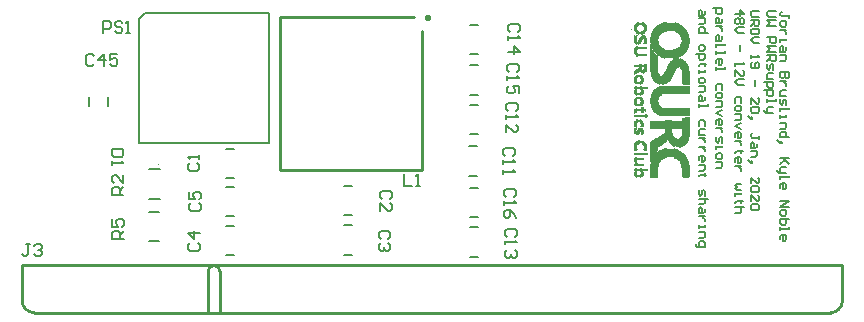
<source format=gbr>
%TF.GenerationSoftware,Altium Limited,CircuitMaker,2.0.2 (2.0.2.40)*%
G04 Layer_Color=15132400*
%FSLAX24Y24*%
%MOIN*%
%TF.SameCoordinates,FDAE7A5D-6217-40FD-BC7F-11D62B7A5D98*%
%TF.FilePolarity,Positive*%
%TF.FileFunction,Legend,Top*%
%TF.Part,Single*%
G01*
G75*
%TA.AperFunction,NonConductor*%
%ADD47C,0.0039*%
%ADD48C,0.0079*%
%ADD49C,0.0100*%
%ADD50C,0.0059*%
%ADD65C,0.0000*%
%ADD66R,0.0003X0.0351*%
%ADD67R,0.0003X0.0595*%
%ADD68R,0.0003X0.0280*%
%ADD69R,0.0003X0.0429*%
%ADD70R,0.0003X0.0082*%
%ADD71R,0.0004X0.0397*%
%ADD72R,0.0004X0.0638*%
%ADD73R,0.0004X0.0280*%
%ADD74R,0.0004X0.0471*%
%ADD75R,0.0004X0.0170*%
%ADD76R,0.0003X0.0425*%
%ADD77R,0.0003X0.0663*%
%ADD78R,0.0003X0.0496*%
%ADD79R,0.0003X0.0227*%
%ADD80R,0.0004X0.0450*%
%ADD81R,0.0004X0.0687*%
%ADD82R,0.0004X0.0521*%
%ADD83R,0.0004X0.0269*%
%ADD84R,0.0003X0.0464*%
%ADD85R,0.0003X0.0705*%
%ADD86R,0.0003X0.0539*%
%ADD87R,0.0003X0.0301*%
%ADD88R,0.0004X0.0482*%
%ADD89R,0.0004X0.0719*%
%ADD90R,0.0004X0.0556*%
%ADD91R,0.0004X0.0333*%
%ADD92R,0.0003X0.0737*%
%ADD93R,0.0003X0.0570*%
%ADD94R,0.0003X0.0361*%
%ADD95R,0.0003X0.0514*%
%ADD96R,0.0003X0.0748*%
%ADD97R,0.0003X0.0581*%
%ADD98R,0.0003X0.0390*%
%ADD99R,0.0004X0.0525*%
%ADD100R,0.0004X0.0758*%
%ADD101R,0.0004X0.0595*%
%ADD102R,0.0004X0.0408*%
%ADD103R,0.0003X0.0535*%
%ADD104R,0.0003X0.0772*%
%ADD105R,0.0003X0.0606*%
%ADD106R,0.0003X0.0429*%
%ADD107R,0.0004X0.0546*%
%ADD108R,0.0004X0.0780*%
%ADD109R,0.0004X0.0617*%
%ADD110R,0.0003X0.0556*%
%ADD111R,0.0003X0.0790*%
%ADD112R,0.0003X0.0627*%
%ADD113R,0.0003X0.0471*%
%ADD114R,0.0004X0.0567*%
%ADD115R,0.0004X0.0797*%
%ADD116R,0.0004X0.0634*%
%ADD117R,0.0004X0.0493*%
%ADD118R,0.0003X0.0574*%
%ADD119R,0.0003X0.0808*%
%ADD120R,0.0003X0.0645*%
%ADD121R,0.0003X0.0507*%
%ADD122R,0.0003X0.0585*%
%ADD123R,0.0003X0.0815*%
%ADD124R,0.0003X0.0652*%
%ADD125R,0.0003X0.0524*%
%ADD126R,0.0004X0.0592*%
%ADD127R,0.0004X0.0822*%
%ADD128R,0.0004X0.0659*%
%ADD129R,0.0004X0.0539*%
%ADD130R,0.0003X0.0599*%
%ADD131R,0.0003X0.0826*%
%ADD132R,0.0003X0.0666*%
%ADD133R,0.0003X0.0553*%
%ADD134R,0.0004X0.0606*%
%ADD135R,0.0004X0.0833*%
%ADD136R,0.0004X0.0673*%
%ADD137R,0.0004X0.0567*%
%ADD138R,0.0003X0.0617*%
%ADD139R,0.0003X0.0840*%
%ADD140R,0.0003X0.0680*%
%ADD141R,0.0004X0.0624*%
%ADD142R,0.0004X0.0847*%
%ADD143R,0.0004X0.0688*%
%ADD144R,0.0004X0.0599*%
%ADD145R,0.0003X0.0631*%
%ADD146R,0.0003X0.0850*%
%ADD147R,0.0003X0.0694*%
%ADD148R,0.0003X0.0610*%
%ADD149R,0.0003X0.0638*%
%ADD150R,0.0003X0.0858*%
%ADD151R,0.0003X0.0698*%
%ADD152R,0.0003X0.0624*%
%ADD153R,0.0004X0.0641*%
%ADD154R,0.0004X0.0861*%
%ADD155R,0.0004X0.0705*%
%ADD156R,0.0003X0.0648*%
%ADD157R,0.0003X0.0868*%
%ADD158R,0.0003X0.0712*%
%ADD159R,0.0004X0.0656*%
%ADD160R,0.0004X0.0872*%
%ADD161R,0.0004X0.0716*%
%ADD162R,0.0003X0.0875*%
%ADD163R,0.0003X0.0723*%
%ADD164R,0.0003X0.0666*%
%ADD165R,0.0004X0.0666*%
%ADD166R,0.0004X0.0879*%
%ADD167R,0.0004X0.0726*%
%ADD168R,0.0004X0.0680*%
%ADD169R,0.0003X0.0673*%
%ADD170R,0.0003X0.0886*%
%ADD171R,0.0003X0.0730*%
%ADD172R,0.0004X0.0680*%
%ADD173R,0.0004X0.0889*%
%ADD174R,0.0004X0.0737*%
%ADD175R,0.0004X0.0702*%
%ADD176R,0.0003X0.0684*%
%ADD177R,0.0003X0.0893*%
%ADD178R,0.0003X0.0741*%
%ADD179R,0.0003X0.0712*%
%ADD180R,0.0003X0.0691*%
%ADD181R,0.0003X0.0896*%
%ADD182R,0.0003X0.0744*%
%ADD183R,0.0004X0.0694*%
%ADD184R,0.0004X0.0900*%
%ADD185R,0.0004X0.0751*%
%ADD186R,0.0004X0.0730*%
%ADD187R,0.0003X0.0903*%
%ADD188R,0.0003X0.0755*%
%ADD189R,0.0004X0.0907*%
%ADD190R,0.0004X0.0758*%
%ADD191R,0.0003X0.0709*%
%ADD192R,0.0003X0.0911*%
%ADD193R,0.0003X0.0762*%
%ADD194R,0.0003X0.0758*%
%ADD195R,0.0004X0.0914*%
%ADD196R,0.0004X0.0765*%
%ADD197R,0.0004X0.0765*%
%ADD198R,0.0003X0.0719*%
%ADD199R,0.0003X0.0918*%
%ADD200R,0.0003X0.0769*%
%ADD201R,0.0003X0.0776*%
%ADD202R,0.0003X0.0772*%
%ADD203R,0.0003X0.0787*%
%ADD204R,0.0004X0.0730*%
%ADD205R,0.0004X0.0921*%
%ADD206R,0.0004X0.0776*%
%ADD207R,0.0004X0.0794*%
%ADD208R,0.0003X0.0733*%
%ADD209R,0.0003X0.0925*%
%ADD210R,0.0003X0.0780*%
%ADD211R,0.0003X0.0804*%
%ADD212R,0.0004X0.0928*%
%ADD213R,0.0004X0.0783*%
%ADD214R,0.0004X0.0811*%
%ADD215R,0.0003X0.0928*%
%ADD216R,0.0003X0.0787*%
%ADD217R,0.0003X0.0818*%
%ADD218R,0.0004X0.0744*%
%ADD219R,0.0004X0.0932*%
%ADD220R,0.0004X0.0787*%
%ADD221R,0.0004X0.0826*%
%ADD222R,0.0003X0.0748*%
%ADD223R,0.0003X0.0935*%
%ADD224R,0.0003X0.0790*%
%ADD225R,0.0003X0.0833*%
%ADD226R,0.0003X0.0794*%
%ADD227R,0.0003X0.0840*%
%ADD228R,0.0004X0.0939*%
%ADD229R,0.0004X0.0797*%
%ADD230R,0.0003X0.0943*%
%ADD231R,0.0003X0.0801*%
%ADD232R,0.0003X0.0854*%
%ADD233R,0.0004X0.0943*%
%ADD234R,0.0004X0.0804*%
%ADD235R,0.0003X0.0946*%
%ADD236R,0.0004X0.0772*%
%ADD237R,0.0004X0.0946*%
%ADD238R,0.0004X0.0808*%
%ADD239R,0.0004X0.0875*%
%ADD240R,0.0003X0.0950*%
%ADD241R,0.0003X0.0808*%
%ADD242R,0.0003X0.0882*%
%ADD243R,0.0003X0.0811*%
%ADD244R,0.0003X0.0889*%
%ADD245R,0.0004X0.0953*%
%ADD246R,0.0004X0.0815*%
%ADD247R,0.0004X0.0896*%
%ADD248R,0.0003X0.0953*%
%ADD249R,0.0003X0.0815*%
%ADD250R,0.0003X0.0904*%
%ADD251R,0.0004X0.0790*%
%ADD252R,0.0004X0.0957*%
%ADD253R,0.0004X0.0819*%
%ADD254R,0.0003X0.0794*%
%ADD255R,0.0003X0.0957*%
%ADD256R,0.0003X0.0822*%
%ADD257R,0.0004X0.0960*%
%ADD258R,0.0004X0.0822*%
%ADD259R,0.0004X0.0918*%
%ADD260R,0.0003X0.0960*%
%ADD261R,0.0003X0.0932*%
%ADD262R,0.0004X0.0964*%
%ADD263R,0.0004X0.0829*%
%ADD264R,0.0003X0.0964*%
%ADD265R,0.0003X0.0829*%
%ADD266R,0.0004X0.0811*%
%ADD267R,0.0004X0.0443*%
%ADD268R,0.0004X0.0950*%
%ADD269R,0.0003X0.0415*%
%ADD270R,0.0003X0.0439*%
%ADD271R,0.0003X0.0953*%
%ADD272R,0.0004X0.0818*%
%ADD273R,0.0004X0.0411*%
%ADD274R,0.0003X0.0386*%
%ADD275R,0.0004X0.0376*%
%ADD276R,0.0004X0.0383*%
%ADD277R,0.0004X0.0971*%
%ADD278R,0.0003X0.0365*%
%ADD279R,0.0003X0.0372*%
%ADD280R,0.0003X0.0974*%
%ADD281R,0.0003X0.0358*%
%ADD282R,0.0003X0.0358*%
%ADD283R,0.0003X0.0982*%
%ADD284R,0.0004X0.0503*%
%ADD285R,0.0004X0.0354*%
%ADD286R,0.0004X0.0354*%
%ADD287R,0.0004X0.0454*%
%ADD288R,0.0003X0.0478*%
%ADD289R,0.0003X0.0347*%
%ADD290R,0.0003X0.0432*%
%ADD291R,0.0004X0.0461*%
%ADD292R,0.0004X0.0344*%
%ADD293R,0.0004X0.0340*%
%ADD294R,0.0004X0.0422*%
%ADD295R,0.0004X0.0418*%
%ADD296R,0.0003X0.0446*%
%ADD297R,0.0003X0.0340*%
%ADD298R,0.0003X0.0337*%
%ADD299R,0.0003X0.0408*%
%ADD300R,0.0003X0.0411*%
%ADD301R,0.0004X0.0436*%
%ADD302R,0.0004X0.0337*%
%ADD303R,0.0004X0.0330*%
%ADD304R,0.0004X0.0400*%
%ADD305R,0.0003X0.0333*%
%ADD306R,0.0003X0.0326*%
%ADD307R,0.0003X0.0393*%
%ADD308R,0.0003X0.0422*%
%ADD309R,0.0003X0.0330*%
%ADD310R,0.0003X0.0326*%
%ADD311R,0.0004X0.0411*%
%ADD312R,0.0004X0.0326*%
%ADD313R,0.0004X0.0319*%
%ADD314R,0.0003X0.0404*%
%ADD315R,0.0003X0.0322*%
%ADD316R,0.0003X0.0315*%
%ADD317R,0.0003X0.0379*%
%ADD318R,0.0003X0.0376*%
%ADD319R,0.0004X0.0315*%
%ADD320R,0.0004X0.0372*%
%ADD321R,0.0004X0.0372*%
%ADD322R,0.0003X0.0319*%
%ADD323R,0.0003X0.0312*%
%ADD324R,0.0003X0.0369*%
%ADD325R,0.0004X0.0390*%
%ADD326R,0.0004X0.0308*%
%ADD327R,0.0004X0.0361*%
%ADD328R,0.0003X0.0315*%
%ADD329R,0.0003X0.0308*%
%ADD330R,0.0003X0.0305*%
%ADD331R,0.0003X0.0354*%
%ADD332R,0.0004X0.0376*%
%ADD333R,0.0004X0.0312*%
%ADD334R,0.0004X0.0305*%
%ADD335R,0.0004X0.0369*%
%ADD336R,0.0004X0.0301*%
%ADD337R,0.0004X0.0347*%
%ADD338R,0.0004X0.0347*%
%ADD339R,0.0003X0.0298*%
%ADD340R,0.0003X0.0344*%
%ADD341R,0.0004X0.0298*%
%ADD342R,0.0003X0.0294*%
%ADD343R,0.0003X0.0340*%
%ADD344R,0.0003X0.0298*%
%ADD345R,0.0004X0.0298*%
%ADD346R,0.0004X0.0337*%
%ADD347R,0.0003X0.0354*%
%ADD348R,0.0003X0.0333*%
%ADD349R,0.0004X0.0294*%
%ADD350R,0.0004X0.0333*%
%ADD351R,0.0003X0.0347*%
%ADD352R,0.0003X0.0291*%
%ADD353R,0.0004X0.0322*%
%ADD354R,0.0003X0.0323*%
%ADD355R,0.0004X0.0323*%
%ADD356R,0.0004X0.0315*%
%ADD357R,0.0004X0.0312*%
%ADD358R,0.0003X0.0305*%
%ADD359R,0.0003X0.0312*%
%ADD360R,0.0004X0.0291*%
%ADD361R,0.0004X0.0308*%
%ADD362R,0.0003X0.0308*%
%ADD363R,0.0003X0.0290*%
%ADD364R,0.0004X0.0290*%
%ADD365R,0.0004X0.0340*%
%ADD366R,0.0004X0.0358*%
%ADD367R,0.0004X0.0305*%
%ADD368R,0.0003X0.0365*%
%ADD369R,0.0004X0.0379*%
%ADD370R,0.0004X0.0393*%
%ADD371R,0.0003X0.0400*%
%ADD372R,0.0004X0.0404*%
%ADD373R,0.0003X0.0301*%
%ADD374R,0.0003X0.0411*%
%ADD375R,0.0004X0.0415*%
%ADD376R,0.0004X0.0294*%
%ADD377R,0.0004X0.0436*%
%ADD378R,0.0003X0.0443*%
%ADD379R,0.0004X0.0446*%
%ADD380R,0.0003X0.0454*%
%ADD381R,0.0003X0.0468*%
%ADD382R,0.0003X0.0471*%
%ADD383R,0.0004X0.0478*%
%ADD384R,0.0003X0.0485*%
%ADD385R,0.0004X0.0503*%
%ADD386R,0.0004X0.0514*%
%ADD387R,0.0003X0.0521*%
%ADD388R,0.0004X0.0528*%
%ADD389R,0.0004X0.0539*%
%ADD390R,0.0003X0.0542*%
%ADD391R,0.0003X0.0553*%
%ADD392R,0.0003X0.0811*%
%ADD393R,0.0004X0.0560*%
%ADD394R,0.0003X0.0804*%
%ADD395R,0.0003X0.0563*%
%ADD396R,0.0004X0.0801*%
%ADD397R,0.0004X0.0563*%
%ADD398R,0.0003X0.0797*%
%ADD399R,0.0003X0.0567*%
%ADD400R,0.0004X0.0570*%
%ADD401R,0.0003X0.0574*%
%ADD402R,0.0004X0.0578*%
%ADD403R,0.0003X0.0780*%
%ADD404R,0.0003X0.0578*%
%ADD405R,0.0004X0.0581*%
%ADD406R,0.0003X0.0581*%
%ADD407R,0.0004X0.0769*%
%ADD408R,0.0004X0.0585*%
%ADD409R,0.0003X0.0765*%
%ADD410R,0.0003X0.0585*%
%ADD411R,0.0004X0.0755*%
%ADD412R,0.0004X0.0585*%
%ADD413R,0.0003X0.0751*%
%ADD414R,0.0004X0.0737*%
%ADD415R,0.0003X0.0730*%
%ADD416R,0.0003X0.0726*%
%ADD417R,0.0004X0.0705*%
%ADD418R,0.0003X0.0702*%
%ADD419R,0.0004X0.0574*%
%ADD420R,0.0003X0.0687*%
%ADD421R,0.0003X0.0670*%
%ADD422R,0.0004X0.0655*%
%ADD423R,0.0004X0.0553*%
%ADD424R,0.0003X0.0549*%
%ADD425R,0.0004X0.0616*%
%ADD426R,0.0004X0.0542*%
%ADD427R,0.0003X0.0616*%
%ADD428R,0.0003X0.0539*%
%ADD429R,0.0004X0.0528*%
%ADD430R,0.0003X0.0641*%
%ADD431R,0.0003X0.0521*%
%ADD432R,0.0004X0.0648*%
%ADD433R,0.0004X0.0517*%
%ADD434R,0.0004X0.0507*%
%ADD435R,0.0003X0.0500*%
%ADD436R,0.0003X0.0493*%
%ADD437R,0.0004X0.0673*%
%ADD438R,0.0004X0.0489*%
%ADD439R,0.0003X0.0677*%
%ADD440R,0.0003X0.0482*%
%ADD441R,0.0004X0.0475*%
%ADD442R,0.0004X0.0691*%
%ADD443R,0.0003X0.0276*%
%ADD444R,0.0003X0.0457*%
%ADD445R,0.0003X0.0698*%
%ADD446R,0.0003X0.0450*%
%ADD447R,0.0004X0.0276*%
%ADD448R,0.0004X0.0446*%
%ADD449R,0.0003X0.0436*%
%ADD450R,0.0004X0.0709*%
%ADD451R,0.0004X0.0283*%
%ADD452R,0.0004X0.0429*%
%ADD453R,0.0004X0.0716*%
%ADD454R,0.0004X0.0301*%
%ADD455R,0.0003X0.0723*%
%ADD456R,0.0003X0.0397*%
%ADD457R,0.0004X0.0383*%
%ADD458R,0.0003X0.0330*%
%ADD459R,0.0003X0.0376*%
%ADD460R,0.0003X0.0284*%
%ADD461R,0.0004X0.0284*%
%ADD462R,0.0004X0.0280*%
%ADD463R,0.0003X0.0280*%
%ADD464R,0.0003X0.0283*%
%ADD465R,0.0004X0.0330*%
%ADD466R,0.0003X0.0287*%
%ADD467R,0.0004X0.0287*%
%ADD468R,0.0004X0.0326*%
%ADD469R,0.0004X0.0365*%
%ADD470R,0.0004X0.0351*%
%ADD471R,0.0004X0.0386*%
%ADD472R,0.0003X0.0351*%
%ADD473R,0.0004X0.0404*%
%ADD474R,0.0003X0.0372*%
%ADD475R,0.0003X0.0418*%
%ADD476R,0.0003X0.0379*%
%ADD477R,0.0003X0.0390*%
%ADD478R,0.0004X0.0358*%
%ADD479R,0.0003X0.0407*%
%ADD480R,0.0003X0.0475*%
%ADD481R,0.0003X0.0383*%
%ADD482R,0.0004X0.0496*%
%ADD483R,0.0004X0.0432*%
%ADD484R,0.0004X0.0439*%
%ADD485R,0.0003X0.0454*%
%ADD486R,0.0003X0.0461*%
%ADD487R,0.0004X0.0861*%
%ADD488R,0.0004X0.0425*%
%ADD489R,0.0004X0.0904*%
%ADD490R,0.0004X0.0982*%
%ADD491R,0.0003X0.0861*%
%ADD492R,0.0004X0.0858*%
%ADD493R,0.0004X0.0429*%
%ADD494R,0.0004X0.0974*%
%ADD495R,0.0003X0.0967*%
%ADD496R,0.0003X0.0960*%
%ADD497R,0.0004X0.0850*%
%ADD498R,0.0004X0.0889*%
%ADD499R,0.0003X0.0847*%
%ADD500R,0.0003X0.0921*%
%ADD501R,0.0004X0.0843*%
%ADD502R,0.0004X0.0882*%
%ADD503R,0.0004X0.0925*%
%ADD504R,0.0004X0.0946*%
%ADD505R,0.0003X0.0843*%
%ADD506R,0.0003X0.0939*%
%ADD507R,0.0004X0.0840*%
%ADD508R,0.0004X0.0928*%
%ADD509R,0.0003X0.0836*%
%ADD510R,0.0003X0.0833*%
%ADD511R,0.0003X0.0432*%
%ADD512R,0.0003X0.0865*%
%ADD513R,0.0003X0.0932*%
%ADD514R,0.0004X0.0932*%
%ADD515R,0.0004X0.0918*%
%ADD516R,0.0003X0.0436*%
%ADD517R,0.0003X0.0911*%
%ADD518R,0.0004X0.0935*%
%ADD519R,0.0004X0.0903*%
%ADD520R,0.0003X0.0935*%
%ADD521R,0.0003X0.0897*%
%ADD522R,0.0003X0.0439*%
%ADD523R,0.0003X0.0836*%
%ADD524R,0.0003X0.0882*%
%ADD525R,0.0003X0.0829*%
%ADD526R,0.0004X0.0939*%
%ADD527R,0.0004X0.0868*%
%ADD528R,0.0003X0.0822*%
%ADD529R,0.0003X0.0861*%
%ADD530R,0.0004X0.0443*%
%ADD531R,0.0004X0.0854*%
%ADD532R,0.0003X0.0797*%
%ADD533R,0.0004X0.0840*%
%ADD534R,0.0003X0.0946*%
%ADD535R,0.0003X0.0783*%
%ADD536R,0.0004X0.0772*%
%ADD537R,0.0004X0.0804*%
%ADD538R,0.0004X0.0457*%
%ADD539R,0.0004X0.0787*%
%ADD540R,0.0003X0.0461*%
%ADD541R,0.0003X0.0950*%
%ADD542R,0.0003X0.0758*%
%ADD543R,0.0004X0.0468*%
%ADD544R,0.0004X0.0723*%
%ADD545R,0.0004X0.0953*%
%ADD546R,0.0004X0.0740*%
%ADD547R,0.0003X0.0716*%
%ADD548R,0.0004X0.0733*%
%ADD549R,0.0003X0.0475*%
%ADD550R,0.0004X0.0723*%
%ADD551R,0.0003X0.0478*%
%ADD552R,0.0003X0.0680*%
%ADD553R,0.0003X0.0691*%
%ADD554R,0.0004X0.0485*%
%ADD555R,0.0004X0.0663*%
%ADD556R,0.0004X0.0670*%
%ADD557R,0.0003X0.0489*%
%ADD558R,0.0003X0.0655*%
%ADD559R,0.0004X0.0698*%
%ADD560R,0.0004X0.0641*%
%ADD561R,0.0003X0.0493*%
%ADD562R,0.0003X0.0634*%
%ADD563R,0.0004X0.0684*%
%ADD564R,0.0004X0.0500*%
%ADD565R,0.0004X0.0624*%
%ADD566R,0.0004X0.0620*%
%ADD567R,0.0003X0.0609*%
%ADD568R,0.0003X0.0613*%
%ADD569R,0.0003X0.0599*%
%ADD570R,0.0003X0.0659*%
%ADD571R,0.0003X0.0510*%
%ADD572R,0.0004X0.0648*%
%ADD573R,0.0004X0.0517*%
%ADD574R,0.0004X0.0560*%
%ADD575R,0.0003X0.0641*%
%ADD576R,0.0003X0.0549*%
%ADD577R,0.0004X0.0524*%
%ADD578R,0.0004X0.0535*%
%ADD579R,0.0003X0.0624*%
%ADD580R,0.0003X0.0528*%
%ADD581R,0.0003X0.0514*%
%ADD582R,0.0004X0.0500*%
%ADD583R,0.0003X0.0482*%
%ADD584R,0.0003X0.0546*%
%ADD585R,0.0003X0.0464*%
%ADD586R,0.0004X0.0400*%
%ADD587R,0.0003X0.0592*%
%ADD588R,0.0003X0.0921*%
%ADD589R,0.0003X0.0503*%
%ADD590R,0.0003X0.0914*%
%ADD591R,0.0004X0.0248*%
%ADD592R,0.0004X0.0907*%
%ADD593R,0.0004X0.0234*%
%ADD594R,0.0003X0.0195*%
%ADD595R,0.0003X0.0900*%
%ADD596R,0.0003X0.0184*%
%ADD597R,0.0004X0.0422*%
%ADD598R,0.0004X0.0131*%
%ADD599R,0.0004X0.0886*%
%ADD600R,0.0004X0.0120*%
%ADD601R,0.0004X0.0089*%
%ADD602R,0.0003X0.0092*%
%ADD603R,0.0003X0.0089*%
%ADD604R,0.0003X0.0035*%
%ADD605R,0.0003X0.0057*%
%ADD606R,0.0004X0.0092*%
%ADD607R,0.0004X0.0064*%
%ADD608R,0.0003X0.0078*%
%ADD609R,0.0004X0.0060*%
%ADD610R,0.0004X0.0085*%
%ADD611R,0.0004X0.0050*%
%ADD612R,0.0003X0.0113*%
%ADD613R,0.0003X0.0096*%
%ADD614R,0.0004X0.0145*%
%ADD615R,0.0004X0.0092*%
%ADD616R,0.0004X0.0181*%
%ADD617R,0.0004X0.0096*%
%ADD618R,0.0004X0.0127*%
%ADD619R,0.0003X0.0170*%
%ADD620R,0.0003X0.0099*%
%ADD621R,0.0003X0.0206*%
%ADD622R,0.0003X0.0096*%
%ADD623R,0.0003X0.0149*%
%ADD624R,0.0003X0.0188*%
%ADD625R,0.0003X0.0220*%
%ADD626R,0.0003X0.0191*%
%ADD627R,0.0003X0.0167*%
%ADD628R,0.0004X0.0202*%
%ADD629R,0.0004X0.0099*%
%ADD630R,0.0004X0.0230*%
%ADD631R,0.0004X0.0198*%
%ADD632R,0.0004X0.0184*%
%ADD633R,0.0003X0.0209*%
%ADD634R,0.0003X0.0106*%
%ADD635R,0.0003X0.0241*%
%ADD636R,0.0003X0.0199*%
%ADD637R,0.0004X0.0216*%
%ADD638R,0.0004X0.0106*%
%ADD639R,0.0004X0.0213*%
%ADD640R,0.0003X0.0223*%
%ADD641R,0.0003X0.0252*%
%ADD642R,0.0004X0.0227*%
%ADD643R,0.0004X0.0259*%
%ADD644R,0.0004X0.0223*%
%ADD645R,0.0004X0.0234*%
%ADD646R,0.0003X0.0234*%
%ADD647R,0.0003X0.0003*%
%ADD648R,0.0003X0.0262*%
%ADD649R,0.0004X0.0237*%
%ADD650R,0.0004X0.0103*%
%ADD651R,0.0004X0.0018*%
%ADD652R,0.0004X0.0266*%
%ADD653R,0.0004X0.0252*%
%ADD654R,0.0003X0.0028*%
%ADD655R,0.0003X0.0269*%
%ADD656R,0.0003X0.0234*%
%ADD657R,0.0003X0.0248*%
%ADD658R,0.0003X0.0043*%
%ADD659R,0.0003X0.0273*%
%ADD660R,0.0003X0.0237*%
%ADD661R,0.0004X0.0053*%
%ADD662R,0.0004X0.0241*%
%ADD663R,0.0004X0.0276*%
%ADD664R,0.0003X0.0255*%
%ADD665R,0.0003X0.0092*%
%ADD666R,0.0003X0.0067*%
%ADD667R,0.0003X0.0244*%
%ADD668R,0.0004X0.0078*%
%ADD669R,0.0004X0.0074*%
%ADD670R,0.0004X0.0039*%
%ADD671R,0.0004X0.0071*%
%ADD672R,0.0003X0.0135*%
%ADD673R,0.0003X0.0053*%
%ADD674R,0.0003X0.0124*%
%ADD675R,0.0004X0.0156*%
%ADD676R,0.0004X0.0124*%
%ADD677R,0.0004X0.0113*%
%ADD678R,0.0004X0.0142*%
%ADD679R,0.0003X0.0046*%
%ADD680R,0.0003X0.0145*%
%ADD681R,0.0003X0.0117*%
%ADD682R,0.0003X0.0032*%
%ADD683R,0.0003X0.0110*%
%ADD684R,0.0003X0.0131*%
%ADD685R,0.0003X0.0135*%
%ADD686R,0.0004X0.0035*%
%ADD687R,0.0004X0.0138*%
%ADD688R,0.0004X0.0110*%
%ADD689R,0.0004X0.0021*%
%ADD690R,0.0003X0.0025*%
%ADD691R,0.0003X0.0131*%
%ADD692R,0.0003X0.0110*%
%ADD693R,0.0003X0.0014*%
%ADD694R,0.0003X0.0103*%
%ADD695R,0.0003X0.0121*%
%ADD696R,0.0003X0.0018*%
%ADD697R,0.0003X0.0128*%
%ADD698R,0.0003X0.0007*%
%ADD699R,0.0003X0.0120*%
%ADD700R,0.0004X0.0011*%
%ADD701R,0.0004X0.0003*%
%ADD702R,0.0004X0.0117*%
%ADD703R,0.0003X0.0103*%
%ADD704R,0.0003X0.0113*%
%ADD705R,0.0004X0.0113*%
%ADD706R,0.0004X0.0106*%
%ADD707R,0.0003X0.0060*%
%ADD708R,0.0003X0.0085*%
%ADD709R,0.0003X0.0064*%
%ADD710R,0.0004X0.0089*%
%ADD711R,0.0004X0.0117*%
%ADD712R,0.0004X0.0085*%
%ADD713R,0.0004X0.0103*%
%ADD714R,0.0003X0.0089*%
%ADD715R,0.0003X0.0142*%
%ADD716R,0.0004X0.0152*%
%ADD717R,0.0004X0.0152*%
%ADD718R,0.0004X0.0206*%
%ADD719R,0.0004X0.0149*%
%ADD720R,0.0004X0.0096*%
%ADD721R,0.0003X0.0159*%
%ADD722R,0.0003X0.0159*%
%ADD723R,0.0003X0.0127*%
%ADD724R,0.0003X0.0166*%
%ADD725R,0.0004X0.0167*%
%ADD726R,0.0004X0.0166*%
%ADD727R,0.0004X0.0177*%
%ADD728R,0.0004X0.0110*%
%ADD729R,0.0003X0.0174*%
%ADD730R,0.0003X0.0149*%
%ADD731R,0.0003X0.0152*%
%ADD732R,0.0003X0.0177*%
%ADD733R,0.0003X0.0177*%
%ADD734R,0.0003X0.0202*%
%ADD735R,0.0003X0.0156*%
%ADD736R,0.0004X0.0159*%
%ADD737R,0.0004X0.0184*%
%ADD738R,0.0004X0.0163*%
%ADD739R,0.0003X0.0099*%
%ADD740R,0.0003X0.0184*%
%ADD741R,0.0004X0.0174*%
%ADD742R,0.0004X0.0099*%
%ADD743R,0.0004X0.0188*%
%ADD744R,0.0004X0.0191*%
%ADD745R,0.0004X0.0174*%
%ADD746R,0.0004X0.0227*%
%ADD747R,0.0004X0.0128*%
%ADD748R,0.0003X0.0181*%
%ADD749R,0.0003X0.0191*%
%ADD750R,0.0004X0.0195*%
%ADD751R,0.0004X0.0244*%
%ADD752R,0.0004X0.0138*%
%ADD753R,0.0003X0.0195*%
%ADD754R,0.0003X0.0202*%
%ADD755R,0.0003X0.0248*%
%ADD756R,0.0003X0.0145*%
%ADD757R,0.0004X0.0199*%
%ADD758R,0.0004X0.0259*%
%ADD759R,0.0004X0.0255*%
%ADD760R,0.0004X0.0149*%
%ADD761R,0.0003X0.0209*%
%ADD762R,0.0003X0.0259*%
%ADD763R,0.0003X0.0213*%
%ADD764R,0.0003X0.0266*%
%ADD765R,0.0003X0.0163*%
%ADD766R,0.0004X0.0053*%
%ADD767R,0.0004X0.0273*%
%ADD768R,0.0004X0.0170*%
%ADD769R,0.0003X0.0035*%
%ADD770R,0.0003X0.0216*%
%ADD771R,0.0003X0.0276*%
%ADD772R,0.0004X0.0025*%
%ADD773R,0.0004X0.0121*%
%ADD774R,0.0004X0.0177*%
%ADD775R,0.0003X0.0117*%
%ADD776R,0.0004X0.0007*%
%ADD777R,0.0003X0.0014*%
%ADD778R,0.0003X0.0266*%
%ADD779R,0.0003X0.0011*%
%ADD780R,0.0003X0.0138*%
%ADD781R,0.0003X0.0152*%
%ADD782R,0.0003X0.0142*%
%ADD783R,0.0004X0.0135*%
%ADD784R,0.0003X0.0174*%
%ADD785R,0.0003X0.0004*%
%ADD786R,0.0004X0.0014*%
%ADD787R,0.0003X0.0021*%
%ADD788R,0.0004X0.0039*%
%ADD789R,0.0003X0.0050*%
%ADD790R,0.0003X0.0085*%
%ADD791R,0.0003X0.0007*%
%ADD792R,0.0004X0.0067*%
%ADD793R,0.0004X0.0014*%
%ADD794R,0.0004X0.0057*%
%ADD795R,0.0003X0.0021*%
%ADD796R,0.0003X0.0071*%
%ADD797R,0.0004X0.0032*%
%ADD798R,0.0004X0.0131*%
%ADD799R,0.0004X0.0220*%
%ADD800R,0.0004X0.0220*%
%ADD801R,0.0004X0.0262*%
%ADD802R,0.0004X0.0216*%
%ADD803R,0.0004X0.0209*%
%ADD804R,0.0003X0.0269*%
%ADD805R,0.0004X0.0202*%
%ADD806R,0.0004X0.0255*%
%ADD807R,0.0003X0.0198*%
%ADD808R,0.0003X0.0230*%
%ADD809R,0.0003X0.0251*%
%ADD810R,0.0003X0.0255*%
%ADD811R,0.0003X0.0170*%
%ADD812R,0.0003X0.0227*%
%ADD813R,0.0003X0.0241*%
%ADD814R,0.0003X0.0156*%
%ADD815R,0.0003X0.0220*%
%ADD816R,0.0004X0.0142*%
%ADD817R,0.0004X0.0191*%
%ADD818R,0.0004X0.0135*%
%ADD819R,0.0003X0.0223*%
%ADD820R,0.0003X0.0106*%
%ADD821R,0.0003X0.0071*%
%ADD822R,0.0003X0.0074*%
%ADD823R,0.0004X0.0043*%
%ADD824R,0.0004X0.0071*%
%ADD825R,0.0004X0.0060*%
D47*
X19955Y15030D02*
G03*
X19955Y15030I-20J0D01*
G01*
D48*
X19291Y15748D02*
Y19882D01*
Y15748D02*
X23622D01*
Y20079D01*
X19488D02*
X23622D01*
X19291Y19882D02*
X19488Y20079D01*
X30333Y16043D02*
X30609D01*
X30333Y17028D02*
X30609D01*
X30315Y17362D02*
X30591D01*
X30315Y18346D02*
X30591D01*
X30303Y14656D02*
X30579D01*
X30303Y15640D02*
X30579D01*
X30325Y13268D02*
X30600D01*
X30325Y14252D02*
X30600D01*
X30315Y18701D02*
X30591D01*
X30315Y19685D02*
X30591D01*
X30325Y11959D02*
X30600D01*
X30325Y12943D02*
X30600D01*
X22195Y12008D02*
X22470D01*
X22195Y12992D02*
X22470D01*
X26132Y12028D02*
X26407D01*
X26132Y13012D02*
X26407D01*
X22185Y14577D02*
X22461D01*
X22185Y15561D02*
X22461D01*
X26122Y14321D02*
X26398D01*
X26122Y13337D02*
X26398D01*
X22195Y13307D02*
X22470D01*
X22195Y14291D02*
X22470D01*
X19646Y13888D02*
X20000D01*
X19646Y14872D02*
X20000D01*
X19626Y13455D02*
X19980D01*
X19626Y12470D02*
X19980D01*
X18248Y16998D02*
Y17274D01*
X17618Y16998D02*
Y17274D01*
D49*
X42349Y10100D02*
G03*
X42743Y10474I10J384D01*
G01*
X15400Y10494D02*
G03*
X15794Y10100I394J0D01*
G01*
X21994Y11468D02*
G03*
X21601Y11468I-197J0D01*
G01*
X28730Y14843D02*
Y19488D01*
X24006Y14843D02*
X28730D01*
X24006D02*
Y19961D01*
X28455D01*
X15813Y10100D02*
X42349D01*
X15400Y10494D02*
Y11675D01*
X42743Y10474D02*
Y11675D01*
X15400D02*
X42743D01*
X21601Y10090D02*
Y11468D01*
X21994Y10090D02*
Y11468D01*
X28967Y20000D02*
Y19900D01*
X28867D01*
Y20000D01*
X28967D01*
D50*
X38445Y20236D02*
X38740D01*
Y20089D01*
X38691Y20039D01*
X38593D01*
X38543Y20089D01*
Y20236D01*
X38740Y19892D02*
Y19793D01*
X38691Y19744D01*
X38543D01*
Y19892D01*
X38593Y19941D01*
X38642Y19892D01*
Y19744D01*
X38740Y19646D02*
X38543D01*
X38642D01*
X38691Y19597D01*
X38740Y19547D01*
Y19498D01*
Y19301D02*
Y19203D01*
X38691Y19154D01*
X38543D01*
Y19301D01*
X38593Y19351D01*
X38642Y19301D01*
Y19154D01*
X38543Y19056D02*
Y18957D01*
Y19006D01*
X38838D01*
Y19056D01*
X38543Y18810D02*
Y18711D01*
Y18760D01*
X38838D01*
Y18810D01*
X38543Y18416D02*
Y18514D01*
X38593Y18564D01*
X38691D01*
X38740Y18514D01*
Y18416D01*
X38691Y18367D01*
X38642D01*
Y18564D01*
X38543Y18268D02*
Y18170D01*
Y18219D01*
X38838D01*
Y18268D01*
X38740Y17530D02*
Y17678D01*
X38691Y17727D01*
X38593D01*
X38543Y17678D01*
Y17530D01*
Y17383D02*
Y17284D01*
X38593Y17235D01*
X38691D01*
X38740Y17284D01*
Y17383D01*
X38691Y17432D01*
X38593D01*
X38543Y17383D01*
Y17137D02*
X38740D01*
Y16989D01*
X38691Y16940D01*
X38543D01*
X38740Y16842D02*
X38543Y16743D01*
X38740Y16645D01*
X38543Y16399D02*
Y16497D01*
X38593Y16546D01*
X38691D01*
X38740Y16497D01*
Y16399D01*
X38691Y16350D01*
X38642D01*
Y16546D01*
X38740Y16251D02*
X38543D01*
X38642D01*
X38691Y16202D01*
X38740Y16153D01*
Y16104D01*
X38543Y15956D02*
Y15809D01*
X38593Y15759D01*
X38642Y15809D01*
Y15907D01*
X38691Y15956D01*
X38740Y15907D01*
Y15759D01*
X38543Y15661D02*
Y15563D01*
Y15612D01*
X38740D01*
Y15661D01*
X38543Y15366D02*
Y15267D01*
X38593Y15218D01*
X38691D01*
X38740Y15267D01*
Y15366D01*
X38691Y15415D01*
X38593D01*
X38543Y15366D01*
Y15120D02*
X38740D01*
Y14972D01*
X38691Y14923D01*
X38543D01*
X39173Y20049D02*
X39468D01*
X39321Y20197D01*
Y20000D01*
X39419Y19902D02*
X39468Y19852D01*
Y19754D01*
X39419Y19705D01*
X39370D01*
X39321Y19754D01*
X39272Y19705D01*
X39222D01*
X39173Y19754D01*
Y19852D01*
X39222Y19902D01*
X39272D01*
X39321Y19852D01*
X39370Y19902D01*
X39419D01*
X39321Y19852D02*
Y19754D01*
X39468Y19606D02*
X39272D01*
X39173Y19508D01*
X39272Y19410D01*
X39468D01*
X39321Y19016D02*
Y18819D01*
X39173Y18426D02*
Y18327D01*
Y18377D01*
X39468D01*
X39419Y18426D01*
X39173Y17983D02*
Y18180D01*
X39370Y17983D01*
X39419D01*
X39468Y18032D01*
Y18131D01*
X39419Y18180D01*
X39468Y17885D02*
X39272D01*
X39173Y17786D01*
X39272Y17688D01*
X39468D01*
X39370Y17097D02*
Y17245D01*
X39321Y17294D01*
X39222D01*
X39173Y17245D01*
Y17097D01*
Y16950D02*
Y16851D01*
X39222Y16802D01*
X39321D01*
X39370Y16851D01*
Y16950D01*
X39321Y16999D01*
X39222D01*
X39173Y16950D01*
Y16704D02*
X39370D01*
Y16556D01*
X39321Y16507D01*
X39173D01*
X39370Y16409D02*
X39173Y16310D01*
X39370Y16212D01*
X39173Y15966D02*
Y16064D01*
X39222Y16114D01*
X39321D01*
X39370Y16064D01*
Y15966D01*
X39321Y15917D01*
X39272D01*
Y16114D01*
X39370Y15818D02*
X39173D01*
X39272D01*
X39321Y15769D01*
X39370Y15720D01*
Y15671D01*
X39419Y15474D02*
X39370D01*
Y15523D01*
Y15425D01*
Y15474D01*
X39222D01*
X39173Y15425D01*
Y15130D02*
Y15228D01*
X39222Y15277D01*
X39321D01*
X39370Y15228D01*
Y15130D01*
X39321Y15080D01*
X39272D01*
Y15277D01*
X39370Y14982D02*
X39173D01*
X39272D01*
X39321Y14933D01*
X39370Y14884D01*
Y14834D01*
Y14392D02*
X39222D01*
X39173Y14342D01*
X39222Y14293D01*
X39173Y14244D01*
X39222Y14195D01*
X39370D01*
X39173Y14096D02*
Y13998D01*
Y14047D01*
X39370D01*
Y14096D01*
X39419Y13801D02*
X39370D01*
Y13850D01*
Y13752D01*
Y13801D01*
X39222D01*
X39173Y13752D01*
X39468Y13604D02*
X39173D01*
X39321D01*
X39370Y13555D01*
Y13457D01*
X39321Y13408D01*
X39173D01*
X39980Y20157D02*
X39734D01*
X39685Y20108D01*
Y20010D01*
X39734Y19961D01*
X39980D01*
X39685Y19862D02*
X39980D01*
Y19715D01*
X39931Y19666D01*
X39833D01*
X39783Y19715D01*
Y19862D01*
Y19764D02*
X39685Y19666D01*
X39980Y19420D02*
Y19518D01*
X39931Y19567D01*
X39734D01*
X39685Y19518D01*
Y19420D01*
X39734Y19370D01*
X39931D01*
X39980Y19420D01*
Y19272D02*
X39783D01*
X39685Y19174D01*
X39783Y19075D01*
X39980D01*
X39685Y18682D02*
Y18583D01*
Y18632D01*
X39980D01*
X39931Y18682D01*
X39734Y18436D02*
X39685Y18386D01*
Y18288D01*
X39734Y18239D01*
X39931D01*
X39980Y18288D01*
Y18386D01*
X39931Y18436D01*
X39882D01*
X39833Y18386D01*
Y18239D01*
Y17845D02*
Y17648D01*
X39685Y17058D02*
Y17255D01*
X39882Y17058D01*
X39931D01*
X39980Y17107D01*
Y17206D01*
X39931Y17255D01*
Y16960D02*
X39980Y16910D01*
Y16812D01*
X39931Y16763D01*
X39734D01*
X39685Y16812D01*
Y16910D01*
X39734Y16960D01*
X39931D01*
X39636Y16615D02*
X39685Y16566D01*
X39734D01*
Y16615D01*
X39685D01*
Y16566D01*
X39636Y16615D01*
X39587Y16665D01*
X39980Y15877D02*
Y15976D01*
Y15927D01*
X39734D01*
X39685Y15976D01*
Y16025D01*
X39734Y16074D01*
X39882Y15730D02*
Y15631D01*
X39833Y15582D01*
X39685D01*
Y15730D01*
X39734Y15779D01*
X39783Y15730D01*
Y15582D01*
X39685Y15484D02*
X39882D01*
Y15336D01*
X39833Y15287D01*
X39685D01*
X39636Y15139D02*
X39685Y15090D01*
X39734D01*
Y15139D01*
X39685D01*
Y15090D01*
X39636Y15139D01*
X39587Y15189D01*
X39685Y14401D02*
Y14598D01*
X39882Y14401D01*
X39931D01*
X39980Y14451D01*
Y14549D01*
X39931Y14598D01*
Y14303D02*
X39980Y14254D01*
Y14155D01*
X39931Y14106D01*
X39734D01*
X39685Y14155D01*
Y14254D01*
X39734Y14303D01*
X39931D01*
X39685Y13811D02*
Y14008D01*
X39882Y13811D01*
X39931D01*
X39980Y13860D01*
Y13959D01*
X39931Y14008D01*
Y13713D02*
X39980Y13664D01*
Y13565D01*
X39931Y13516D01*
X39734D01*
X39685Y13565D01*
Y13664D01*
X39734Y13713D01*
X39931D01*
X40531Y20157D02*
X40285D01*
X40236Y20108D01*
Y20010D01*
X40285Y19961D01*
X40531D01*
Y19862D02*
X40236D01*
X40335Y19764D01*
X40236Y19666D01*
X40531D01*
X40236Y19272D02*
X40531D01*
Y19124D01*
X40482Y19075D01*
X40384D01*
X40335Y19124D01*
Y19272D01*
X40531Y18977D02*
X40236D01*
X40335Y18878D01*
X40236Y18780D01*
X40531D01*
X40236Y18682D02*
X40531D01*
Y18534D01*
X40482Y18485D01*
X40384D01*
X40335Y18534D01*
Y18682D01*
Y18583D02*
X40236Y18485D01*
Y18386D02*
Y18239D01*
X40285Y18190D01*
X40335Y18239D01*
Y18337D01*
X40384Y18386D01*
X40433Y18337D01*
Y18190D01*
Y18091D02*
X40285D01*
X40236Y18042D01*
Y17894D01*
X40433D01*
X40138Y17796D02*
X40433D01*
Y17648D01*
X40384Y17599D01*
X40285D01*
X40236Y17648D01*
Y17796D01*
X40138Y17501D02*
X40433D01*
Y17353D01*
X40384Y17304D01*
X40285D01*
X40236Y17353D01*
Y17501D01*
Y17206D02*
Y17107D01*
Y17156D01*
X40531D01*
Y17206D01*
X40433Y16960D02*
X40285D01*
X40236Y16910D01*
Y16763D01*
X40187D01*
X40138Y16812D01*
Y16861D01*
X40236Y16763D02*
X40433D01*
X40964Y19921D02*
Y20020D01*
Y19971D01*
X40718D01*
X40669Y20020D01*
Y20069D01*
X40718Y20118D01*
X40669Y19774D02*
Y19675D01*
X40718Y19626D01*
X40817D01*
X40866Y19675D01*
Y19774D01*
X40817Y19823D01*
X40718D01*
X40669Y19774D01*
X40866Y19528D02*
X40669D01*
X40768D01*
X40817Y19479D01*
X40866Y19429D01*
Y19380D01*
X40669Y19233D02*
Y19134D01*
Y19183D01*
X40866D01*
Y19233D01*
Y18937D02*
Y18839D01*
X40817Y18790D01*
X40669D01*
Y18937D01*
X40718Y18987D01*
X40768Y18937D01*
Y18790D01*
X40669Y18691D02*
X40866D01*
Y18544D01*
X40817Y18495D01*
X40669D01*
X40964Y18101D02*
X40669D01*
Y17953D01*
X40718Y17904D01*
X40768D01*
X40817Y17953D01*
Y18101D01*
Y17953D01*
X40866Y17904D01*
X40915D01*
X40964Y17953D01*
Y18101D01*
X40866Y17806D02*
X40669D01*
X40768D01*
X40817Y17757D01*
X40866Y17707D01*
Y17658D01*
Y17511D02*
X40718D01*
X40669Y17461D01*
Y17314D01*
X40866D01*
X40669Y17215D02*
Y17068D01*
X40718Y17019D01*
X40768Y17068D01*
Y17166D01*
X40817Y17215D01*
X40866Y17166D01*
Y17019D01*
X40669Y16920D02*
Y16822D01*
Y16871D01*
X40964D01*
Y16920D01*
X40669Y16674D02*
Y16576D01*
Y16625D01*
X40866D01*
Y16674D01*
X40669Y16428D02*
X40866D01*
Y16281D01*
X40817Y16232D01*
X40669D01*
X40964Y15936D02*
X40669D01*
Y16084D01*
X40718Y16133D01*
X40817D01*
X40866Y16084D01*
Y15936D01*
X40620Y15789D02*
X40669Y15740D01*
X40718D01*
Y15789D01*
X40669D01*
Y15740D01*
X40620Y15789D01*
X40571Y15838D01*
X40964Y15248D02*
X40669D01*
X40768D01*
X40964Y15051D01*
X40817Y15198D01*
X40669Y15051D01*
X40866Y14952D02*
X40718D01*
X40669Y14903D01*
Y14756D01*
X40620D01*
X40571Y14805D01*
Y14854D01*
X40669Y14756D02*
X40866D01*
X40669Y14657D02*
Y14559D01*
Y14608D01*
X40964D01*
Y14657D01*
X40669Y14264D02*
Y14362D01*
X40718Y14411D01*
X40817D01*
X40866Y14362D01*
Y14264D01*
X40817Y14214D01*
X40768D01*
Y14411D01*
X40669Y13821D02*
X40964D01*
X40669Y13624D01*
X40964D01*
X40669Y13477D02*
Y13378D01*
X40718Y13329D01*
X40817D01*
X40866Y13378D01*
Y13477D01*
X40817Y13526D01*
X40718D01*
X40669Y13477D01*
X40964Y13231D02*
X40669D01*
Y13083D01*
X40718Y13034D01*
X40768D01*
X40817D01*
X40866Y13083D01*
Y13231D01*
X40669Y12935D02*
Y12837D01*
Y12886D01*
X40964D01*
Y12935D01*
X40669Y12542D02*
Y12640D01*
X40718Y12689D01*
X40817D01*
X40866Y12640D01*
Y12542D01*
X40817Y12493D01*
X40768D01*
Y12689D01*
X38150Y20148D02*
Y20049D01*
X38100Y20000D01*
X37953D01*
Y20148D01*
X38002Y20197D01*
X38051Y20148D01*
Y20000D01*
X37953Y19902D02*
X38150D01*
Y19754D01*
X38100Y19705D01*
X37953D01*
X38248Y19410D02*
X37953D01*
Y19557D01*
X38002Y19606D01*
X38100D01*
X38150Y19557D01*
Y19410D01*
X37953Y18967D02*
Y18869D01*
X38002Y18819D01*
X38100D01*
X38150Y18869D01*
Y18967D01*
X38100Y19016D01*
X38002D01*
X37953Y18967D01*
X37854Y18721D02*
X38150D01*
Y18573D01*
X38100Y18524D01*
X38002D01*
X37953Y18573D01*
Y18721D01*
X38199Y18377D02*
X38150D01*
Y18426D01*
Y18327D01*
Y18377D01*
X38002D01*
X37953Y18327D01*
Y18180D02*
Y18081D01*
Y18131D01*
X38150D01*
Y18180D01*
X37953Y17885D02*
Y17786D01*
X38002Y17737D01*
X38100D01*
X38150Y17786D01*
Y17885D01*
X38100Y17934D01*
X38002D01*
X37953Y17885D01*
Y17639D02*
X38150D01*
Y17491D01*
X38100Y17442D01*
X37953D01*
X38150Y17294D02*
Y17196D01*
X38100Y17147D01*
X37953D01*
Y17294D01*
X38002Y17343D01*
X38051Y17294D01*
Y17147D01*
X37953Y17048D02*
Y16950D01*
Y16999D01*
X38248D01*
Y17048D01*
X38150Y16310D02*
Y16458D01*
X38100Y16507D01*
X38002D01*
X37953Y16458D01*
Y16310D01*
X38150Y16212D02*
X38002D01*
X37953Y16163D01*
Y16015D01*
X38150D01*
Y15917D02*
X37953D01*
X38051D01*
X38100Y15868D01*
X38150Y15818D01*
Y15769D01*
Y15622D02*
X37953D01*
X38051D01*
X38100Y15572D01*
X38150Y15523D01*
Y15474D01*
X37953Y15179D02*
Y15277D01*
X38002Y15326D01*
X38100D01*
X38150Y15277D01*
Y15179D01*
X38100Y15130D01*
X38051D01*
Y15326D01*
X37953Y15031D02*
X38150D01*
Y14884D01*
X38100Y14834D01*
X37953D01*
X38199Y14687D02*
X38150D01*
Y14736D01*
Y14638D01*
Y14687D01*
X38002D01*
X37953Y14638D01*
Y14195D02*
Y14047D01*
X38002Y13998D01*
X38051Y14047D01*
Y14146D01*
X38100Y14195D01*
X38150Y14146D01*
Y13998D01*
X38248Y13900D02*
X37953D01*
X38100D01*
X38150Y13850D01*
Y13752D01*
X38100Y13703D01*
X37953D01*
X38150Y13555D02*
Y13457D01*
X38100Y13408D01*
X37953D01*
Y13555D01*
X38002Y13604D01*
X38051Y13555D01*
Y13408D01*
X38150Y13309D02*
X37953D01*
X38051D01*
X38100Y13260D01*
X38150Y13211D01*
Y13162D01*
X37953Y13014D02*
Y12916D01*
Y12965D01*
X38150D01*
Y13014D01*
X37953Y12768D02*
X38150D01*
Y12621D01*
X38100Y12571D01*
X37953D01*
X37854Y12375D02*
Y12325D01*
X37904Y12276D01*
X38150D01*
Y12424D01*
X38100Y12473D01*
X38002D01*
X37953Y12424D01*
Y12276D01*
X20981Y15095D02*
X20915Y15029D01*
Y14898D01*
X20981Y14833D01*
X21243D01*
X21309Y14898D01*
Y15029D01*
X21243Y15095D01*
X21309Y15226D02*
Y15357D01*
Y15292D01*
X20915D01*
X20981Y15226D01*
X27651Y13881D02*
X27716Y13947D01*
Y14078D01*
X27651Y14144D01*
X27388D01*
X27323Y14078D01*
Y13947D01*
X27388Y13881D01*
X27323Y13488D02*
Y13750D01*
X27585Y13488D01*
X27651D01*
X27716Y13553D01*
Y13685D01*
X27651Y13750D01*
X27611Y12553D02*
X27677Y12618D01*
Y12749D01*
X27611Y12815D01*
X27349D01*
X27283Y12749D01*
Y12618D01*
X27349Y12553D01*
X27611Y12421D02*
X27677Y12356D01*
Y12225D01*
X27611Y12159D01*
X27546D01*
X27480Y12225D01*
Y12290D01*
Y12225D01*
X27415Y12159D01*
X27349D01*
X27283Y12225D01*
Y12356D01*
X27349Y12421D01*
X21011Y12428D02*
X20945Y12362D01*
Y12231D01*
X21011Y12165D01*
X21273D01*
X21339Y12231D01*
Y12362D01*
X21273Y12428D01*
X21339Y12756D02*
X20945D01*
X21142Y12559D01*
Y12821D01*
X21030Y13737D02*
X20965Y13671D01*
Y13540D01*
X21030Y13474D01*
X21293D01*
X21358Y13540D01*
Y13671D01*
X21293Y13737D01*
X20965Y14130D02*
Y13868D01*
X21161D01*
X21096Y13999D01*
Y14065D01*
X21161Y14130D01*
X21293D01*
X21358Y14065D01*
Y13934D01*
X21293Y13868D01*
X31765Y15318D02*
X31831Y15384D01*
Y15515D01*
X31765Y15581D01*
X31503D01*
X31437Y15515D01*
Y15384D01*
X31503Y15318D01*
X31437Y15187D02*
Y15056D01*
Y15122D01*
X31831D01*
X31765Y15187D01*
X31437Y14859D02*
Y14728D01*
Y14794D01*
X31831D01*
X31765Y14859D01*
X31873Y16824D02*
X31939Y16890D01*
Y17021D01*
X31873Y17087D01*
X31611D01*
X31545Y17021D01*
Y16890D01*
X31611Y16824D01*
X31545Y16693D02*
Y16562D01*
Y16627D01*
X31939D01*
X31873Y16693D01*
X31545Y16103D02*
Y16365D01*
X31808Y16103D01*
X31873D01*
X31939Y16168D01*
Y16299D01*
X31873Y16365D01*
X31824Y12631D02*
X31890Y12697D01*
Y12828D01*
X31824Y12894D01*
X31562D01*
X31496Y12828D01*
Y12697D01*
X31562Y12631D01*
X31496Y12500D02*
Y12369D01*
Y12435D01*
X31890D01*
X31824Y12500D01*
Y12172D02*
X31890Y12107D01*
Y11975D01*
X31824Y11910D01*
X31758D01*
X31693Y11975D01*
Y12041D01*
Y11975D01*
X31627Y11910D01*
X31562D01*
X31496Y11975D01*
Y12107D01*
X31562Y12172D01*
X31922Y19452D02*
X31988Y19518D01*
Y19649D01*
X31922Y19715D01*
X31660D01*
X31594Y19649D01*
Y19518D01*
X31660Y19452D01*
X31594Y19321D02*
Y19190D01*
Y19255D01*
X31988D01*
X31922Y19321D01*
X31594Y18796D02*
X31988D01*
X31791Y18993D01*
Y18731D01*
X31903Y18123D02*
X31968Y18189D01*
Y18320D01*
X31903Y18386D01*
X31640D01*
X31575Y18320D01*
Y18189D01*
X31640Y18123D01*
X31575Y17992D02*
Y17861D01*
Y17927D01*
X31968D01*
X31903Y17992D01*
X31968Y17402D02*
Y17664D01*
X31772D01*
X31837Y17533D01*
Y17467D01*
X31772Y17402D01*
X31640D01*
X31575Y17467D01*
Y17599D01*
X31640Y17664D01*
X31796Y13960D02*
X31862Y14026D01*
Y14157D01*
X31796Y14222D01*
X31534D01*
X31468Y14157D01*
Y14026D01*
X31534Y13960D01*
X31468Y13829D02*
Y13698D01*
Y13763D01*
X31862D01*
X31796Y13829D01*
X31862Y13239D02*
X31796Y13370D01*
X31665Y13501D01*
X31534D01*
X31468Y13435D01*
Y13304D01*
X31534Y13239D01*
X31599D01*
X31665Y13304D01*
Y13501D01*
X17792Y18638D02*
X17727Y18704D01*
X17596D01*
X17530Y18638D01*
Y18376D01*
X17596Y18310D01*
X17727D01*
X17792Y18376D01*
X18120Y18310D02*
Y18704D01*
X17924Y18507D01*
X18186D01*
X18580Y18704D02*
X18317D01*
Y18507D01*
X18448Y18572D01*
X18514D01*
X18580Y18507D01*
Y18376D01*
X18514Y18310D01*
X18383D01*
X18317Y18376D01*
X18779Y15551D02*
X18386D01*
Y15354D01*
X18451Y15289D01*
X18714D01*
X18779Y15354D01*
Y15551D01*
X18386Y15158D02*
Y15026D01*
Y15092D01*
X18779D01*
X18714Y15158D01*
X28140Y14705D02*
Y14311D01*
X28402D01*
X28533D02*
X28665D01*
X28599D01*
Y14705D01*
X28533Y14639D01*
X18780Y14026D02*
X18386D01*
Y14222D01*
X18452Y14288D01*
X18583D01*
X18648Y14222D01*
Y14026D01*
Y14157D02*
X18780Y14288D01*
Y14682D02*
Y14419D01*
X18517Y14682D01*
X18452D01*
X18386Y14616D01*
Y14485D01*
X18452Y14419D01*
X18799Y12559D02*
X18406D01*
Y12756D01*
X18471Y12821D01*
X18602D01*
X18668Y12756D01*
Y12559D01*
Y12690D02*
X18799Y12821D01*
X18406Y13215D02*
Y12953D01*
X18602D01*
X18537Y13084D01*
Y13149D01*
X18602Y13215D01*
X18734D01*
X18799Y13149D01*
Y13018D01*
X18734Y12953D01*
X15672Y12374D02*
X15541D01*
X15607D01*
Y12046D01*
X15541Y11980D01*
X15476D01*
X15410Y12046D01*
X15804Y12308D02*
X15869Y12374D01*
X16000D01*
X16066Y12308D01*
Y12242D01*
X16000Y12177D01*
X15935D01*
X16000D01*
X16066Y12111D01*
Y12046D01*
X16000Y11980D01*
X15869D01*
X15804Y12046D01*
X18091Y19429D02*
Y19823D01*
X18287D01*
X18353Y19757D01*
Y19626D01*
X18287Y19560D01*
X18091D01*
X18747Y19757D02*
X18681Y19823D01*
X18550D01*
X18484Y19757D01*
Y19692D01*
X18550Y19626D01*
X18681D01*
X18747Y19560D01*
Y19495D01*
X18681Y19429D01*
X18550D01*
X18484Y19495D01*
X18878Y19429D02*
X19009D01*
X18943D01*
Y19823D01*
X18878Y19757D01*
D65*
X35702Y19558D02*
X35702Y19558D01*
Y19558D01*
X35702Y19558D01*
X35702D01*
X35702Y19558D01*
Y19558D01*
X35702Y19558D01*
X35702Y19558D02*
Y19558D01*
X35702D01*
Y19558D01*
X35702D01*
X35702D02*
Y19558D01*
X35702D01*
Y19558D01*
X35702D01*
X35702Y19558D02*
X35702Y19558D01*
X35702Y19558D02*
X35702D01*
X35702Y19558D01*
Y19558D01*
X35702Y19558D01*
X35702D01*
X35702Y19558D02*
Y19558D01*
X35702Y19557D01*
X35702Y19558D01*
Y19558D01*
X35702Y19558D01*
X35702Y19558D01*
Y19557D01*
X35702Y19557D02*
Y19557D01*
X35702Y19557D01*
X35702D01*
X35702Y19557D01*
Y19557D01*
X35702Y19557D01*
X35702D01*
Y19557D01*
X35702Y19557D02*
X35702D01*
X35702D01*
X35702Y19557D01*
X35702Y19557D01*
Y19557D01*
X35702Y19557D02*
Y19557D01*
X35702Y19557D01*
X35702Y19557D01*
Y19557D01*
X35702Y19557D01*
X35702Y19557D01*
Y19557D01*
X35702Y19557D02*
X35702Y19557D01*
X35702Y19557D02*
Y19557D01*
Y19557D01*
X35702D01*
X35702Y19557D01*
Y19557D01*
X35702Y19557D01*
X35702Y19557D02*
Y19557D01*
X35702Y19556D01*
X35702D01*
X35702Y19557D01*
Y19557D01*
X35702Y19557D01*
X35702D01*
X35702Y19557D01*
X35702Y19556D02*
X35702D01*
X35702D01*
X35702Y19556D01*
X35702Y19556D01*
Y19556D01*
X35702Y19556D02*
Y19556D01*
Y19556D01*
X35702D01*
Y19556D01*
Y19556D02*
Y19556D01*
X35702Y19556D01*
X35702D01*
Y19556D01*
X35702Y19556D01*
X35702Y19556D01*
Y19556D01*
X35702Y19556D02*
X35702D01*
Y19556D01*
X35702Y19556D01*
X35702D01*
X35702Y19556D02*
X35702D01*
Y19556D01*
X35702Y19555D01*
X35702D01*
X35702Y19556D01*
Y19556D01*
Y19556D01*
X35702Y19555D01*
X35702D01*
X35702Y19556D01*
Y19556D01*
X35702Y19555D02*
X35702D01*
X35702D01*
X35702Y19555D01*
X35702Y19555D01*
Y19555D01*
Y19555D02*
X35702D01*
X35702Y19555D01*
Y19555D01*
X35702D01*
X35702Y19555D02*
Y19555D01*
X35702Y19555D01*
X35702Y19555D01*
Y19555D01*
X35702Y19555D01*
X35702Y19555D01*
Y19555D01*
X35702Y19555D02*
Y19555D01*
Y19555D01*
X35702D01*
Y19555D01*
X35702Y19555D02*
Y19555D01*
Y19555D01*
X35702D01*
Y19555D01*
X35702Y19555D02*
X35702D01*
Y19555D01*
X35702Y19555D01*
X35702D01*
X35702Y19554D02*
X35702D01*
Y19554D01*
X35702Y19554D01*
X35702D01*
X35702Y19554D01*
Y19554D01*
X35702Y19554D02*
X35702Y19554D01*
X35702Y19554D02*
X35702D01*
Y19554D01*
X35702Y19554D01*
X35702D01*
X35702Y19554D01*
Y19554D01*
X35702Y19554D02*
Y19554D01*
X35702Y19554D01*
X35702D01*
X35702Y19554D01*
Y19554D01*
X35702Y19554D01*
X35702D01*
X35702Y19554D01*
X35702Y19554D02*
Y19554D01*
X35702Y19554D01*
X35702D01*
X35702Y19554D01*
Y19554D01*
X35702Y19554D02*
X35702D01*
X35702Y19554D01*
Y19554D01*
X35702D01*
X35702Y19553D02*
X35702D01*
Y19553D01*
X35702Y19553D01*
X35702D01*
X35702D01*
X35702Y19553D01*
X35702Y19553D01*
X35702D01*
Y19553D02*
Y19553D01*
X35702Y19553D01*
X35702D01*
X35702Y19553D01*
Y19553D01*
X35702Y19553D01*
X35702D01*
Y19553D01*
X35702Y19553D02*
X35702D01*
Y19553D01*
X35702Y19553D01*
X35702D01*
X35702Y19553D02*
X35702D01*
Y19553D01*
Y19553D01*
Y19553D01*
X35702D01*
X35702Y19553D01*
Y19553D02*
Y19553D01*
X35702Y19553D01*
X35702Y19553D01*
Y19553D01*
X35702Y19553D01*
X35702Y19553D01*
Y19553D01*
X35702Y19553D02*
X35702Y19553D01*
X35702Y19552D02*
X35702Y19552D01*
Y19552D01*
X35702Y19552D01*
X35702D01*
X35702Y19552D01*
Y19552D01*
X35702Y19552D01*
X35702D01*
Y19552D01*
X35702Y19552D02*
Y19552D01*
Y19552D01*
X35702D01*
Y19552D01*
X35702Y19552D02*
X35702D01*
Y19552D01*
Y19552D01*
Y19552D01*
X35702D01*
X35702Y19552D01*
X35702Y19552D02*
X35702D01*
X35702D01*
Y19552D01*
X35702D01*
X35702D01*
X35702Y19552D02*
X35702D01*
X35702Y19552D01*
Y19552D01*
X35702D01*
X35702Y19552D02*
X35702D01*
Y19552D01*
X35702Y19552D01*
X35702D01*
X35702D01*
X35702Y19552D01*
Y19552D01*
X35702Y19551D02*
X35702Y19551D01*
X35702Y19551D02*
X35702D01*
Y19551D01*
X35702Y19551D01*
X35702D01*
X35702Y19551D01*
Y19551D01*
X35702Y19551D02*
Y19551D01*
X35702Y19551D01*
X35702D01*
X35702Y19551D01*
Y19551D01*
X35702Y19551D01*
X35702D01*
Y19551D01*
X35702Y19551D02*
X35702D01*
X35702D01*
X35702Y19551D01*
X35702Y19551D01*
Y19551D01*
X35702Y19551D02*
Y19551D01*
X35702Y19551D01*
X35702Y19551D01*
Y19551D01*
X35702Y19551D01*
X35702Y19551D01*
Y19551D01*
X35702Y19551D02*
Y19551D01*
X35702Y19551D01*
X35702D01*
X35702Y19551D01*
Y19551D01*
X35702Y19551D01*
X35702D01*
X35702Y19551D01*
Y19550D02*
X35702D01*
Y19550D01*
X35702Y19550D01*
X35702D01*
X35702Y19550D02*
Y19550D01*
X35702Y19550D01*
X35702D01*
Y19550D01*
X35702Y19550D01*
X35702Y19550D01*
Y19550D01*
X35702Y19550D02*
Y19550D01*
Y19550D01*
X35702D01*
Y19550D01*
X35702Y19550D02*
X35702D01*
Y19550D01*
X35702Y19550D01*
X35702D01*
X35702Y19550D01*
Y19550D01*
X35702Y19550D02*
X35702D01*
X35702D01*
X35702Y19550D01*
X35702Y19550D01*
Y19550D01*
X35702Y19550D02*
Y19550D01*
X35702Y19550D01*
X35702D01*
X35702Y19550D01*
Y19550D01*
X35702Y19550D01*
X35702D01*
X35702Y19550D01*
X35702Y19549D02*
Y19549D01*
X35702Y19549D01*
X35702D01*
X35702Y19549D02*
Y19549D01*
X35702Y19549D01*
X35702D01*
X35702Y19549D01*
Y19549D01*
X35702Y19549D01*
X35702D01*
Y19549D01*
X35702Y19549D02*
Y19549D01*
X35702Y19549D01*
X35702D01*
X35702Y19549D01*
Y19549D01*
X35702Y19549D02*
X35702D01*
Y19549D01*
Y19549D01*
Y19549D01*
X35702D01*
X35702Y19549D01*
Y19549D02*
Y19549D01*
X35702Y19549D01*
X35702Y19549D01*
Y19549D01*
X35702Y19549D01*
X35702Y19549D01*
Y19549D01*
X35702Y19549D02*
X35702Y19549D01*
X35702Y19548D02*
X35702D01*
X35702Y19548D01*
X35702Y19548D01*
X35702D01*
X35702D01*
Y19548D01*
X35702Y19548D02*
Y19548D01*
Y19548D01*
X35702D01*
Y19548D01*
X35702Y19548D02*
X35702D01*
Y19548D01*
Y19548D01*
Y19548D01*
X35702D01*
X35702Y19548D01*
Y19548D02*
Y19548D01*
Y19548D01*
X35702D01*
Y19548D01*
Y19548D02*
X35702D01*
X35702Y19548D01*
Y19548D01*
X35702D01*
X35702Y19548D02*
X35702D01*
Y19548D01*
X35702Y19548D01*
X35702D01*
X35702D01*
X35702Y19548D01*
X35702Y19548D01*
X35702D01*
X35702Y19548D02*
Y19547D01*
X35702Y19547D02*
X35702Y19547D01*
Y19547D01*
X35702Y19547D01*
X35702D01*
X35702Y19547D01*
Y19547D01*
X35702Y19547D01*
X35702Y19547D02*
Y19547D01*
Y19547D01*
X35702D01*
Y19547D01*
Y19547D02*
X35702D01*
X35702D01*
X35702Y19547D01*
X35702Y19547D01*
Y19547D01*
Y19547D02*
Y19547D01*
X35702Y19547D01*
X35702D01*
X35702Y19547D01*
Y19547D01*
X35702Y19547D02*
X35702D01*
X35702Y19547D01*
Y19547D01*
X35702D01*
X35702Y19547D02*
Y19547D01*
Y19547D01*
X35702D01*
Y19547D01*
X35702Y19546D02*
X35702D01*
Y19546D01*
Y19546D01*
Y19546D01*
X35702D01*
X35702Y19546D01*
Y19546D02*
X35702D01*
Y19546D01*
X35702Y19546D01*
X35702D01*
X35702D01*
X35702Y19546D01*
X35702Y19546D01*
X35702D01*
X35702Y19546D02*
Y19546D01*
X35702Y19546D01*
X35702D01*
Y19546D01*
X35702Y19546D01*
X35702Y19546D01*
Y19546D01*
X35702Y19546D02*
X35702D01*
X35702D02*
X35702Y19546D01*
X35702Y19546D02*
X35702Y19546D01*
Y19546D02*
Y19546D01*
X35702Y19546D01*
X35702D01*
X35702Y19546D01*
Y19546D01*
X35702Y19546D01*
X35702D01*
Y19546D01*
X35702Y19546D02*
X35702D01*
X35702D01*
X35702Y19546D01*
X35702Y19546D01*
Y19546D01*
X35702Y19545D02*
X35702D01*
Y19545D01*
X35702Y19545D01*
X35702D01*
X35702Y19545D01*
Y19545D01*
X35702Y19545D02*
X35702D01*
X35702D01*
X35702Y19545D01*
X35702Y19545D01*
Y19545D01*
X35702Y19545D02*
Y19545D01*
X35702Y19545D01*
X35702D01*
X35702Y19545D01*
Y19545D01*
X35702Y19545D01*
X35702D01*
X35702Y19545D01*
X35702Y19545D02*
Y19545D01*
X35702Y19545D01*
X35702D01*
X35702Y19544D02*
Y19545D01*
X35702Y19545D01*
X35702D01*
X35702Y19545D01*
Y19544D01*
X35702Y19544D01*
X35702D01*
Y19545D01*
X35702Y19544D02*
Y19544D01*
X35702Y19544D01*
X35702D01*
X35702Y19544D01*
Y19544D01*
X35702Y19544D02*
X35702D01*
Y19544D01*
Y19544D01*
Y19544D01*
X35702D01*
X35702Y19544D01*
Y19544D02*
Y19544D01*
X35702Y19544D01*
X35702Y19544D01*
Y19544D01*
X35702Y19544D01*
X35702Y19544D01*
Y19544D01*
X35702Y19544D02*
X35702Y19544D01*
X35702Y19544D02*
X35702D01*
Y19544D01*
X35702Y19544D01*
X35702D01*
X35702Y19544D01*
Y19544D01*
Y19544D01*
X35702Y19544D01*
X35702D01*
X35702Y19544D01*
Y19544D01*
X35702Y19544D02*
X35702D01*
X35702Y19544D01*
Y19543D01*
X35702D01*
X35702Y19543D02*
Y19543D01*
X35702Y19543D01*
X35702Y19543D01*
Y19543D01*
X35702Y19543D01*
X35702Y19543D01*
Y19543D01*
X35702Y19543D02*
Y19543D01*
Y19543D01*
X35702D01*
Y19543D01*
X35702Y19543D02*
X35702D01*
Y19543D01*
X35702Y19543D01*
X35702D01*
Y19543D02*
Y19543D01*
X35702Y19543D01*
X35702D01*
X35702Y19543D01*
Y19543D01*
X35702Y19543D01*
X35702D01*
Y19543D01*
X35702Y19543D02*
Y19543D01*
X35702Y19543D01*
X35702Y19543D01*
Y19543D01*
X35702Y19543D01*
X35702Y19543D01*
Y19543D01*
X35702Y19543D02*
Y19543D01*
X35702Y19542D01*
X35702Y19543D01*
Y19543D01*
X35702Y19543D01*
X35702Y19543D01*
Y19542D01*
X35702Y19542D02*
Y19542D01*
X35702Y19542D02*
X35702Y19542D01*
Y19542D01*
X35702Y19542D01*
X35702D01*
X35702Y19542D01*
Y19542D01*
X35702Y19542D01*
X35702Y19542D02*
Y19542D01*
X35702Y19542D01*
X35702D01*
Y19542D01*
X35702Y19542D01*
X35702Y19542D01*
Y19542D01*
X35702Y19542D02*
X35702D01*
X35702D01*
X35702Y19542D01*
X35702Y19542D01*
Y19542D01*
X35702Y19542D02*
X35702D01*
Y19542D01*
X35702Y19542D01*
X35702D01*
X35702Y19542D01*
Y19542D01*
X35702Y19542D02*
Y19541D01*
X35702Y19541D01*
X35702Y19541D01*
Y19542D01*
X35702Y19542D01*
X35702Y19542D01*
Y19541D01*
X35702Y19541D02*
X35702Y19541D01*
X35702Y19541D02*
Y19541D01*
X35702Y19541D01*
X35702D01*
X35702Y19541D01*
Y19541D01*
X35702Y19541D01*
X35702D01*
X35702Y19541D01*
X35702Y19541D02*
X35702Y19541D01*
Y19541D01*
X35702Y19541D01*
X35702D01*
X35702Y19541D01*
Y19541D01*
X35702Y19541D01*
X35702D01*
X35702Y19541D01*
Y19541D01*
X35702Y19541D01*
X35702Y19541D02*
X35702D01*
X35702Y19541D01*
Y19541D01*
X35702Y19541D01*
X35702D01*
X35702Y19541D02*
X35702D01*
Y19541D01*
X35702Y19541D01*
X35702D01*
X35702Y19541D01*
Y19541D01*
Y19541D02*
X35702Y19541D01*
X35702Y19540D02*
X35702Y19540D01*
Y19541D01*
X35702Y19541D01*
X35702D01*
X35702Y19541D01*
Y19540D01*
X35702Y19540D01*
X35702Y19540D02*
X35702Y19540D01*
Y19540D01*
X35702Y19540D01*
X35702D01*
X35702Y19540D01*
Y19540D01*
X35702Y19540D01*
X35702Y19540D02*
Y19540D01*
X35702Y19540D01*
X35702D01*
Y19540D01*
X35702Y19540D01*
X35702Y19540D01*
Y19540D01*
X35702Y19540D02*
X35702D01*
X35702D01*
X35702Y19540D01*
X35702Y19540D01*
Y19540D01*
X35702Y19540D02*
X35702D01*
Y19540D01*
X35702Y19540D01*
X35702D01*
X35702Y19540D01*
Y19540D01*
X35702Y19540D02*
Y19539D01*
X35702Y19539D01*
X35702Y19539D01*
Y19540D01*
X35702Y19540D01*
X35702Y19540D01*
Y19539D01*
X35702Y19539D02*
X35702Y19539D01*
X35702Y19539D02*
X35702D01*
Y19539D01*
Y19539D02*
Y19539D01*
X35702Y19539D01*
X35702D01*
X35702Y19539D01*
Y19539D01*
X35702Y19539D01*
X35702D01*
X35702Y19539D01*
X35702Y19539D02*
Y19539D01*
X35702Y19539D01*
X35702D01*
Y19539D01*
X35702Y19539D01*
X35702D01*
X35702Y19539D01*
Y19539D01*
Y19539D02*
Y19539D01*
X35702Y19539D01*
X35702D01*
X35702Y19539D01*
Y19539D01*
X35702Y19539D01*
X35702D01*
X35702Y19539D01*
X35702Y19539D02*
X35702D01*
Y19538D01*
X35702Y19538D01*
X35702D01*
X35702Y19538D01*
Y19539D01*
Y19538D01*
X35702Y19538D01*
X35702D01*
X35702Y19538D01*
Y19539D01*
X35702Y19538D02*
Y19538D01*
Y19538D01*
X35702D01*
Y19538D01*
X35702Y19538D02*
Y19538D01*
X35702Y19538D01*
X35702D01*
Y19538D01*
X35702Y19538D01*
X35702Y19538D01*
Y19538D01*
X35702Y19538D02*
Y19538D01*
X35702Y19538D01*
X35702D01*
X35702Y19538D01*
Y19538D01*
Y19538D02*
X35702D01*
X35702D02*
X35702Y19538D01*
X35702Y19538D02*
X35702Y19538D01*
Y19538D02*
X35702D01*
Y19538D01*
X35702D01*
Y19538D01*
X35702Y19538D02*
X35702D01*
Y19537D01*
X35702Y19537D01*
X35702D01*
X35702D01*
X35702Y19537D01*
Y19538D01*
X35702Y19537D02*
X35702D01*
Y19537D01*
X35702Y19537D01*
X35702D01*
X35702D01*
X35702Y19537D01*
X35702Y19537D01*
X35702D01*
X35702Y19537D02*
X35702D01*
Y19537D01*
X35702Y19537D01*
X35702D01*
X35702Y19537D01*
Y19537D01*
D66*
X37653Y14778D02*
D03*
X37359Y18814D02*
D03*
X36714Y15345D02*
D03*
X36679Y19530D02*
D03*
X36640Y17439D02*
D03*
X36615Y17903D02*
D03*
D67*
X37653Y16300D02*
D03*
D68*
Y16773D02*
D03*
Y17521D02*
D03*
X37646Y16773D02*
D03*
Y17521D02*
D03*
X37639Y16773D02*
D03*
Y17521D02*
D03*
X37632Y16773D02*
D03*
Y17521D02*
D03*
X37628Y16773D02*
D03*
Y17521D02*
D03*
X37621Y16773D02*
D03*
Y17521D02*
D03*
X37614Y16773D02*
D03*
Y17521D02*
D03*
X37607Y16773D02*
D03*
Y17521D02*
D03*
X37604Y16773D02*
D03*
Y17521D02*
D03*
X37596Y16773D02*
D03*
Y17521D02*
D03*
X37589Y16773D02*
D03*
Y17521D02*
D03*
X37582Y16773D02*
D03*
Y17521D02*
D03*
X37579Y16773D02*
D03*
Y17521D02*
D03*
X37572Y16773D02*
D03*
Y17521D02*
D03*
X37565Y16773D02*
D03*
Y17521D02*
D03*
X37557Y16773D02*
D03*
Y17521D02*
D03*
X37550Y16773D02*
D03*
Y17521D02*
D03*
X37547Y16773D02*
D03*
Y17521D02*
D03*
X37540Y16773D02*
D03*
Y17521D02*
D03*
X37533Y16773D02*
D03*
Y17521D02*
D03*
X37526Y16773D02*
D03*
Y17521D02*
D03*
X37522Y16773D02*
D03*
Y17521D02*
D03*
X37515Y16773D02*
D03*
Y17521D02*
D03*
X37508Y16773D02*
D03*
Y17521D02*
D03*
X37501Y16773D02*
D03*
Y17521D02*
D03*
X37497Y16773D02*
D03*
Y17521D02*
D03*
X37490Y16773D02*
D03*
Y17521D02*
D03*
X37483Y16773D02*
D03*
Y17521D02*
D03*
X37476Y16773D02*
D03*
Y17521D02*
D03*
X37472Y16773D02*
D03*
Y17521D02*
D03*
X37465Y16773D02*
D03*
Y17521D02*
D03*
X37458Y16773D02*
D03*
Y17521D02*
D03*
X37451Y16773D02*
D03*
Y17521D02*
D03*
X37448Y16773D02*
D03*
Y17521D02*
D03*
X37441Y16773D02*
D03*
Y17521D02*
D03*
X37433Y16366D02*
D03*
Y16773D02*
D03*
Y17521D02*
D03*
X37426Y16366D02*
D03*
Y16773D02*
D03*
Y17521D02*
D03*
X37419Y16366D02*
D03*
Y16773D02*
D03*
Y17521D02*
D03*
X37416Y16366D02*
D03*
Y16773D02*
D03*
Y17521D02*
D03*
X37409Y16366D02*
D03*
Y16773D02*
D03*
Y17521D02*
D03*
X37402Y16366D02*
D03*
Y16773D02*
D03*
Y17521D02*
D03*
X37394Y16366D02*
D03*
Y16773D02*
D03*
Y17521D02*
D03*
X37391Y16366D02*
D03*
Y16773D02*
D03*
Y17521D02*
D03*
X37384Y16366D02*
D03*
Y16773D02*
D03*
Y17521D02*
D03*
X37377Y16366D02*
D03*
Y16773D02*
D03*
Y17521D02*
D03*
X37370Y16366D02*
D03*
Y16773D02*
D03*
Y17521D02*
D03*
X37366Y16366D02*
D03*
Y16773D02*
D03*
Y17521D02*
D03*
X37359Y16366D02*
D03*
Y16773D02*
D03*
Y17521D02*
D03*
X37352Y16366D02*
D03*
Y16773D02*
D03*
Y17521D02*
D03*
X37345Y16366D02*
D03*
Y16773D02*
D03*
Y17521D02*
D03*
X37341Y16366D02*
D03*
Y16773D02*
D03*
Y17521D02*
D03*
X37334Y16366D02*
D03*
Y16773D02*
D03*
Y17521D02*
D03*
X37327Y16366D02*
D03*
Y16773D02*
D03*
Y17521D02*
D03*
X37320Y16366D02*
D03*
Y16773D02*
D03*
Y17521D02*
D03*
X37313Y16366D02*
D03*
Y16773D02*
D03*
Y17521D02*
D03*
X37309Y16366D02*
D03*
Y16773D02*
D03*
Y17521D02*
D03*
X37302Y16366D02*
D03*
Y16773D02*
D03*
Y17521D02*
D03*
X37295Y16366D02*
D03*
Y16773D02*
D03*
Y17521D02*
D03*
X37288Y16366D02*
D03*
Y16773D02*
D03*
Y17521D02*
D03*
X37285Y16366D02*
D03*
Y16773D02*
D03*
Y17521D02*
D03*
X37278Y16366D02*
D03*
Y16773D02*
D03*
Y17521D02*
D03*
X37270Y16366D02*
D03*
Y16773D02*
D03*
Y17521D02*
D03*
X37263Y16366D02*
D03*
Y16773D02*
D03*
Y17521D02*
D03*
X37260Y16366D02*
D03*
Y16773D02*
D03*
Y17521D02*
D03*
X37253Y16366D02*
D03*
Y16773D02*
D03*
Y17521D02*
D03*
X37246Y16366D02*
D03*
Y16773D02*
D03*
Y17521D02*
D03*
X37239Y16366D02*
D03*
Y16773D02*
D03*
Y17521D02*
D03*
X37235Y16366D02*
D03*
Y16773D02*
D03*
Y17521D02*
D03*
X37228Y16366D02*
D03*
Y16773D02*
D03*
Y17521D02*
D03*
X37221Y16366D02*
D03*
Y16773D02*
D03*
Y17521D02*
D03*
X37214Y16366D02*
D03*
Y16773D02*
D03*
Y17521D02*
D03*
X37207Y16366D02*
D03*
Y16773D02*
D03*
Y17521D02*
D03*
X37203Y16366D02*
D03*
Y16773D02*
D03*
Y17521D02*
D03*
X37196Y16366D02*
D03*
Y16773D02*
D03*
Y17521D02*
D03*
X37189Y16366D02*
D03*
Y16773D02*
D03*
Y17521D02*
D03*
X37182Y16366D02*
D03*
Y16773D02*
D03*
Y17521D02*
D03*
X37178Y16366D02*
D03*
Y16773D02*
D03*
Y17521D02*
D03*
X37171Y16366D02*
D03*
Y16773D02*
D03*
Y17521D02*
D03*
X37164Y16366D02*
D03*
Y16773D02*
D03*
Y17521D02*
D03*
X37157Y16366D02*
D03*
Y16773D02*
D03*
Y17521D02*
D03*
X37154Y16366D02*
D03*
Y16773D02*
D03*
Y17521D02*
D03*
X37146Y16366D02*
D03*
Y16773D02*
D03*
Y17521D02*
D03*
X37139Y16366D02*
D03*
Y16773D02*
D03*
Y17521D02*
D03*
X37132Y16366D02*
D03*
Y16773D02*
D03*
Y17521D02*
D03*
X37129Y16366D02*
D03*
Y16773D02*
D03*
Y17521D02*
D03*
X37122Y16366D02*
D03*
Y16773D02*
D03*
Y17521D02*
D03*
X37115Y16366D02*
D03*
Y16773D02*
D03*
Y17521D02*
D03*
X37107Y16366D02*
D03*
Y16773D02*
D03*
Y17521D02*
D03*
X37100Y16366D02*
D03*
Y16773D02*
D03*
Y17521D02*
D03*
X37097Y16366D02*
D03*
Y16773D02*
D03*
Y17521D02*
D03*
X37090Y16366D02*
D03*
Y16773D02*
D03*
Y17521D02*
D03*
X37083Y16366D02*
D03*
Y16773D02*
D03*
Y17521D02*
D03*
X37076Y16773D02*
D03*
Y17521D02*
D03*
X37072Y16773D02*
D03*
Y17521D02*
D03*
X37065Y16773D02*
D03*
Y17521D02*
D03*
X37058Y16773D02*
D03*
Y17521D02*
D03*
X37051Y16773D02*
D03*
Y17521D02*
D03*
X37047Y16773D02*
D03*
Y17521D02*
D03*
X37040Y16773D02*
D03*
Y17521D02*
D03*
X37033Y16773D02*
D03*
Y17521D02*
D03*
X37026Y16773D02*
D03*
Y17521D02*
D03*
X37022Y16773D02*
D03*
Y17521D02*
D03*
X37015Y16773D02*
D03*
Y17521D02*
D03*
X37008Y16773D02*
D03*
Y17521D02*
D03*
X37001Y16773D02*
D03*
Y17521D02*
D03*
X36998Y16773D02*
D03*
Y17521D02*
D03*
X36991Y16773D02*
D03*
Y17521D02*
D03*
X36983Y16773D02*
D03*
Y17521D02*
D03*
X36976Y16773D02*
D03*
Y17521D02*
D03*
X36969Y16773D02*
D03*
Y17521D02*
D03*
X36966Y16773D02*
D03*
Y17521D02*
D03*
X36959Y16773D02*
D03*
Y17521D02*
D03*
X36952Y16773D02*
D03*
Y17521D02*
D03*
X36944Y16773D02*
D03*
Y17521D02*
D03*
X36941Y16773D02*
D03*
Y17521D02*
D03*
X36934Y16773D02*
D03*
Y17521D02*
D03*
X36927Y16773D02*
D03*
Y17521D02*
D03*
X36920Y16773D02*
D03*
Y17521D02*
D03*
X36916Y16773D02*
D03*
Y17521D02*
D03*
X36909Y16773D02*
D03*
Y17521D02*
D03*
X36902Y16773D02*
D03*
Y17521D02*
D03*
X36895D02*
D03*
X36891D02*
D03*
X36884D02*
D03*
X36877Y17517D02*
D03*
X36870D02*
D03*
X36863D02*
D03*
X36859Y16366D02*
D03*
Y16777D02*
D03*
Y17517D02*
D03*
X36852Y16366D02*
D03*
Y16777D02*
D03*
Y17517D02*
D03*
X36845Y16366D02*
D03*
Y16777D02*
D03*
Y17517D02*
D03*
X36838Y16366D02*
D03*
Y16777D02*
D03*
X36835Y16366D02*
D03*
X36828D02*
D03*
X36820D02*
D03*
Y17514D02*
D03*
X36813Y16366D02*
D03*
X36810D02*
D03*
X36803D02*
D03*
X36796D02*
D03*
Y16784D02*
D03*
X36789Y16366D02*
D03*
Y16784D02*
D03*
X36785Y16366D02*
D03*
X36778D02*
D03*
X36771D02*
D03*
X36764D02*
D03*
X36757D02*
D03*
X36753D02*
D03*
X36746D02*
D03*
X36739D02*
D03*
X36732D02*
D03*
X36728D02*
D03*
X36721D02*
D03*
X36714D02*
D03*
X36707D02*
D03*
X36704D02*
D03*
X36696D02*
D03*
X36689D02*
D03*
X36682D02*
D03*
X36679D02*
D03*
X36672D02*
D03*
X36665D02*
D03*
X36657D02*
D03*
X36650D02*
D03*
X36647D02*
D03*
X36640D02*
D03*
X36633D02*
D03*
X36626D02*
D03*
X36622D02*
D03*
X36615D02*
D03*
X36608D02*
D03*
X36601D02*
D03*
X36597D02*
D03*
X36590D02*
D03*
X36583D02*
D03*
X36576D02*
D03*
X36572D02*
D03*
X36565D02*
D03*
X36558D02*
D03*
X36551D02*
D03*
X36548D02*
D03*
X36541D02*
D03*
X36533D02*
D03*
X36526D02*
D03*
X36519D02*
D03*
X36516D02*
D03*
X36509D02*
D03*
X36502D02*
D03*
X36494D02*
D03*
X36491D02*
D03*
X36484D02*
D03*
X36477D02*
D03*
X36470D02*
D03*
X36466D02*
D03*
X36459D02*
D03*
X36452D02*
D03*
X36445D02*
D03*
X36441D02*
D03*
X36434D02*
D03*
X36427D02*
D03*
X36420D02*
D03*
X36413D02*
D03*
X36409D02*
D03*
X36402D02*
D03*
X36395D02*
D03*
X36388D02*
D03*
X36385D02*
D03*
X36378D02*
D03*
X36190Y18240D02*
D03*
X36165Y15639D02*
D03*
X35885D02*
D03*
X35871Y14771D02*
D03*
Y17503D02*
D03*
D69*
X37653Y17911D02*
D03*
X36601Y15707D02*
D03*
X36590Y15700D02*
D03*
D70*
X37653Y19154D02*
D03*
X36183Y16635D02*
D03*
X36122Y16118D02*
D03*
Y17857D02*
D03*
D71*
X37650Y14801D02*
D03*
X37430Y15829D02*
D03*
X36661Y15297D02*
D03*
X36629Y18866D02*
D03*
D72*
X37650Y16279D02*
D03*
D73*
Y16773D02*
D03*
Y17521D02*
D03*
X37643Y16773D02*
D03*
Y17521D02*
D03*
X37635Y16773D02*
D03*
Y17521D02*
D03*
X37625Y16773D02*
D03*
Y17521D02*
D03*
X37618Y16773D02*
D03*
Y17521D02*
D03*
X37611Y16773D02*
D03*
Y17521D02*
D03*
X37600Y16773D02*
D03*
Y17521D02*
D03*
X37593Y16773D02*
D03*
Y17521D02*
D03*
X37586Y16773D02*
D03*
Y17521D02*
D03*
X37575Y16773D02*
D03*
Y17521D02*
D03*
X37568Y16773D02*
D03*
Y17521D02*
D03*
X37561Y16773D02*
D03*
Y17521D02*
D03*
X37554Y16773D02*
D03*
Y17521D02*
D03*
X37543Y16773D02*
D03*
Y17521D02*
D03*
X37536Y16773D02*
D03*
Y17521D02*
D03*
X37529Y16773D02*
D03*
Y17521D02*
D03*
X37519Y16773D02*
D03*
Y17521D02*
D03*
X37511Y16773D02*
D03*
Y17521D02*
D03*
X37504Y16773D02*
D03*
Y17521D02*
D03*
X37494Y16773D02*
D03*
Y17521D02*
D03*
X37487Y16773D02*
D03*
Y17521D02*
D03*
X37480Y16773D02*
D03*
Y17521D02*
D03*
X37469Y16773D02*
D03*
Y17521D02*
D03*
X37462Y16773D02*
D03*
Y17521D02*
D03*
X37455Y16773D02*
D03*
Y17521D02*
D03*
X37444Y16773D02*
D03*
Y17521D02*
D03*
X37437Y16366D02*
D03*
Y16773D02*
D03*
Y17521D02*
D03*
X37430Y16366D02*
D03*
Y16773D02*
D03*
Y17521D02*
D03*
X37423Y16366D02*
D03*
Y16773D02*
D03*
Y17521D02*
D03*
X37412Y16366D02*
D03*
Y16773D02*
D03*
Y17521D02*
D03*
X37405Y16366D02*
D03*
Y16773D02*
D03*
Y17521D02*
D03*
X37398Y16366D02*
D03*
Y16773D02*
D03*
Y17521D02*
D03*
X37387Y16366D02*
D03*
Y16773D02*
D03*
Y17521D02*
D03*
X37380Y16366D02*
D03*
Y16773D02*
D03*
Y17521D02*
D03*
X37373Y16366D02*
D03*
Y16773D02*
D03*
Y17521D02*
D03*
X37363Y16366D02*
D03*
Y16773D02*
D03*
Y17521D02*
D03*
X37356Y16366D02*
D03*
Y16773D02*
D03*
Y17521D02*
D03*
X37348Y16366D02*
D03*
Y16773D02*
D03*
Y17521D02*
D03*
X37338Y16366D02*
D03*
Y16773D02*
D03*
Y17521D02*
D03*
X37331Y16366D02*
D03*
Y16773D02*
D03*
Y17521D02*
D03*
X37324Y16366D02*
D03*
Y16773D02*
D03*
Y17521D02*
D03*
X37317Y16366D02*
D03*
Y16773D02*
D03*
Y17521D02*
D03*
X37306Y16366D02*
D03*
Y16773D02*
D03*
Y17521D02*
D03*
X37299Y16366D02*
D03*
Y16773D02*
D03*
Y17521D02*
D03*
X37292Y16366D02*
D03*
Y16773D02*
D03*
Y17521D02*
D03*
X37281Y16366D02*
D03*
Y16773D02*
D03*
Y17521D02*
D03*
X37274Y16366D02*
D03*
Y16773D02*
D03*
Y17521D02*
D03*
X37267Y16366D02*
D03*
Y16773D02*
D03*
Y17521D02*
D03*
X37256Y16366D02*
D03*
Y16773D02*
D03*
Y17521D02*
D03*
X37249Y16366D02*
D03*
Y16773D02*
D03*
Y17521D02*
D03*
X37242Y16366D02*
D03*
Y16773D02*
D03*
Y17521D02*
D03*
X37232Y16366D02*
D03*
Y16773D02*
D03*
Y17521D02*
D03*
X37224Y16366D02*
D03*
Y16773D02*
D03*
Y17521D02*
D03*
X37217Y16366D02*
D03*
Y16773D02*
D03*
Y17521D02*
D03*
X37210Y16366D02*
D03*
Y16773D02*
D03*
Y17521D02*
D03*
X37200Y16366D02*
D03*
Y16773D02*
D03*
Y17521D02*
D03*
X37193Y16366D02*
D03*
Y16773D02*
D03*
Y17521D02*
D03*
X37185Y16366D02*
D03*
Y16773D02*
D03*
Y17521D02*
D03*
X37175Y16366D02*
D03*
Y16773D02*
D03*
Y17521D02*
D03*
X37168Y16366D02*
D03*
Y16773D02*
D03*
Y17521D02*
D03*
X37161Y16366D02*
D03*
Y16773D02*
D03*
Y17521D02*
D03*
X37150Y16366D02*
D03*
Y16773D02*
D03*
Y17521D02*
D03*
X37143Y16366D02*
D03*
Y16773D02*
D03*
Y17521D02*
D03*
X37136Y16366D02*
D03*
Y16773D02*
D03*
Y17521D02*
D03*
X37125Y16366D02*
D03*
Y16773D02*
D03*
Y17521D02*
D03*
X37118Y16366D02*
D03*
Y16773D02*
D03*
Y17521D02*
D03*
X37111Y16366D02*
D03*
Y16773D02*
D03*
Y17521D02*
D03*
X37104Y16366D02*
D03*
Y16773D02*
D03*
Y17521D02*
D03*
X37093Y16366D02*
D03*
Y16773D02*
D03*
Y17521D02*
D03*
X37086Y16366D02*
D03*
Y16773D02*
D03*
Y17521D02*
D03*
X37079Y16773D02*
D03*
Y17521D02*
D03*
X37069Y16773D02*
D03*
Y17521D02*
D03*
X37061Y16773D02*
D03*
Y17521D02*
D03*
X37054Y16773D02*
D03*
Y17521D02*
D03*
X37044Y16773D02*
D03*
Y17521D02*
D03*
X37037Y16773D02*
D03*
Y17521D02*
D03*
X37030Y16773D02*
D03*
Y17521D02*
D03*
X37019Y16773D02*
D03*
Y17521D02*
D03*
X37012Y16773D02*
D03*
Y17521D02*
D03*
X37005Y16773D02*
D03*
Y17521D02*
D03*
X36994Y16773D02*
D03*
Y17521D02*
D03*
X36987Y16773D02*
D03*
Y17521D02*
D03*
X36980Y16773D02*
D03*
Y17521D02*
D03*
X36973Y16773D02*
D03*
Y17521D02*
D03*
X36962Y16773D02*
D03*
Y17521D02*
D03*
X36955Y16773D02*
D03*
Y17521D02*
D03*
X36948Y16773D02*
D03*
Y17521D02*
D03*
X36937Y16773D02*
D03*
Y17521D02*
D03*
X36930Y16773D02*
D03*
Y17521D02*
D03*
X36923Y16773D02*
D03*
Y17521D02*
D03*
X36913Y16773D02*
D03*
Y17521D02*
D03*
X36906Y16773D02*
D03*
Y17521D02*
D03*
X36898Y16773D02*
D03*
Y17521D02*
D03*
X36888D02*
D03*
X36874Y17517D02*
D03*
X36867D02*
D03*
X36856Y16366D02*
D03*
Y16777D02*
D03*
Y17517D02*
D03*
X36849Y16366D02*
D03*
Y16777D02*
D03*
Y17517D02*
D03*
X36842Y16366D02*
D03*
Y16777D02*
D03*
Y17517D02*
D03*
X36831Y16366D02*
D03*
X36824D02*
D03*
X36817D02*
D03*
Y17514D02*
D03*
X36806Y16366D02*
D03*
X36799D02*
D03*
Y16784D02*
D03*
X36792Y16366D02*
D03*
Y16784D02*
D03*
X36782Y16366D02*
D03*
X36774D02*
D03*
X36767D02*
D03*
X36760D02*
D03*
X36750D02*
D03*
X36743D02*
D03*
X36735D02*
D03*
X36725D02*
D03*
X36718D02*
D03*
X36711D02*
D03*
X36700D02*
D03*
X36693D02*
D03*
X36686D02*
D03*
X36675D02*
D03*
X36668D02*
D03*
X36661D02*
D03*
X36654D02*
D03*
X36643D02*
D03*
X36636D02*
D03*
X36629D02*
D03*
X36619D02*
D03*
X36611D02*
D03*
X36604D02*
D03*
X36594D02*
D03*
X36587D02*
D03*
X36580D02*
D03*
X36569D02*
D03*
X36562D02*
D03*
X36555D02*
D03*
X36544D02*
D03*
X36537D02*
D03*
X36530D02*
D03*
X36523D02*
D03*
X36512D02*
D03*
X36505D02*
D03*
X36498D02*
D03*
X36487D02*
D03*
X36480D02*
D03*
X36473D02*
D03*
X36463D02*
D03*
X36456D02*
D03*
X36448D02*
D03*
X36438D02*
D03*
X36431D02*
D03*
X36424D02*
D03*
X36417D02*
D03*
X36406D02*
D03*
X36399D02*
D03*
X36392D02*
D03*
X36381D02*
D03*
X36374D02*
D03*
X35882Y15639D02*
D03*
D74*
X37650Y17932D02*
D03*
D75*
Y19156D02*
D03*
X35835Y16375D02*
D03*
D76*
X37646Y14815D02*
D03*
X36877Y17944D02*
D03*
X36622Y19457D02*
D03*
X36615Y17391D02*
D03*
X36608Y15712D02*
D03*
X36597Y15705D02*
D03*
X36402Y17154D02*
D03*
D77*
X37646Y16266D02*
D03*
X37565Y14934D02*
D03*
X36966Y16174D02*
D03*
X36920D02*
D03*
D78*
X37646Y17944D02*
D03*
X37632Y14851D02*
D03*
X37115Y18267D02*
D03*
D79*
X37646Y19156D02*
D03*
X36207Y19170D02*
D03*
X35995Y18267D02*
D03*
D80*
X37643Y14828D02*
D03*
X37618Y19158D02*
D03*
X36523Y15650D02*
D03*
X36406Y17152D02*
D03*
D81*
X37643Y16254D02*
D03*
D82*
Y17957D02*
D03*
D83*
Y19156D02*
D03*
X36048Y18245D02*
D03*
X35882Y19188D02*
D03*
X35867Y15124D02*
D03*
D84*
X37639Y14835D02*
D03*
X36626Y15242D02*
D03*
X36494Y15625D02*
D03*
D85*
X37639Y16245D02*
D03*
X36884Y16153D02*
D03*
D86*
X37639Y17965D02*
D03*
X36427Y19174D02*
D03*
X36413Y15542D02*
D03*
D87*
X37639Y19158D02*
D03*
X37359Y18403D02*
D03*
X37334Y15763D02*
D03*
X37327D02*
D03*
X37278Y18410D02*
D03*
X37270Y18407D02*
D03*
X37214Y19597D02*
D03*
X37207Y18733D02*
D03*
Y19601D02*
D03*
X37203D02*
D03*
X37196Y18729D02*
D03*
Y19604D02*
D03*
X37189Y15395D02*
D03*
Y18729D02*
D03*
X37182Y18726D02*
D03*
X37178Y15398D02*
D03*
Y18726D02*
D03*
X37164Y15788D02*
D03*
Y18722D02*
D03*
X37157Y15792D02*
D03*
X37154Y15795D02*
D03*
X37146Y15799D02*
D03*
Y18718D02*
D03*
X36902Y15416D02*
D03*
X36895D02*
D03*
X36884Y15413D02*
D03*
X36877D02*
D03*
X36852Y19611D02*
D03*
X36845D02*
D03*
X36838Y19608D02*
D03*
X36835D02*
D03*
X36813Y18736D02*
D03*
X36810D02*
D03*
X36796Y18743D02*
D03*
X36785Y18747D02*
D03*
X36764Y17861D02*
D03*
X36757Y17857D02*
D03*
X36753D02*
D03*
X36714Y17489D02*
D03*
X36707Y17485D02*
D03*
X35896Y18803D02*
D03*
D88*
X37635Y14844D02*
D03*
X36381D02*
D03*
D89*
X37635Y16238D02*
D03*
X36994Y16146D02*
D03*
X36867D02*
D03*
X36480Y19172D02*
D03*
D90*
X37635Y17974D02*
D03*
X36431Y19172D02*
D03*
D91*
X37635Y19156D02*
D03*
X37104Y15836D02*
D03*
D92*
X37632Y16229D02*
D03*
X36494Y17151D02*
D03*
D93*
X37632Y17981D02*
D03*
X36434Y17152D02*
D03*
Y19172D02*
D03*
X36395Y15515D02*
D03*
D94*
X37632Y19156D02*
D03*
X37370Y18823D02*
D03*
Y19503D02*
D03*
X37345Y15301D02*
D03*
X37090Y15861D02*
D03*
X36835Y17898D02*
D03*
X36633Y17430D02*
D03*
D95*
X37628Y14860D02*
D03*
X36927Y18013D02*
D03*
D96*
X37628Y16224D02*
D03*
D97*
Y17987D02*
D03*
D98*
Y19156D02*
D03*
X37426Y18338D02*
D03*
X36665Y15301D02*
D03*
X36633Y18862D02*
D03*
X36622Y17413D02*
D03*
D99*
X37625Y14865D02*
D03*
D100*
Y16219D02*
D03*
D101*
Y17994D02*
D03*
D102*
Y19158D02*
D03*
X36867Y17932D02*
D03*
X36629Y19473D02*
D03*
D103*
X37621Y14870D02*
D03*
X37090Y18233D02*
D03*
X36941Y18035D02*
D03*
D104*
X37621Y16212D02*
D03*
X37033Y16119D02*
D03*
D105*
X37621Y17999D02*
D03*
D106*
Y19158D02*
D03*
X37394Y15235D02*
D03*
X37154Y18322D02*
D03*
X36640Y15271D02*
D03*
X36583Y15696D02*
D03*
D107*
X37618Y14876D02*
D03*
X37079Y18217D02*
D03*
D108*
X37618Y16208D02*
D03*
D109*
Y18004D02*
D03*
X36417Y14911D02*
D03*
D110*
X37614Y14881D02*
D03*
X37072Y18208D02*
D03*
X36959Y18059D02*
D03*
X36402Y15526D02*
D03*
D111*
X37614Y16203D02*
D03*
D112*
Y18010D02*
D03*
D113*
Y19158D02*
D03*
X36902Y17978D02*
D03*
D114*
X37611Y14886D02*
D03*
D115*
Y16199D02*
D03*
D116*
Y18013D02*
D03*
X37575Y19158D02*
D03*
X36955Y16189D02*
D03*
X36937D02*
D03*
X36424Y14920D02*
D03*
D117*
X37611Y19158D02*
D03*
X37118Y18272D02*
D03*
X36456Y15590D02*
D03*
X36417Y19172D02*
D03*
D118*
X37607Y14890D02*
D03*
X36402D02*
D03*
D119*
X37607Y16194D02*
D03*
D120*
Y18019D02*
D03*
X37572Y19160D02*
D03*
X36959Y16183D02*
D03*
D121*
X37607Y19158D02*
D03*
X37107Y18258D02*
D03*
X36441Y15576D02*
D03*
X36420Y19172D02*
D03*
D122*
X37604Y14895D02*
D03*
X37589Y19158D02*
D03*
X37022Y18141D02*
D03*
X37015Y18134D02*
D03*
X37001Y18116D02*
D03*
D123*
X37604Y16190D02*
D03*
D124*
Y18022D02*
D03*
X36927Y16180D02*
D03*
X36459Y17151D02*
D03*
D125*
X37604Y19160D02*
D03*
X37097Y18242D02*
D03*
D126*
X37600Y14899D02*
D03*
D127*
Y16187D02*
D03*
D128*
Y18026D02*
D03*
X37568Y19160D02*
D03*
X36923Y16176D02*
D03*
D129*
X37600Y19160D02*
D03*
D130*
X37596Y14902D02*
D03*
X36441Y17152D02*
D03*
X36409Y14902D02*
D03*
D131*
X37596Y16185D02*
D03*
X37451Y18109D02*
D03*
X37448D02*
D03*
X36565Y15016D02*
D03*
D132*
X37596Y18029D02*
D03*
D133*
Y19160D02*
D03*
D134*
X37593Y14906D02*
D03*
D135*
Y16181D02*
D03*
X37437Y18113D02*
D03*
D136*
X37593Y18033D02*
D03*
D137*
Y19160D02*
D03*
X36973Y18079D02*
D03*
D138*
X37589Y14911D02*
D03*
D139*
Y16178D02*
D03*
D140*
Y18036D02*
D03*
D141*
X37586Y14915D02*
D03*
D142*
Y16174D02*
D03*
X37494Y19161D02*
D03*
D143*
X37586Y18040D02*
D03*
D144*
Y19158D02*
D03*
D145*
X37582Y14918D02*
D03*
X36378Y15475D02*
D03*
D146*
X37582Y16173D02*
D03*
X36597Y15028D02*
D03*
D147*
X37582Y18043D02*
D03*
X37557Y19160D02*
D03*
X36895Y16158D02*
D03*
D148*
X37582Y19160D02*
D03*
X36413Y14908D02*
D03*
D149*
X37579Y14922D02*
D03*
D150*
Y16169D02*
D03*
D151*
Y18045D02*
D03*
X37540Y14952D02*
D03*
D152*
X37579Y19160D02*
D03*
X36952Y16194D02*
D03*
X36941D02*
D03*
D153*
X37575Y14924D02*
D03*
D154*
Y16167D02*
D03*
X37487Y19161D02*
D03*
D155*
X37575Y18049D02*
D03*
X37536Y14955D02*
D03*
D156*
X37572Y14927D02*
D03*
D157*
Y16164D02*
D03*
X37483Y19161D02*
D03*
X36576Y17149D02*
D03*
D158*
X37572Y18052D02*
D03*
D159*
X37568Y14931D02*
D03*
X36374Y15462D02*
D03*
D160*
X37568Y16162D02*
D03*
X36580Y17151D02*
D03*
D161*
X37568Y18054D02*
D03*
X37529Y14961D02*
D03*
D162*
X37565Y16160D02*
D03*
X36583Y17149D02*
D03*
X36548Y19172D02*
D03*
D163*
X37565Y18058D02*
D03*
X37547Y19160D02*
D03*
X37522Y14964D02*
D03*
D164*
X37565Y19160D02*
D03*
D165*
X37561Y14936D02*
D03*
X36438D02*
D03*
D166*
X37561Y16158D02*
D03*
D167*
Y18059D02*
D03*
D168*
Y19160D02*
D03*
X36973Y16166D02*
D03*
X36906D02*
D03*
D169*
X37557Y14940D02*
D03*
X36441D02*
D03*
D170*
X37557Y16155D02*
D03*
X36590Y17151D02*
D03*
D171*
X37557Y18061D02*
D03*
X36477Y14968D02*
D03*
D172*
X37554Y14943D02*
D03*
D173*
Y16153D02*
D03*
X36555Y19172D02*
D03*
D174*
X37554Y18065D02*
D03*
X37511Y14971D02*
D03*
D175*
X37554Y19160D02*
D03*
X36888Y16155D02*
D03*
D176*
X37550Y14945D02*
D03*
X36902Y16164D02*
D03*
D177*
X37550Y16151D02*
D03*
D178*
Y18066D02*
D03*
X37540Y19161D02*
D03*
X37508Y14973D02*
D03*
X37008Y16135D02*
D03*
X36484Y14973D02*
D03*
D179*
X37550Y19161D02*
D03*
X36991Y16150D02*
D03*
X36877D02*
D03*
X36477Y19172D02*
D03*
D180*
X37547Y14948D02*
D03*
X36452D02*
D03*
D181*
X37547Y16150D02*
D03*
X36601Y17149D02*
D03*
D182*
X37547Y18068D02*
D03*
D183*
X37543Y14950D02*
D03*
X36980Y16158D02*
D03*
D184*
X37543Y16148D02*
D03*
D185*
Y18072D02*
D03*
X37536Y19160D02*
D03*
D186*
X37543Y19160D02*
D03*
D187*
X37540Y16146D02*
D03*
D188*
Y18074D02*
D03*
X37497Y14980D02*
D03*
X36494D02*
D03*
D189*
X37536Y16144D02*
D03*
X37462Y19163D02*
D03*
D190*
X37536Y18075D02*
D03*
X37494Y14982D02*
D03*
X36505Y17151D02*
D03*
X36498Y14982D02*
D03*
D191*
X37533Y14957D02*
D03*
D192*
Y16142D02*
D03*
X37458Y19161D02*
D03*
D193*
X37533Y18077D02*
D03*
X37490Y14984D02*
D03*
X36502D02*
D03*
D194*
X37533Y19160D02*
D03*
X37022Y16127D02*
D03*
D195*
X37529Y16141D02*
D03*
D196*
Y18079D02*
D03*
X37487Y14986D02*
D03*
X36505D02*
D03*
D197*
X37529Y19160D02*
D03*
D198*
X37526Y14963D02*
D03*
X36870Y16146D02*
D03*
X36470Y14963D02*
D03*
D199*
X37526Y16139D02*
D03*
X37522D02*
D03*
X36572Y19172D02*
D03*
D200*
X37526Y18081D02*
D03*
X37483Y14987D02*
D03*
X36509D02*
D03*
D201*
X37526Y19161D02*
D03*
X37476Y14991D02*
D03*
X36502Y19172D02*
D03*
D202*
X37522Y18082D02*
D03*
D203*
Y19160D02*
D03*
X37047Y16112D02*
D03*
X36519Y17151D02*
D03*
D204*
X37519Y14968D02*
D03*
D205*
Y16137D02*
D03*
D206*
Y18084D02*
D03*
X37037Y16118D02*
D03*
X36512Y14991D02*
D03*
D207*
X37519Y19160D02*
D03*
X37054Y16109D02*
D03*
X36530Y15000D02*
D03*
X36523Y17151D02*
D03*
D208*
X37515Y14970D02*
D03*
X36484Y19172D02*
D03*
D209*
X37515Y16135D02*
D03*
X37451Y19161D02*
D03*
X36576Y19172D02*
D03*
X36395Y18456D02*
D03*
D210*
X37515Y18086D02*
D03*
X37472Y14993D02*
D03*
X36516D02*
D03*
D211*
X37515Y19161D02*
D03*
X37483Y18098D02*
D03*
X37448Y15005D02*
D03*
X36541D02*
D03*
D212*
X37511Y16134D02*
D03*
D213*
Y18088D02*
D03*
X37469Y14994D02*
D03*
X37044Y16114D02*
D03*
D214*
X37511Y19161D02*
D03*
D215*
X37508Y16134D02*
D03*
X36583Y18203D02*
D03*
D216*
X37508Y18090D02*
D03*
X37465Y14996D02*
D03*
D217*
X37508Y19161D02*
D03*
X36519Y19172D02*
D03*
D218*
X37504Y14975D02*
D03*
X37012Y16134D02*
D03*
X36498Y17151D02*
D03*
X36487Y14975D02*
D03*
D219*
X37504Y16132D02*
D03*
X36580Y19172D02*
D03*
X36399Y18446D02*
D03*
D220*
X37504Y18090D02*
D03*
X36523Y14996D02*
D03*
D221*
X37504Y19161D02*
D03*
X37423Y15016D02*
D03*
X36544Y17149D02*
D03*
X36523Y19172D02*
D03*
D222*
X37501Y14977D02*
D03*
X36491D02*
D03*
Y19172D02*
D03*
D223*
X37501Y16130D02*
D03*
X37497D02*
D03*
D224*
X37501Y18091D02*
D03*
X37051Y16111D02*
D03*
X36526Y14998D02*
D03*
D225*
X37501Y19161D02*
D03*
D226*
X37497Y18093D02*
D03*
D227*
Y19161D02*
D03*
D228*
X37494Y16128D02*
D03*
X37444Y19161D02*
D03*
X36406Y18424D02*
D03*
D229*
X37494Y18095D02*
D03*
X37455Y15002D02*
D03*
D230*
X37490Y16127D02*
D03*
X36541Y18235D02*
D03*
X36533Y18242D02*
D03*
X36413Y18405D02*
D03*
D231*
X37490Y18097D02*
D03*
X37451Y15003D02*
D03*
D232*
X37490Y19161D02*
D03*
X36601Y15030D02*
D03*
X36565Y17149D02*
D03*
D233*
X37487Y16127D02*
D03*
X36537Y18238D02*
D03*
D234*
X37487Y18098D02*
D03*
D235*
X37483Y16125D02*
D03*
X37441Y19161D02*
D03*
X36427Y18375D02*
D03*
D236*
X37480Y14989D02*
D03*
D237*
Y16125D02*
D03*
X36530Y18244D02*
D03*
X36512Y18261D02*
D03*
X36431Y18368D02*
D03*
D238*
X37480Y18100D02*
D03*
X37444Y15007D02*
D03*
X37069Y16102D02*
D03*
X36544Y15007D02*
D03*
D239*
X37480Y19161D02*
D03*
D240*
X37476Y16123D02*
D03*
X37472D02*
D03*
X36509Y18263D02*
D03*
X36502Y18270D02*
D03*
X36477Y18299D02*
D03*
X36466Y18313D02*
D03*
X36445Y18345D02*
D03*
X36441Y18348D02*
D03*
X36434Y18362D02*
D03*
D241*
X37476Y18100D02*
D03*
X37441Y15007D02*
D03*
X36533Y17151D02*
D03*
D242*
X37476Y19161D02*
D03*
D243*
X37472Y18102D02*
D03*
X36548Y15009D02*
D03*
D244*
X37472Y19161D02*
D03*
X36597Y17149D02*
D03*
D245*
X37469Y16121D02*
D03*
D246*
Y18104D02*
D03*
X36537Y17151D02*
D03*
D247*
X37469Y19161D02*
D03*
X36604Y17149D02*
D03*
D248*
X37465Y16121D02*
D03*
X36590Y19172D02*
D03*
X36491Y18283D02*
D03*
X36484Y18290D02*
D03*
X36470Y18307D02*
D03*
X36459Y18322D02*
D03*
X36452Y18332D02*
D03*
D249*
X37465Y18104D02*
D03*
X37433Y15010D02*
D03*
X37076Y16098D02*
D03*
X36551Y15010D02*
D03*
D250*
X37465Y19161D02*
D03*
X36608Y17149D02*
D03*
D251*
X37462Y14998D02*
D03*
D252*
Y16119D02*
D03*
X36594Y19170D02*
D03*
D253*
X37462Y18105D02*
D03*
D254*
X37458Y15000D02*
D03*
D255*
Y16119D02*
D03*
D256*
Y18107D02*
D03*
X37426Y15014D02*
D03*
X36558D02*
D03*
D257*
X37455Y16118D02*
D03*
X37430Y19161D02*
D03*
D258*
X37455Y18107D02*
D03*
X36562Y15014D02*
D03*
D259*
X37455Y19161D02*
D03*
D260*
X37451Y16118D02*
D03*
X37448D02*
D03*
D261*
Y19161D02*
D03*
X36576Y18208D02*
D03*
X36565Y18215D02*
D03*
D262*
X37444Y16116D02*
D03*
D263*
Y18111D02*
D03*
X36569Y15017D02*
D03*
D264*
X37441Y16116D02*
D03*
X37426Y19163D02*
D03*
D265*
X37441Y18111D02*
D03*
X37419Y15017D02*
D03*
X37416D02*
D03*
D266*
X37437Y15009D02*
D03*
D267*
Y15855D02*
D03*
X36544Y15668D02*
D03*
D268*
X37437Y19163D02*
D03*
X36505Y18267D02*
D03*
X36498Y18274D02*
D03*
X36480Y18295D02*
D03*
X36473Y18302D02*
D03*
X36456Y18327D02*
D03*
X36448Y18338D02*
D03*
X36438Y18355D02*
D03*
D269*
X37433Y15838D02*
D03*
X36870Y17935D02*
D03*
X36626Y19466D02*
D03*
X36622Y18881D02*
D03*
D270*
X37433Y18309D02*
D03*
D271*
Y19161D02*
D03*
D272*
X37430Y15012D02*
D03*
X37079Y16096D02*
D03*
X36555Y15012D02*
D03*
D273*
X37430Y18327D02*
D03*
D274*
X37426Y15820D02*
D03*
X37391Y18850D02*
D03*
Y19477D02*
D03*
X37370Y15274D02*
D03*
X37178Y18350D02*
D03*
X36852Y17918D02*
D03*
X36672Y15310D02*
D03*
D275*
X37423Y15815D02*
D03*
D276*
Y18345D02*
D03*
X37387Y18844D02*
D03*
Y19482D02*
D03*
D277*
X37423Y19163D02*
D03*
D278*
X37419Y15809D02*
D03*
X37352Y15296D02*
D03*
X36657Y19509D02*
D03*
D279*
X37419Y18350D02*
D03*
X37189Y18361D02*
D03*
D280*
X37419Y19161D02*
D03*
X36608Y19172D02*
D03*
D281*
X37416Y15806D02*
D03*
D282*
Y18357D02*
D03*
X36704Y15338D02*
D03*
X36665Y19516D02*
D03*
X36657Y18828D02*
D03*
D283*
X37416Y19161D02*
D03*
D284*
X37412Y15184D02*
D03*
D285*
Y15801D02*
D03*
X37363Y18816D02*
D03*
Y19510D02*
D03*
X37338Y15308D02*
D03*
X37093Y15854D02*
D03*
X36392Y17154D02*
D03*
D286*
X37412Y18362D02*
D03*
X36711Y15343D02*
D03*
D287*
X37412Y18897D02*
D03*
Y19429D02*
D03*
X36629Y15251D02*
D03*
X36512Y15641D02*
D03*
D288*
X37409Y15200D02*
D03*
D289*
Y15797D02*
D03*
Y18366D02*
D03*
X37359Y19514D02*
D03*
X37352Y19521D02*
D03*
X37207Y18377D02*
D03*
X36859Y15953D02*
D03*
D290*
X37409Y18883D02*
D03*
Y19440D02*
D03*
X36576Y15691D02*
D03*
D291*
X37405Y15212D02*
D03*
X37136Y18295D02*
D03*
X36898Y17973D02*
D03*
X36498Y15630D02*
D03*
D292*
X37405Y15795D02*
D03*
X37348Y18804D02*
D03*
Y19523D02*
D03*
X37324Y15320D02*
D03*
X37210Y18378D02*
D03*
X36817Y17886D02*
D03*
X36725Y15352D02*
D03*
X36668Y18818D02*
D03*
X36643Y17443D02*
D03*
D293*
X37405Y18369D02*
D03*
X37338Y18795D02*
D03*
X37317Y15326D02*
D03*
X36693Y19542D02*
D03*
X36675Y18812D02*
D03*
D294*
X37405Y18874D02*
D03*
X36643Y15274D02*
D03*
D295*
X37405Y19450D02*
D03*
X36874Y17941D02*
D03*
D296*
X37402Y15219D02*
D03*
X36533Y15659D02*
D03*
D297*
X37402Y15793D02*
D03*
X37341Y18798D02*
D03*
X37313Y15329D02*
D03*
X37100Y15843D02*
D03*
X36739Y15361D02*
D03*
X36622Y17895D02*
D03*
D298*
X37402Y18375D02*
D03*
X37341Y19530D02*
D03*
X37334Y18793D02*
D03*
X37309Y15331D02*
D03*
X37221Y18385D02*
D03*
X36707Y19551D02*
D03*
X36704Y19548D02*
D03*
X36696Y19544D02*
D03*
X36682Y18803D02*
D03*
X36650Y17450D02*
D03*
X36647Y16848D02*
D03*
D299*
X37402Y18867D02*
D03*
X36650Y15285D02*
D03*
X36597Y17939D02*
D03*
D300*
X37402Y19457D02*
D03*
X36402Y19174D02*
D03*
D301*
X37398Y15228D02*
D03*
X36636Y15264D02*
D03*
X36569Y15685D02*
D03*
X36562Y15682D02*
D03*
X36555Y15675D02*
D03*
D302*
X37398Y15788D02*
D03*
X37331Y18789D02*
D03*
X37306Y15335D02*
D03*
X36750Y15366D02*
D03*
X36743Y15363D02*
D03*
X36643Y16851D02*
D03*
X36392Y19172D02*
D03*
D303*
X37398Y18378D02*
D03*
X37324Y18786D02*
D03*
Y19544D02*
D03*
X37317Y19548D02*
D03*
X37292Y15345D02*
D03*
X37224Y18389D02*
D03*
X36849Y15933D02*
D03*
X36806Y17879D02*
D03*
X36718Y19558D02*
D03*
X36693Y18796D02*
D03*
D304*
X37398Y18860D02*
D03*
Y19466D02*
D03*
X37380Y15260D02*
D03*
X36619Y17404D02*
D03*
D305*
X37394Y15786D02*
D03*
X37327Y18788D02*
D03*
X37302Y15336D02*
D03*
X36810Y17880D02*
D03*
X36753Y15368D02*
D03*
X36657Y17455D02*
D03*
D306*
X37394Y18380D02*
D03*
X37313Y19549D02*
D03*
X37309Y18777D02*
D03*
X37288Y15347D02*
D03*
X37285Y15351D02*
D03*
X37228Y18391D02*
D03*
X37115Y15825D02*
D03*
X36796Y17873D02*
D03*
X36771Y15379D02*
D03*
X36732Y19567D02*
D03*
X36728Y19564D02*
D03*
X36721Y19560D02*
D03*
X36704Y18788D02*
D03*
X36165Y19571D02*
D03*
X35896Y19574D02*
D03*
D307*
X37394Y18853D02*
D03*
Y19470D02*
D03*
X37377Y15264D02*
D03*
D308*
X37391Y15242D02*
D03*
X37157Y18325D02*
D03*
D309*
X37391Y15785D02*
D03*
X37327Y19541D02*
D03*
X37320Y18782D02*
D03*
X37313Y18779D02*
D03*
X37295Y15342D02*
D03*
X37107Y15834D02*
D03*
X36803Y17879D02*
D03*
X36757Y15370D02*
D03*
X36714Y19555D02*
D03*
X36650Y16844D02*
D03*
D310*
X37391Y18384D02*
D03*
X37320Y19546D02*
D03*
X37309Y19553D02*
D03*
X36633Y17884D02*
D03*
D311*
X37387Y15248D02*
D03*
D312*
Y15783D02*
D03*
X37317Y18780D02*
D03*
X37281Y15351D02*
D03*
X37232Y18394D02*
D03*
X37111Y15829D02*
D03*
X36782Y15382D02*
D03*
X36774Y15379D02*
D03*
X36767Y15375D02*
D03*
X36700Y18791D02*
D03*
X36654Y16842D02*
D03*
X36629Y17888D02*
D03*
D313*
X37387Y18387D02*
D03*
X37380Y15779D02*
D03*
X37373Y15776D02*
D03*
X37299Y19560D02*
D03*
X37292Y18766D02*
D03*
Y19564D02*
D03*
X37267Y15361D02*
D03*
X37242Y18398D02*
D03*
X37118Y15822D02*
D03*
X36831Y15914D02*
D03*
X36799Y15390D02*
D03*
X36792Y15386D02*
D03*
X36760Y19581D02*
D03*
X36718Y18781D02*
D03*
X36675Y17469D02*
D03*
X36661Y16835D02*
D03*
D314*
X37384Y15255D02*
D03*
D315*
Y15781D02*
D03*
X37295Y18768D02*
D03*
X36838Y15923D02*
D03*
X36778Y15381D02*
D03*
X36739Y19569D02*
D03*
X36714Y18782D02*
D03*
X36707Y18786D02*
D03*
X36665Y17461D02*
D03*
X36657Y16837D02*
D03*
D316*
X37384Y18389D02*
D03*
X37288Y18765D02*
D03*
Y19565D02*
D03*
X37285D02*
D03*
X37278Y18757D02*
D03*
X36813Y15395D02*
D03*
X36810D02*
D03*
X36803Y15391D02*
D03*
Y15891D02*
D03*
X36764Y19583D02*
D03*
X36732Y18772D02*
D03*
X36679Y17471D02*
D03*
X36665Y16833D02*
D03*
X36172Y19572D02*
D03*
D317*
X37384Y18839D02*
D03*
X37366Y15278D02*
D03*
X37182Y18354D02*
D03*
X36679Y15317D02*
D03*
X36647Y19498D02*
D03*
X36395Y17152D02*
D03*
D318*
X37384Y19486D02*
D03*
X37359Y15287D02*
D03*
X36682Y15319D02*
D03*
X36626Y17420D02*
D03*
D319*
X37380Y18392D02*
D03*
X37281Y18761D02*
D03*
Y19569D02*
D03*
X37267Y18754D02*
D03*
X37256Y15366D02*
D03*
X37125Y15816D02*
D03*
X36725Y18775D02*
D03*
X36668Y16830D02*
D03*
X36643Y17875D02*
D03*
X36629Y15781D02*
D03*
D320*
X37380Y18835D02*
D03*
X37086Y15870D02*
D03*
X36842Y17907D02*
D03*
X36686Y15324D02*
D03*
X36629Y17425D02*
D03*
D321*
X37380Y19491D02*
D03*
X36643Y18846D02*
D03*
D322*
X37377Y15776D02*
D03*
X37302Y19556D02*
D03*
X37295Y19560D02*
D03*
X37285Y18763D02*
D03*
X37270Y15358D02*
D03*
X37263Y15361D02*
D03*
X37260Y15365D02*
D03*
X37122Y15818D02*
D03*
X36835Y15918D02*
D03*
X36796Y15390D02*
D03*
X36789Y15386D02*
D03*
Y17870D02*
D03*
X36753Y19578D02*
D03*
X36746Y19574D02*
D03*
X36728Y18773D02*
D03*
X36721Y18777D02*
D03*
X36672Y17466D02*
D03*
X36640Y17881D02*
D03*
X36388Y17154D02*
D03*
X35889Y19574D02*
D03*
D323*
X37377Y18394D02*
D03*
X37366Y15772D02*
D03*
X37278Y19571D02*
D03*
X37270Y18756D02*
D03*
Y19574D02*
D03*
X37253Y18749D02*
D03*
X37246Y15372D02*
D03*
X37239Y15375D02*
D03*
X37235D02*
D03*
X37129Y15811D02*
D03*
X36828Y15400D02*
D03*
X36820Y15397D02*
D03*
X36796Y15886D02*
D03*
Y19595D02*
D03*
X36785Y15878D02*
D03*
Y19592D02*
D03*
X36778Y17866D02*
D03*
Y19588D02*
D03*
X36771Y15868D02*
D03*
Y19585D02*
D03*
X36753Y15857D02*
D03*
Y18759D02*
D03*
X36746Y18763D02*
D03*
X36739Y18766D02*
D03*
X36732Y15843D02*
D03*
X36721Y15836D02*
D03*
X36714Y15832D02*
D03*
X36707Y15829D02*
D03*
X36704Y15825D02*
D03*
X36696Y15822D02*
D03*
X36689Y15818D02*
D03*
Y17477D02*
D03*
X36682Y17473D02*
D03*
X36679Y15811D02*
D03*
X36672Y15808D02*
D03*
Y16828D02*
D03*
X36657Y15797D02*
D03*
X36650Y15793D02*
D03*
X36647Y17873D02*
D03*
X36640Y15786D02*
D03*
X36633Y15783D02*
D03*
X36626Y15779D02*
D03*
X36622Y15776D02*
D03*
X36615Y15772D02*
D03*
X36176Y19571D02*
D03*
X35885Y19574D02*
D03*
D324*
X37377Y18830D02*
D03*
Y19496D02*
D03*
X36838Y17902D02*
D03*
X36689Y15326D02*
D03*
X36647Y18841D02*
D03*
X36626Y16874D02*
D03*
X36608Y17912D02*
D03*
X36395Y19174D02*
D03*
D325*
X37373Y15269D02*
D03*
X36856Y17919D02*
D03*
X36399Y19174D02*
D03*
D326*
X37373Y18396D02*
D03*
X37356Y15770D02*
D03*
X37348Y15767D02*
D03*
X37256Y18403D02*
D03*
X37249Y18747D02*
D03*
Y19583D02*
D03*
X37232Y15377D02*
D03*
Y18740D02*
D03*
X37217Y15384D02*
D03*
X36842Y15402D02*
D03*
X36806Y19601D02*
D03*
X36799Y19597D02*
D03*
X36782Y19590D02*
D03*
X36774Y15870D02*
D03*
Y17865D02*
D03*
X36767Y15866D02*
D03*
Y18754D02*
D03*
X36760Y18757D02*
D03*
X36735Y15845D02*
D03*
X36718Y15834D02*
D03*
X36700Y17482D02*
D03*
X36693Y15820D02*
D03*
Y17478D02*
D03*
X36675Y16826D02*
D03*
X36654Y17872D02*
D03*
D327*
X37373Y18827D02*
D03*
Y19500D02*
D03*
X37348Y15297D02*
D03*
X36661Y19514D02*
D03*
D328*
X37370Y15774D02*
D03*
X37253Y15366D02*
D03*
X37246Y18400D02*
D03*
X36828Y15912D02*
D03*
X36820Y15905D02*
D03*
X36813Y15898D02*
D03*
X36785Y17868D02*
D03*
X36757Y19579D02*
D03*
X36647Y15792D02*
D03*
D329*
X37370Y18396D02*
D03*
X37359Y15770D02*
D03*
X37352Y15767D02*
D03*
X37260Y19580D02*
D03*
X37253Y18403D02*
D03*
Y19583D02*
D03*
X37246Y18747D02*
D03*
X37228Y18740D02*
D03*
X37132Y15809D02*
D03*
X36838Y15402D02*
D03*
X36835D02*
D03*
X36810Y19601D02*
D03*
X36803Y19597D02*
D03*
X36778Y15873D02*
D03*
X36764Y18754D02*
D03*
X36757Y15859D02*
D03*
Y18757D02*
D03*
X36746Y15852D02*
D03*
X36728Y15841D02*
D03*
X36682Y15813D02*
D03*
X36679Y16823D02*
D03*
X36665Y15802D02*
D03*
X36650Y17872D02*
D03*
D330*
X37366Y18398D02*
D03*
X37345Y15765D02*
D03*
X37341D02*
D03*
X37246Y19585D02*
D03*
X37239Y19588D02*
D03*
X37235Y18742D02*
D03*
Y19588D02*
D03*
X37228Y19592D02*
D03*
X37221Y15382D02*
D03*
Y19595D02*
D03*
X37214Y15386D02*
D03*
Y18734D02*
D03*
X37207Y15390D02*
D03*
X37203D02*
D03*
X37139Y15804D02*
D03*
X36870Y15411D02*
D03*
X36863Y15407D02*
D03*
X36859D02*
D03*
X36820Y19603D02*
D03*
X36813D02*
D03*
X36789Y18745D02*
D03*
X36771Y17863D02*
D03*
Y18752D02*
D03*
X36704Y17484D02*
D03*
X36682Y16821D02*
D03*
X36657Y17870D02*
D03*
D331*
X37366Y18819D02*
D03*
Y19507D02*
D03*
X37341Y15305D02*
D03*
X37203Y18373D02*
D03*
X36828Y17895D02*
D03*
X36707Y15340D02*
D03*
X36633Y16864D02*
D03*
D332*
X37363Y15283D02*
D03*
D333*
Y15772D02*
D03*
X37256Y18749D02*
D03*
Y19581D02*
D03*
X37249Y18401D02*
D03*
X37242Y15372D02*
D03*
X36831Y15400D02*
D03*
X36824Y15397D02*
D03*
X36817D02*
D03*
X36806Y15893D02*
D03*
X36799Y15889D02*
D03*
X36792Y15882D02*
D03*
X36782Y15875D02*
D03*
Y17866D02*
D03*
X36774Y19588D02*
D03*
X36760Y15861D02*
D03*
X36750Y15854D02*
D03*
X36743Y15850D02*
D03*
Y18766D02*
D03*
X36735Y18770D02*
D03*
X36725Y15840D02*
D03*
X36675Y15808D02*
D03*
X36668Y15804D02*
D03*
X36661Y15801D02*
D03*
X36654Y15797D02*
D03*
X36636Y15786D02*
D03*
X36619Y15776D02*
D03*
D334*
X37363Y18401D02*
D03*
X37338Y15765D02*
D03*
X37242Y19588D02*
D03*
X37232Y19592D02*
D03*
X37224Y18738D02*
D03*
X37217Y18734D02*
D03*
X37210Y15386D02*
D03*
Y18734D02*
D03*
X37150Y15797D02*
D03*
X37143Y15801D02*
D03*
X36874Y15411D02*
D03*
X36867D02*
D03*
X36856Y15407D02*
D03*
X36842Y19610D02*
D03*
X36817Y19603D02*
D03*
X36767Y17863D02*
D03*
X36661Y17866D02*
D03*
X36179Y19571D02*
D03*
D335*
X37356Y15290D02*
D03*
X37193Y18362D02*
D03*
X36654Y19507D02*
D03*
D336*
X37356Y18403D02*
D03*
X37331Y15763D02*
D03*
X37324D02*
D03*
X37281Y18410D02*
D03*
X37267Y18407D02*
D03*
X37224Y19594D02*
D03*
X37217Y19597D02*
D03*
X37210Y19601D02*
D03*
X37200Y15391D02*
D03*
X37193Y18729D02*
D03*
Y19604D02*
D03*
X37185Y15395D02*
D03*
Y18726D02*
D03*
X37175Y15398D02*
D03*
X37168Y18722D02*
D03*
X37161D02*
D03*
X36906Y15416D02*
D03*
X36898D02*
D03*
X36888Y15413D02*
D03*
X36881D02*
D03*
Y19618D02*
D03*
X36849Y19611D02*
D03*
X36824Y18733D02*
D03*
X36792Y18743D02*
D03*
X36782Y18747D02*
D03*
X36760Y17861D02*
D03*
X36750Y17857D02*
D03*
X36718Y17489D02*
D03*
X36711Y17485D02*
D03*
X36700Y16812D02*
D03*
X36693Y16816D02*
D03*
D337*
X37356Y18809D02*
D03*
X37331Y15315D02*
D03*
X36824Y17891D02*
D03*
X36718Y15347D02*
D03*
X36636Y16860D02*
D03*
D338*
X37356Y19517D02*
D03*
X36686Y19535D02*
D03*
X36619Y17898D02*
D03*
D339*
X37352Y18405D02*
D03*
X37320Y15762D02*
D03*
X37313D02*
D03*
X37309D02*
D03*
X37302D02*
D03*
X37288Y18412D02*
D03*
X37285D02*
D03*
X37189Y19606D02*
D03*
X37182Y15779D02*
D03*
Y19606D02*
D03*
X37171Y15400D02*
D03*
Y18724D02*
D03*
X37157Y15404D02*
D03*
Y19613D02*
D03*
X37154Y15404D02*
D03*
Y19613D02*
D03*
X37146Y15407D02*
D03*
X37139D02*
D03*
Y18717D02*
D03*
Y19617D02*
D03*
X37132Y15411D02*
D03*
Y18717D02*
D03*
X37129Y15411D02*
D03*
Y18717D02*
D03*
X37115Y18713D02*
D03*
X37107D02*
D03*
X36927Y15418D02*
D03*
Y19624D02*
D03*
X36920Y15418D02*
D03*
Y19624D02*
D03*
X36916Y15418D02*
D03*
Y19624D02*
D03*
X36909Y15418D02*
D03*
Y19624D02*
D03*
X36877Y19617D02*
D03*
X36870D02*
D03*
X36859Y18724D02*
D03*
X36835Y18731D02*
D03*
X36828D02*
D03*
X36746Y17856D02*
D03*
X36739D02*
D03*
X36732D02*
D03*
X36728Y17494D02*
D03*
Y17856D02*
D03*
X36704Y16810D02*
D03*
X36679Y17863D02*
D03*
X36672D02*
D03*
X35878Y19574D02*
D03*
D340*
X37352Y18807D02*
D03*
X37345Y18800D02*
D03*
X37320Y15324D02*
D03*
X37214Y18382D02*
D03*
X37097Y15848D02*
D03*
X36732Y15356D02*
D03*
X36689Y19537D02*
D03*
X36672Y18814D02*
D03*
X36647Y17446D02*
D03*
X36640Y16855D02*
D03*
D341*
X37348Y18405D02*
D03*
X37317Y15762D02*
D03*
X37306D02*
D03*
X37292Y18412D02*
D03*
X37185Y19606D02*
D03*
X37175Y18724D02*
D03*
X37168Y15400D02*
D03*
Y15786D02*
D03*
X37161Y15404D02*
D03*
Y19613D02*
D03*
X37143Y15407D02*
D03*
Y18717D02*
D03*
Y19617D02*
D03*
X37136Y18717D02*
D03*
X37125Y15411D02*
D03*
Y18717D02*
D03*
X37118Y18713D02*
D03*
X37111D02*
D03*
X37104D02*
D03*
X36923Y15418D02*
D03*
Y19624D02*
D03*
X36913Y15418D02*
D03*
Y19624D02*
D03*
X36874Y19617D02*
D03*
X36856Y18724D02*
D03*
X36831Y18731D02*
D03*
X36806Y18738D02*
D03*
X36743Y17856D02*
D03*
X36735D02*
D03*
X36675Y17863D02*
D03*
X35892Y18805D02*
D03*
D342*
X37345Y18407D02*
D03*
X37334Y18410D02*
D03*
X37327D02*
D03*
X37320D02*
D03*
X37302D02*
D03*
X37295Y15760D02*
D03*
Y18410D02*
D03*
X37288Y15760D02*
D03*
X37285D02*
D03*
X37278D02*
D03*
X37270D02*
D03*
X37263D02*
D03*
X37239Y15763D02*
D03*
X37207Y15770D02*
D03*
X37196Y15774D02*
D03*
X37189Y15778D02*
D03*
X37178Y15781D02*
D03*
X37171Y15785D02*
D03*
X37164Y19611D02*
D03*
X37146Y19615D02*
D03*
X37132Y19618D02*
D03*
X37129D02*
D03*
X37122Y15413D02*
D03*
Y18715D02*
D03*
X37115Y15413D02*
D03*
Y19622D02*
D03*
X37107D02*
D03*
X37100Y15416D02*
D03*
Y18711D02*
D03*
Y19622D02*
D03*
X37097Y15416D02*
D03*
Y18711D02*
D03*
Y19622D02*
D03*
X37090Y15416D02*
D03*
Y18711D02*
D03*
Y19626D02*
D03*
X37083Y18711D02*
D03*
Y19626D02*
D03*
X37076Y15420D02*
D03*
Y19626D02*
D03*
X37072Y15420D02*
D03*
Y19626D02*
D03*
X37065Y15420D02*
D03*
Y19626D02*
D03*
X37058Y15420D02*
D03*
Y18708D02*
D03*
X37051D02*
D03*
X37047D02*
D03*
X37040D02*
D03*
Y19629D02*
D03*
X37033Y15423D02*
D03*
Y18708D02*
D03*
Y19629D02*
D03*
X37026Y15423D02*
D03*
Y18708D02*
D03*
Y19629D02*
D03*
X37022Y15423D02*
D03*
Y18708D02*
D03*
Y19629D02*
D03*
X37015Y15423D02*
D03*
Y18708D02*
D03*
Y19629D02*
D03*
X37008Y15423D02*
D03*
Y18708D02*
D03*
Y19629D02*
D03*
X37001Y15423D02*
D03*
Y18708D02*
D03*
Y19629D02*
D03*
X36998Y15423D02*
D03*
Y18708D02*
D03*
Y19629D02*
D03*
X36991Y15423D02*
D03*
Y18708D02*
D03*
Y19629D02*
D03*
X36983Y15423D02*
D03*
Y18708D02*
D03*
Y19629D02*
D03*
X36976Y15423D02*
D03*
Y18708D02*
D03*
Y19629D02*
D03*
X36969Y15423D02*
D03*
Y18708D02*
D03*
Y19629D02*
D03*
X36966Y15423D02*
D03*
Y19629D02*
D03*
X36952Y18711D02*
D03*
Y19626D02*
D03*
X36944Y18711D02*
D03*
Y19626D02*
D03*
X36941Y18711D02*
D03*
Y19626D02*
D03*
X36934Y15420D02*
D03*
Y18711D02*
D03*
Y19626D02*
D03*
X36927Y18711D02*
D03*
X36916Y18715D02*
D03*
X36909D02*
D03*
X36902D02*
D03*
X36895Y18718D02*
D03*
X36891D02*
D03*
X36884D02*
D03*
X36877D02*
D03*
X36870Y18722D02*
D03*
X36863D02*
D03*
X36852Y18726D02*
D03*
X36838Y18729D02*
D03*
X36746Y17500D02*
D03*
X36739Y17496D02*
D03*
X36732D02*
D03*
X36714Y16805D02*
D03*
X36707Y16809D02*
D03*
Y17857D02*
D03*
X36704D02*
D03*
X36696D02*
D03*
X36689D02*
D03*
X36059Y14764D02*
D03*
Y17496D02*
D03*
X35889Y18804D02*
D03*
D343*
X37345Y19528D02*
D03*
X36813Y17884D02*
D03*
X36679Y18809D02*
D03*
D344*
X37341Y18408D02*
D03*
X37182Y15397D02*
D03*
X37178Y19610D02*
D03*
X37171D02*
D03*
X37157Y18720D02*
D03*
X37154D02*
D03*
X37122Y19620D02*
D03*
X37107Y15414D02*
D03*
X37076Y18710D02*
D03*
X37072D02*
D03*
X37065D02*
D03*
X36959Y15421D02*
D03*
Y19627D02*
D03*
X36952Y15421D02*
D03*
X36944D02*
D03*
X36941D02*
D03*
X36902Y19620D02*
D03*
X36895D02*
D03*
X36891Y15414D02*
D03*
Y19620D02*
D03*
X36884D02*
D03*
X36845Y18727D02*
D03*
X36820Y18734D02*
D03*
X36721Y17491D02*
D03*
X36696Y16814D02*
D03*
X36682Y17859D02*
D03*
X36183Y19571D02*
D03*
D345*
X37338Y18408D02*
D03*
X37274D02*
D03*
X37200Y19603D02*
D03*
X37175Y15783D02*
D03*
Y19610D02*
D03*
X37168D02*
D03*
X37161Y15790D02*
D03*
X37150Y18720D02*
D03*
X37118Y19620D02*
D03*
X37079Y18710D02*
D03*
X37069D02*
D03*
X36962Y19627D02*
D03*
X36955Y15421D02*
D03*
Y19627D02*
D03*
X36948Y15421D02*
D03*
X36937D02*
D03*
X36898Y19620D02*
D03*
X36888D02*
D03*
X36874Y18720D02*
D03*
X36842Y18727D02*
D03*
X36817Y18734D02*
D03*
X36686Y17859D02*
D03*
D346*
X37338Y19533D02*
D03*
D347*
X37334Y15312D02*
D03*
X36672Y19525D02*
D03*
D348*
X37334Y19535D02*
D03*
X36852Y15939D02*
D03*
X36746Y15365D02*
D03*
X36689Y18798D02*
D03*
X36626Y17891D02*
D03*
D349*
X37331Y18410D02*
D03*
X37324D02*
D03*
X37317D02*
D03*
X37306D02*
D03*
X37299Y15760D02*
D03*
Y18410D02*
D03*
X37292Y15760D02*
D03*
X37281D02*
D03*
X37274D02*
D03*
X37267D02*
D03*
X37193Y15774D02*
D03*
X37185Y15778D02*
D03*
X37150Y19615D02*
D03*
X37136Y15409D02*
D03*
Y19618D02*
D03*
X37125D02*
D03*
X37118Y15413D02*
D03*
X37111D02*
D03*
Y19622D02*
D03*
X37104Y15416D02*
D03*
Y19622D02*
D03*
X37093Y15416D02*
D03*
Y18711D02*
D03*
X37086Y15416D02*
D03*
Y18711D02*
D03*
Y19626D02*
D03*
X37079Y15420D02*
D03*
Y19626D02*
D03*
X37069Y15420D02*
D03*
Y19626D02*
D03*
X37061Y15420D02*
D03*
Y18708D02*
D03*
Y19626D02*
D03*
X37054Y15420D02*
D03*
Y18708D02*
D03*
X37044D02*
D03*
Y19629D02*
D03*
X37037Y18708D02*
D03*
Y19629D02*
D03*
X37030Y15423D02*
D03*
Y18708D02*
D03*
Y19629D02*
D03*
X37019Y15423D02*
D03*
Y18708D02*
D03*
Y19629D02*
D03*
X37012Y15423D02*
D03*
Y18708D02*
D03*
Y19629D02*
D03*
X37005Y15423D02*
D03*
Y18708D02*
D03*
Y19629D02*
D03*
X36994Y15423D02*
D03*
Y18708D02*
D03*
Y19629D02*
D03*
X36987Y15423D02*
D03*
Y18708D02*
D03*
Y19629D02*
D03*
X36980Y15423D02*
D03*
Y18708D02*
D03*
Y19629D02*
D03*
X36973Y15423D02*
D03*
Y18708D02*
D03*
Y19629D02*
D03*
X36962Y15423D02*
D03*
X36948Y18711D02*
D03*
Y19626D02*
D03*
X36937Y18711D02*
D03*
Y19626D02*
D03*
X36930Y15420D02*
D03*
Y18711D02*
D03*
Y19626D02*
D03*
X36913Y18715D02*
D03*
X36906D02*
D03*
Y19622D02*
D03*
X36898Y18715D02*
D03*
X36888Y18718D02*
D03*
X36881D02*
D03*
X36867Y18722D02*
D03*
X36849Y18726D02*
D03*
X36735Y17496D02*
D03*
X36725Y17493D02*
D03*
Y17857D02*
D03*
X36718Y16805D02*
D03*
X36711Y16809D02*
D03*
Y17857D02*
D03*
X36700D02*
D03*
X36693D02*
D03*
X36062Y17496D02*
D03*
D350*
X37331Y19539D02*
D03*
X37299Y15340D02*
D03*
X36711Y19553D02*
D03*
X36686Y18802D02*
D03*
X36654Y17452D02*
D03*
D351*
X37327Y15319D02*
D03*
X36820Y17888D02*
D03*
X36728Y15354D02*
D03*
X36721Y15351D02*
D03*
X36682Y19532D02*
D03*
D352*
X37313Y18412D02*
D03*
X37309D02*
D03*
X37260Y15762D02*
D03*
X37253D02*
D03*
X37246D02*
D03*
X37214Y15769D02*
D03*
X37083Y15418D02*
D03*
X36920Y18713D02*
D03*
X36732Y16800D02*
D03*
X36728D02*
D03*
X36721Y17856D02*
D03*
X36714D02*
D03*
X36069Y17498D02*
D03*
X36066D02*
D03*
X35896Y15645D02*
D03*
X35885Y17498D02*
D03*
Y18805D02*
D03*
D353*
X37306Y18775D02*
D03*
Y19555D02*
D03*
X37274Y15356D02*
D03*
X36750Y19576D02*
D03*
X36735Y19569D02*
D03*
X36636Y17882D02*
D03*
X35892Y19576D02*
D03*
D354*
X37302Y18772D02*
D03*
X37278Y15352D02*
D03*
X37239Y18396D02*
D03*
X37235D02*
D03*
X36785Y15384D02*
D03*
D355*
X37299Y18772D02*
D03*
X36842Y15926D02*
D03*
X36792Y17872D02*
D03*
X36743Y19572D02*
D03*
X36668Y17464D02*
D03*
X36169Y19572D02*
D03*
D356*
X37274Y18757D02*
D03*
Y19572D02*
D03*
X37249Y15370D02*
D03*
X36824Y15909D02*
D03*
X36817Y15902D02*
D03*
X36806Y15391D02*
D03*
X36767Y19583D02*
D03*
D357*
X37267Y19578D02*
D03*
X36686Y15815D02*
D03*
X36643Y15790D02*
D03*
D358*
X37263Y18405D02*
D03*
X37260D02*
D03*
X37203Y18731D02*
D03*
X37196Y15393D02*
D03*
X36828Y19606D02*
D03*
X36778Y18749D02*
D03*
X36696Y17480D02*
D03*
X36689Y16817D02*
D03*
X36388Y19174D02*
D03*
D359*
X37263Y18752D02*
D03*
Y19578D02*
D03*
X37260Y18752D02*
D03*
X36810Y15896D02*
D03*
D360*
X37256Y15762D02*
D03*
X37249D02*
D03*
X37242D02*
D03*
X37217Y15769D02*
D03*
X37210D02*
D03*
X37093Y19624D02*
D03*
X36923Y18713D02*
D03*
X36767Y17505D02*
D03*
X36743Y17498D02*
D03*
X36718Y17856D02*
D03*
X35874Y19574D02*
D03*
D361*
X37242Y18743D02*
D03*
X37224Y15381D02*
D03*
X37136Y15806D02*
D03*
X36849Y15405D02*
D03*
X36792Y19594D02*
D03*
X36750Y18761D02*
D03*
X36711Y15831D02*
D03*
X36700Y15824D02*
D03*
X36686Y17475D02*
D03*
D362*
X37239Y18743D02*
D03*
X37228Y15381D02*
D03*
X37221Y18736D02*
D03*
X36852Y15405D02*
D03*
X36845D02*
D03*
X36789Y15880D02*
D03*
Y19594D02*
D03*
X36764Y15863D02*
D03*
X36739Y15848D02*
D03*
D363*
X37235Y15765D02*
D03*
X37228D02*
D03*
X37221D02*
D03*
X37203Y15772D02*
D03*
X37058Y19627D02*
D03*
X37051Y15421D02*
D03*
Y19627D02*
D03*
X37047Y15421D02*
D03*
Y19627D02*
D03*
X37040Y15421D02*
D03*
X36966Y18710D02*
D03*
X36959D02*
D03*
X36757Y17501D02*
D03*
X36753D02*
D03*
X36739Y16796D02*
D03*
X36721Y16803D02*
D03*
X36172Y18235D02*
D03*
X36066Y14766D02*
D03*
D364*
X37232Y15765D02*
D03*
X37224D02*
D03*
X37200Y15772D02*
D03*
X37054Y19627D02*
D03*
X37044Y15421D02*
D03*
X37037D02*
D03*
X36962Y18710D02*
D03*
X36955D02*
D03*
X36750Y17501D02*
D03*
X36725Y16803D02*
D03*
X36186Y19571D02*
D03*
X36169Y18235D02*
D03*
X36062Y14766D02*
D03*
D365*
X37217Y18384D02*
D03*
X36856Y15946D02*
D03*
X36735Y15358D02*
D03*
X36700Y19546D02*
D03*
D366*
X37200Y18371D02*
D03*
X36831Y17896D02*
D03*
X36700Y15335D02*
D03*
X36668Y19519D02*
D03*
X36654Y18832D02*
D03*
X36636Y17436D02*
D03*
X36611Y17907D02*
D03*
D367*
X37200Y18731D02*
D03*
X37193Y15393D02*
D03*
X36831Y19606D02*
D03*
X36824D02*
D03*
X36774Y18749D02*
D03*
X36686Y16817D02*
D03*
X35882Y19574D02*
D03*
D368*
X37196Y18368D02*
D03*
X36696Y15331D02*
D03*
X36650Y18835D02*
D03*
D369*
X37185Y18357D02*
D03*
X36675Y15313D02*
D03*
X36604Y17921D02*
D03*
D370*
X37175Y18346D02*
D03*
X36636Y19484D02*
D03*
X36619Y16890D02*
D03*
D371*
X37171Y18343D02*
D03*
X37083Y15887D02*
D03*
X36863Y17928D02*
D03*
X36633Y19477D02*
D03*
D372*
X37168Y18338D02*
D03*
D373*
X37164Y15402D02*
D03*
X36863Y19615D02*
D03*
X36859D02*
D03*
X36803Y18740D02*
D03*
X36665Y17865D02*
D03*
D374*
X37164Y18334D02*
D03*
D375*
X37161Y18329D02*
D03*
D376*
X37150Y15405D02*
D03*
D377*
Y18315D02*
D03*
D378*
X37146Y18311D02*
D03*
X36633Y15257D02*
D03*
X36541Y15664D02*
D03*
D379*
X37143Y18306D02*
D03*
X36530Y15655D02*
D03*
D380*
X37139Y18302D02*
D03*
X36516Y15645D02*
D03*
D381*
X37132Y18292D02*
D03*
X36491Y15623D02*
D03*
D382*
X37129Y18286D02*
D03*
X36484Y15618D02*
D03*
D383*
X37125Y18283D02*
D03*
X36473Y15607D02*
D03*
D384*
X37122Y18276D02*
D03*
X36466Y15600D02*
D03*
D385*
X37111Y18263D02*
D03*
D386*
X37104Y18251D02*
D03*
D387*
X37100Y18247D02*
D03*
X36615Y15207D02*
D03*
X36427Y15558D02*
D03*
X36388Y14863D02*
D03*
D388*
X37093Y18237D02*
D03*
D389*
X37086Y18228D02*
D03*
D390*
X37083Y18222D02*
D03*
D391*
X37076Y18214D02*
D03*
X36395Y14879D02*
D03*
D392*
X37072Y16100D02*
D03*
X36516Y19172D02*
D03*
D393*
X37069Y18203D02*
D03*
X36962Y18065D02*
D03*
D394*
X37065Y16104D02*
D03*
D395*
Y18198D02*
D03*
X36966Y18070D02*
D03*
D396*
X37061Y16105D02*
D03*
X36537Y15003D02*
D03*
X36530Y17151D02*
D03*
D397*
X37061Y18194D02*
D03*
X36399Y14885D02*
D03*
Y15522D02*
D03*
D398*
X37058Y16107D02*
D03*
X36526Y17149D02*
D03*
D399*
X37058Y18189D02*
D03*
X36969Y18075D02*
D03*
D400*
X37054Y18183D02*
D03*
D401*
X37051Y18178D02*
D03*
X37047Y18175D02*
D03*
X36983Y18093D02*
D03*
X36976Y18082D02*
D03*
D402*
X37044Y18169D02*
D03*
X36987Y18098D02*
D03*
D403*
X37040Y16116D02*
D03*
X36516Y17151D02*
D03*
D404*
X37040Y18166D02*
D03*
X36991Y18102D02*
D03*
D405*
X37037Y18160D02*
D03*
X36994Y18107D02*
D03*
X36392Y15506D02*
D03*
D406*
X37033Y18157D02*
D03*
X36998Y18111D02*
D03*
D407*
X37030Y16121D02*
D03*
X36498Y19172D02*
D03*
D408*
X37030Y18152D02*
D03*
X36438Y17152D02*
D03*
Y19172D02*
D03*
X36406Y14895D02*
D03*
D409*
X37026Y16123D02*
D03*
X36509Y17151D02*
D03*
D410*
X37026Y18148D02*
D03*
X37008Y18123D02*
D03*
D411*
X37019Y16128D02*
D03*
D412*
Y18137D02*
D03*
X37012Y18130D02*
D03*
X37005Y18120D02*
D03*
D413*
X37015Y16130D02*
D03*
X36502Y17151D02*
D03*
D414*
X37005Y16137D02*
D03*
D415*
X37001Y16141D02*
D03*
X36491Y17151D02*
D03*
D416*
X36998Y16142D02*
D03*
D417*
X36987Y16153D02*
D03*
X36473Y19172D02*
D03*
D418*
X36983Y16155D02*
D03*
X36477Y17151D02*
D03*
X36459Y14954D02*
D03*
D419*
X36980Y18090D02*
D03*
D420*
X36976Y16162D02*
D03*
D421*
X36969Y16171D02*
D03*
X36916D02*
D03*
X36466Y17152D02*
D03*
D422*
X36962Y16178D02*
D03*
D423*
X36955Y18054D02*
D03*
X36406Y15531D02*
D03*
D424*
X36952Y18049D02*
D03*
D425*
X36948Y16197D02*
D03*
X36381Y15485D02*
D03*
D426*
X36948Y18045D02*
D03*
D427*
X36944Y16197D02*
D03*
D428*
Y18040D02*
D03*
D429*
X36937Y18028D02*
D03*
D430*
X36934Y16185D02*
D03*
D431*
Y18024D02*
D03*
D432*
X36930Y16181D02*
D03*
X36456Y19172D02*
D03*
D433*
X36930Y18019D02*
D03*
D434*
X36923Y18010D02*
D03*
X36438Y15572D02*
D03*
D435*
X36920Y18003D02*
D03*
X36445Y15579D02*
D03*
D436*
X36916Y17999D02*
D03*
D437*
X36913Y16169D02*
D03*
D438*
Y17994D02*
D03*
D439*
X36909Y16167D02*
D03*
X36445Y14941D02*
D03*
D440*
X36909Y17987D02*
D03*
D441*
X36906Y17983D02*
D03*
X36480Y15613D02*
D03*
D442*
X36898Y16160D02*
D03*
X36473Y17152D02*
D03*
D443*
X36895Y16775D02*
D03*
X36891D02*
D03*
X36884D02*
D03*
X36877D02*
D03*
X36870D02*
D03*
X36863D02*
D03*
X36835Y16778D02*
D03*
X36828D02*
D03*
X36385Y19174D02*
D03*
X35885Y17133D02*
D03*
Y17863D02*
D03*
X35878Y15638D02*
D03*
X35864Y17505D02*
D03*
D444*
X36895Y17967D02*
D03*
X36509Y15639D02*
D03*
D445*
X36891Y16157D02*
D03*
D446*
Y17964D02*
D03*
X36526Y15653D02*
D03*
X36519Y15646D02*
D03*
D447*
X36888Y16775D02*
D03*
X36881D02*
D03*
X36874D02*
D03*
X36867D02*
D03*
X36831Y16778D02*
D03*
X36193Y18242D02*
D03*
X36169Y15638D02*
D03*
X35874Y18805D02*
D03*
X35867Y14773D02*
D03*
Y17505D02*
D03*
Y19574D02*
D03*
D448*
X36888Y17958D02*
D03*
D449*
X36884Y17953D02*
D03*
D450*
X36881Y16151D02*
D03*
X36480Y17151D02*
D03*
X36463Y14957D02*
D03*
D451*
X36881Y17519D02*
D03*
X36806Y17512D02*
D03*
X36799D02*
D03*
X35882Y18805D02*
D03*
D452*
X36881Y17950D02*
D03*
X36594D02*
D03*
X36580Y15692D02*
D03*
D453*
X36874Y16148D02*
D03*
D454*
X36867Y19615D02*
D03*
X36856D02*
D03*
X36799Y18740D02*
D03*
X36668Y17865D02*
D03*
D455*
X36863Y16144D02*
D03*
D456*
X36859Y17923D02*
D03*
X36657Y15294D02*
D03*
D457*
X36849Y17912D02*
D03*
X36643Y19493D02*
D03*
X36636Y18855D02*
D03*
D458*
X36845Y15930D02*
D03*
X36764Y15374D02*
D03*
X36696Y18793D02*
D03*
D459*
X36845Y17909D02*
D03*
D460*
X36838Y17516D02*
D03*
X36835D02*
D03*
X36828D02*
D03*
X36803Y16782D02*
D03*
X36785Y16786D02*
D03*
Y17508D02*
D03*
X36771Y16789D02*
D03*
X36764D02*
D03*
X36385Y17154D02*
D03*
X36190Y19571D02*
D03*
X36183Y18238D02*
D03*
X35889Y15641D02*
D03*
X35878Y14769D02*
D03*
Y17501D02*
D03*
D461*
X36831Y17516D02*
D03*
X36824D02*
D03*
X36782Y16786D02*
D03*
X36767Y16789D02*
D03*
X36186Y18238D02*
D03*
X35874Y14769D02*
D03*
Y17501D02*
D03*
D462*
X36824Y16780D02*
D03*
X36817D02*
D03*
X36806D02*
D03*
X36774Y16787D02*
D03*
D463*
X36820Y16780D02*
D03*
X36813D02*
D03*
X36810D02*
D03*
X36778Y16787D02*
D03*
D464*
X36813Y17512D02*
D03*
X36810D02*
D03*
X36803D02*
D03*
X36757Y16793D02*
D03*
X36753D02*
D03*
X35878Y18805D02*
D03*
X35871Y19574D02*
D03*
D465*
X36799Y17875D02*
D03*
X36760Y15374D02*
D03*
X36725Y19562D02*
D03*
D466*
X36796Y17510D02*
D03*
X36789D02*
D03*
X36778Y17507D02*
D03*
X36771D02*
D03*
X36764Y17503D02*
D03*
X36746Y16794D02*
D03*
X36176Y18237D02*
D03*
X36069Y14768D02*
D03*
X35885D02*
D03*
D467*
X36792Y17510D02*
D03*
X36782Y17507D02*
D03*
X36774D02*
D03*
X36760Y16791D02*
D03*
Y17503D02*
D03*
X36750Y16794D02*
D03*
X36743D02*
D03*
X36735Y16798D02*
D03*
X36179Y18237D02*
D03*
X36073Y14768D02*
D03*
Y17500D02*
D03*
X35892Y15643D02*
D03*
X35882Y14768D02*
D03*
Y17500D02*
D03*
D468*
X36711Y18784D02*
D03*
X36661Y17459D02*
D03*
D469*
X36693Y15328D02*
D03*
D470*
X36675Y19526D02*
D03*
X36661Y18825D02*
D03*
D471*
X36668Y15306D02*
D03*
D472*
X36665Y18821D02*
D03*
D473*
X36654Y15290D02*
D03*
D474*
X36650Y19502D02*
D03*
D475*
X36647Y15280D02*
D03*
X36615Y16903D02*
D03*
D476*
X36640Y18850D02*
D03*
D477*
Y19489D02*
D03*
X36601Y17927D02*
D03*
D478*
X36629Y16869D02*
D03*
D479*
X36626Y18874D02*
D03*
D480*
X36622Y15234D02*
D03*
D481*
Y16881D02*
D03*
X36370Y18862D02*
D03*
D482*
X36619Y15223D02*
D03*
D483*
Y18890D02*
D03*
X36587Y15698D02*
D03*
X36406Y19174D02*
D03*
D484*
X36619Y19447D02*
D03*
D485*
X36615Y18904D02*
D03*
X36409Y19174D02*
D03*
X36378Y14830D02*
D03*
D486*
X36615Y19436D02*
D03*
D487*
X36611Y15033D02*
D03*
D488*
Y15715D02*
D03*
D489*
Y17149D02*
D03*
D490*
Y19172D02*
D03*
D491*
X36608Y15033D02*
D03*
D492*
X36604Y15032D02*
D03*
X36569Y17151D02*
D03*
D493*
X36604Y15710D02*
D03*
X36594Y15703D02*
D03*
D494*
X36604Y19172D02*
D03*
D495*
X36601Y19172D02*
D03*
D496*
X36597D02*
D03*
D497*
X36594Y15028D02*
D03*
X36562Y17151D02*
D03*
D498*
X36594Y17149D02*
D03*
D499*
X36590Y15026D02*
D03*
X36533Y19172D02*
D03*
D500*
X36590Y18199D02*
D03*
D501*
X36587Y15025D02*
D03*
D502*
Y17149D02*
D03*
D503*
Y18201D02*
D03*
X36392Y18470D02*
D03*
D504*
X36587Y19172D02*
D03*
X36523Y18251D02*
D03*
X36424Y18382D02*
D03*
D505*
X36583Y15025D02*
D03*
X36558Y17151D02*
D03*
D506*
X36583Y19172D02*
D03*
X36551Y18226D02*
D03*
X36548Y18229D02*
D03*
X36409Y18414D02*
D03*
D507*
X36580Y15023D02*
D03*
X36555Y17149D02*
D03*
D508*
X36580Y18206D02*
D03*
D509*
X36576Y15021D02*
D03*
D510*
X36572Y15019D02*
D03*
X36526Y19172D02*
D03*
D511*
X36572Y15687D02*
D03*
D512*
Y17151D02*
D03*
D513*
Y18212D02*
D03*
D514*
X36569D02*
D03*
D515*
Y19172D02*
D03*
D516*
X36565Y15682D02*
D03*
X36558Y15678D02*
D03*
D517*
X36565Y19172D02*
D03*
D518*
X36562Y18217D02*
D03*
X36555Y18224D02*
D03*
D519*
X36562Y19172D02*
D03*
D520*
X36558Y18221D02*
D03*
X36402Y18433D02*
D03*
D521*
X36558Y19172D02*
D03*
D522*
X36551Y15673D02*
D03*
X36548Y15669D02*
D03*
D523*
X36551Y17151D02*
D03*
D524*
Y19172D02*
D03*
D525*
X36548Y17151D02*
D03*
D526*
X36544Y18233D02*
D03*
X36417Y18396D02*
D03*
D527*
X36544Y19172D02*
D03*
D528*
X36541Y17151D02*
D03*
D529*
Y19172D02*
D03*
D530*
X36537Y15661D02*
D03*
D531*
Y19172D02*
D03*
D532*
X36533Y15002D02*
D03*
X36509Y19172D02*
D03*
D533*
X36530D02*
D03*
D534*
X36526Y18247D02*
D03*
X36519Y18254D02*
D03*
X36516Y18258D02*
D03*
X36420Y18389D02*
D03*
D535*
X36519Y14994D02*
D03*
D536*
X36512Y17151D02*
D03*
D537*
Y19172D02*
D03*
D538*
X36505Y15636D02*
D03*
D539*
Y19174D02*
D03*
D540*
X36502Y15634D02*
D03*
D541*
X36494Y18277D02*
D03*
D542*
Y19174D02*
D03*
D543*
X36487Y15620D02*
D03*
D544*
Y17151D02*
D03*
D545*
Y18286D02*
D03*
X36463Y18318D02*
D03*
D546*
X36487Y19172D02*
D03*
D547*
X36484Y17151D02*
D03*
X36466Y14961D02*
D03*
D548*
X36480Y14970D02*
D03*
D549*
X36477Y15609D02*
D03*
X36413Y19174D02*
D03*
D550*
X36473Y14964D02*
D03*
D551*
X36470Y15604D02*
D03*
D552*
Y17151D02*
D03*
X36466Y19174D02*
D03*
D553*
X36470Y19172D02*
D03*
D554*
X36463Y15597D02*
D03*
D555*
Y17152D02*
D03*
D556*
Y19172D02*
D03*
D557*
X36459Y15595D02*
D03*
D558*
Y19172D02*
D03*
D559*
X36456Y14952D02*
D03*
D560*
Y17152D02*
D03*
D561*
X36452Y15586D02*
D03*
D562*
Y17152D02*
D03*
Y19172D02*
D03*
D563*
X36448Y14945D02*
D03*
D564*
Y15583D02*
D03*
D565*
Y17151D02*
D03*
D566*
Y19172D02*
D03*
D567*
X36445Y17151D02*
D03*
D568*
Y19172D02*
D03*
D569*
X36441D02*
D03*
X36385Y15494D02*
D03*
D570*
X36434Y14932D02*
D03*
D571*
Y15567D02*
D03*
D572*
X36431Y14927D02*
D03*
D573*
Y15563D02*
D03*
D574*
Y17151D02*
D03*
D575*
X36427Y14924D02*
D03*
D576*
Y17152D02*
D03*
D577*
X36424Y15556D02*
D03*
Y19174D02*
D03*
D578*
Y17152D02*
D03*
X36417Y15547D02*
D03*
X36392Y14870D02*
D03*
D579*
X36420Y14915D02*
D03*
D580*
Y15551D02*
D03*
D581*
Y17152D02*
D03*
D582*
X36417D02*
D03*
D583*
X36413Y17154D02*
D03*
D584*
X36409Y15535D02*
D03*
D585*
Y17152D02*
D03*
D586*
X36399D02*
D03*
D587*
X36388Y15501D02*
D03*
D588*
Y18483D02*
D03*
D589*
X36385Y14854D02*
D03*
D590*
Y18501D02*
D03*
D591*
X36381Y17154D02*
D03*
X36218Y18256D02*
D03*
X36186Y19181D02*
D03*
D592*
X36381Y18518D02*
D03*
D593*
Y19174D02*
D03*
X35850Y19574D02*
D03*
X35843Y19206D02*
D03*
D594*
X36378Y17156D02*
D03*
X36083Y16387D02*
D03*
X36041Y19193D02*
D03*
X35853Y16387D02*
D03*
D595*
X36378Y18543D02*
D03*
D596*
Y19174D02*
D03*
X35839Y17863D02*
D03*
D597*
X36374Y14814D02*
D03*
D598*
Y17156D02*
D03*
X36169Y19246D02*
D03*
X36055Y17411D02*
D03*
Y17935D02*
D03*
X36006Y16181D02*
D03*
X35899Y18892D02*
D03*
X35835Y14732D02*
D03*
Y17464D02*
D03*
X35825Y19576D02*
D03*
D599*
X36374Y18575D02*
D03*
D600*
Y19174D02*
D03*
X35924Y15744D02*
D03*
D601*
X36261Y14863D02*
D03*
Y15391D02*
D03*
Y17595D02*
D03*
X36250Y15391D02*
D03*
X36243D02*
D03*
X36236D02*
D03*
X36225D02*
D03*
X36218D02*
D03*
X36211D02*
D03*
X36204D02*
D03*
X36193D02*
D03*
X36186D02*
D03*
Y16635D02*
D03*
X36179Y15391D02*
D03*
X36169D02*
D03*
X36161D02*
D03*
X36154D02*
D03*
X36144D02*
D03*
X36137D02*
D03*
X36130D02*
D03*
X36119D02*
D03*
X36112Y15228D02*
D03*
Y15391D02*
D03*
X36105Y15228D02*
D03*
Y15391D02*
D03*
X36094Y15228D02*
D03*
Y15391D02*
D03*
X36087Y15228D02*
D03*
Y15391D02*
D03*
X36080Y15228D02*
D03*
Y15391D02*
D03*
X36073Y15228D02*
D03*
Y15391D02*
D03*
X36062Y15228D02*
D03*
Y15391D02*
D03*
X36055Y15228D02*
D03*
Y15391D02*
D03*
X36048Y15228D02*
D03*
Y15391D02*
D03*
X36037Y15228D02*
D03*
Y15391D02*
D03*
X36030Y15228D02*
D03*
Y15391D02*
D03*
X36023Y15228D02*
D03*
Y15391D02*
D03*
X36013Y15228D02*
D03*
Y15391D02*
D03*
X36006Y15228D02*
D03*
Y15391D02*
D03*
X35998Y15228D02*
D03*
Y15391D02*
D03*
X35988Y15228D02*
D03*
Y15391D02*
D03*
X35981Y15228D02*
D03*
Y15391D02*
D03*
X35974Y15228D02*
D03*
Y15391D02*
D03*
X35967Y15228D02*
D03*
Y15391D02*
D03*
X35956Y15228D02*
D03*
Y15391D02*
D03*
X35949D02*
D03*
X35942D02*
D03*
X35931D02*
D03*
X35924D02*
D03*
X35917D02*
D03*
X35906D02*
D03*
X35899D02*
D03*
X35892D02*
D03*
Y16068D02*
D03*
X35882Y15391D02*
D03*
X35874D02*
D03*
X35867D02*
D03*
X35860D02*
D03*
X35850D02*
D03*
X35843D02*
D03*
X35835D02*
D03*
X35825D02*
D03*
D602*
X36257Y14865D02*
D03*
Y17597D02*
D03*
X36254Y14865D02*
D03*
Y17597D02*
D03*
X36246Y14865D02*
D03*
Y17597D02*
D03*
X36239Y14865D02*
D03*
Y17597D02*
D03*
X36232Y14865D02*
D03*
Y17597D02*
D03*
Y18929D02*
D03*
X36229Y14865D02*
D03*
Y17597D02*
D03*
Y18929D02*
D03*
X36222Y14865D02*
D03*
Y17597D02*
D03*
Y18929D02*
D03*
X36215Y14865D02*
D03*
Y17597D02*
D03*
Y18929D02*
D03*
X36207Y14865D02*
D03*
Y17597D02*
D03*
Y18929D02*
D03*
X36200Y14865D02*
D03*
Y17597D02*
D03*
Y18929D02*
D03*
X36197Y14865D02*
D03*
Y17597D02*
D03*
Y18929D02*
D03*
X36190Y14865D02*
D03*
Y17597D02*
D03*
Y18929D02*
D03*
X36183Y14865D02*
D03*
Y17597D02*
D03*
Y18929D02*
D03*
X36176Y14865D02*
D03*
Y16846D02*
D03*
Y17597D02*
D03*
Y18929D02*
D03*
X36172Y14865D02*
D03*
Y16846D02*
D03*
Y17597D02*
D03*
Y18929D02*
D03*
X36165Y14865D02*
D03*
Y16846D02*
D03*
Y17597D02*
D03*
Y18334D02*
D03*
Y18929D02*
D03*
X36158Y14865D02*
D03*
Y16846D02*
D03*
Y17597D02*
D03*
Y18334D02*
D03*
Y18929D02*
D03*
X36151Y14865D02*
D03*
Y16846D02*
D03*
Y17597D02*
D03*
Y18334D02*
D03*
Y18929D02*
D03*
X36147Y14865D02*
D03*
Y16846D02*
D03*
Y17597D02*
D03*
Y18334D02*
D03*
Y18929D02*
D03*
X36140Y14865D02*
D03*
Y16846D02*
D03*
Y17597D02*
D03*
Y18334D02*
D03*
Y18929D02*
D03*
X36133Y14865D02*
D03*
Y16846D02*
D03*
Y17597D02*
D03*
Y18334D02*
D03*
Y18929D02*
D03*
X36126Y14865D02*
D03*
Y16846D02*
D03*
Y17597D02*
D03*
Y18334D02*
D03*
Y18929D02*
D03*
X36122Y14865D02*
D03*
Y16846D02*
D03*
Y17597D02*
D03*
Y18334D02*
D03*
Y18929D02*
D03*
X36115Y14865D02*
D03*
Y17597D02*
D03*
Y18334D02*
D03*
Y18929D02*
D03*
X36108Y14865D02*
D03*
Y17597D02*
D03*
Y18334D02*
D03*
Y18929D02*
D03*
X36101Y14865D02*
D03*
Y17597D02*
D03*
Y18334D02*
D03*
Y18929D02*
D03*
X36098Y14865D02*
D03*
Y17597D02*
D03*
Y18334D02*
D03*
Y18929D02*
D03*
X36091Y14865D02*
D03*
Y17597D02*
D03*
Y18334D02*
D03*
Y18929D02*
D03*
X36083Y14865D02*
D03*
Y17597D02*
D03*
Y18334D02*
D03*
Y18929D02*
D03*
X36076Y14865D02*
D03*
Y17597D02*
D03*
Y18334D02*
D03*
Y18929D02*
D03*
X36069Y18334D02*
D03*
Y18929D02*
D03*
X36066Y18334D02*
D03*
Y18929D02*
D03*
X36059Y18334D02*
D03*
Y18929D02*
D03*
X36052Y16201D02*
D03*
Y18929D02*
D03*
X36044Y16846D02*
D03*
Y18929D02*
D03*
X36041Y16846D02*
D03*
Y18929D02*
D03*
X36034Y16205D02*
D03*
Y16846D02*
D03*
Y18929D02*
D03*
X36027Y16846D02*
D03*
Y18929D02*
D03*
X36020Y16846D02*
D03*
Y18929D02*
D03*
X36016Y16846D02*
D03*
Y17753D02*
D03*
Y18929D02*
D03*
X36009Y16846D02*
D03*
Y18929D02*
D03*
X36002Y14865D02*
D03*
Y16846D02*
D03*
Y17597D02*
D03*
Y18929D02*
D03*
X35995Y14865D02*
D03*
Y16846D02*
D03*
Y17019D02*
D03*
Y17597D02*
D03*
Y17973D02*
D03*
Y18929D02*
D03*
X35991Y14865D02*
D03*
Y16484D02*
D03*
Y16846D02*
D03*
Y17019D02*
D03*
Y17597D02*
D03*
Y17973D02*
D03*
Y18929D02*
D03*
X35984Y14865D02*
D03*
Y16484D02*
D03*
Y16846D02*
D03*
Y17019D02*
D03*
Y17597D02*
D03*
Y17973D02*
D03*
X35977Y14865D02*
D03*
Y16484D02*
D03*
Y16846D02*
D03*
Y17019D02*
D03*
Y17246D02*
D03*
Y17597D02*
D03*
Y18334D02*
D03*
X35970Y14865D02*
D03*
Y16484D02*
D03*
Y16846D02*
D03*
Y17019D02*
D03*
Y17246D02*
D03*
Y17597D02*
D03*
Y18334D02*
D03*
X35963Y14865D02*
D03*
Y16484D02*
D03*
Y16846D02*
D03*
Y17019D02*
D03*
Y17246D02*
D03*
Y17597D02*
D03*
Y18334D02*
D03*
Y18926D02*
D03*
X35959Y14865D02*
D03*
Y16484D02*
D03*
Y16846D02*
D03*
Y17019D02*
D03*
Y17246D02*
D03*
Y17597D02*
D03*
Y17973D02*
D03*
Y18334D02*
D03*
Y18926D02*
D03*
X35952Y14865D02*
D03*
Y16484D02*
D03*
Y16846D02*
D03*
Y17019D02*
D03*
Y17597D02*
D03*
Y17973D02*
D03*
Y18334D02*
D03*
X35945Y14653D02*
D03*
Y14865D02*
D03*
Y15227D02*
D03*
Y16846D02*
D03*
Y17019D02*
D03*
Y17597D02*
D03*
Y17973D02*
D03*
Y18334D02*
D03*
X35938Y14865D02*
D03*
Y15227D02*
D03*
Y16846D02*
D03*
Y17384D02*
D03*
Y17597D02*
D03*
Y18334D02*
D03*
X35935Y14865D02*
D03*
Y15035D02*
D03*
Y15227D02*
D03*
Y16846D02*
D03*
Y17023D02*
D03*
Y17597D02*
D03*
Y18334D02*
D03*
X35928Y15035D02*
D03*
Y15227D02*
D03*
Y16846D02*
D03*
Y17753D02*
D03*
Y17969D02*
D03*
Y18334D02*
D03*
X35920Y15227D02*
D03*
Y16070D02*
D03*
Y16846D02*
D03*
Y17027D02*
D03*
Y18334D02*
D03*
X35913Y16846D02*
D03*
Y18334D02*
D03*
X35910D02*
D03*
X35903D02*
D03*
X35896D02*
D03*
X35889Y16070D02*
D03*
Y18334D02*
D03*
X35885D02*
D03*
X35878D02*
D03*
X35871D02*
D03*
X35864D02*
D03*
X35857D02*
D03*
X35853Y14865D02*
D03*
Y17597D02*
D03*
Y18334D02*
D03*
X35846Y14865D02*
D03*
Y17597D02*
D03*
Y18334D02*
D03*
X35839Y14865D02*
D03*
Y17597D02*
D03*
Y18334D02*
D03*
X35832Y14865D02*
D03*
Y17597D02*
D03*
Y18334D02*
D03*
X35828Y14865D02*
D03*
Y17597D02*
D03*
Y18334D02*
D03*
D603*
X36257Y15391D02*
D03*
X36254D02*
D03*
X36246D02*
D03*
X36239D02*
D03*
Y16635D02*
D03*
X36232Y15391D02*
D03*
X36229D02*
D03*
X36222D02*
D03*
X36215D02*
D03*
X36207D02*
D03*
X36200D02*
D03*
X36197D02*
D03*
X36190D02*
D03*
X36183D02*
D03*
Y16844D02*
D03*
X36176Y15391D02*
D03*
X36172D02*
D03*
X36165D02*
D03*
X36158D02*
D03*
X36151D02*
D03*
X36147D02*
D03*
X36140D02*
D03*
X36133D02*
D03*
X36126D02*
D03*
X36122D02*
D03*
X36115Y15228D02*
D03*
Y15391D02*
D03*
X36108Y15228D02*
D03*
Y15391D02*
D03*
X36101Y15228D02*
D03*
Y15391D02*
D03*
X36098Y15228D02*
D03*
Y15391D02*
D03*
X36091Y15228D02*
D03*
Y15391D02*
D03*
X36083Y15228D02*
D03*
Y15391D02*
D03*
X36076Y15228D02*
D03*
Y15391D02*
D03*
X36069Y15228D02*
D03*
Y15391D02*
D03*
X36066Y15228D02*
D03*
Y15391D02*
D03*
X36059Y15228D02*
D03*
Y15391D02*
D03*
X36052Y15228D02*
D03*
Y15391D02*
D03*
X36044Y15228D02*
D03*
Y15391D02*
D03*
X36041Y15228D02*
D03*
Y15391D02*
D03*
X36034Y15228D02*
D03*
Y15391D02*
D03*
X36027Y15228D02*
D03*
Y15391D02*
D03*
X36020Y15228D02*
D03*
Y15391D02*
D03*
X36016Y15228D02*
D03*
Y15391D02*
D03*
X36009Y15228D02*
D03*
Y15391D02*
D03*
X36002Y15228D02*
D03*
Y15391D02*
D03*
X35995Y15228D02*
D03*
Y15391D02*
D03*
X35991Y15228D02*
D03*
Y15391D02*
D03*
X35984Y15228D02*
D03*
Y15391D02*
D03*
X35977Y15228D02*
D03*
Y15391D02*
D03*
X35970Y15228D02*
D03*
Y15391D02*
D03*
X35963Y15228D02*
D03*
Y15391D02*
D03*
X35959Y15228D02*
D03*
Y15391D02*
D03*
X35952Y15228D02*
D03*
Y15391D02*
D03*
X35945D02*
D03*
X35938D02*
D03*
X35935D02*
D03*
X35928D02*
D03*
X35920D02*
D03*
X35913D02*
D03*
Y16068D02*
D03*
X35910Y15391D02*
D03*
Y16068D02*
D03*
X35903Y15391D02*
D03*
X35896D02*
D03*
Y16068D02*
D03*
X35889Y15391D02*
D03*
X35885D02*
D03*
X35878D02*
D03*
X35871D02*
D03*
X35864D02*
D03*
X35857D02*
D03*
X35853D02*
D03*
X35846D02*
D03*
X35839D02*
D03*
X35832D02*
D03*
X35828D02*
D03*
X35821Y16791D02*
D03*
D604*
X36257Y16637D02*
D03*
X36052Y16307D02*
D03*
X35910Y19305D02*
D03*
D605*
X36254Y16637D02*
D03*
X36172D02*
D03*
D606*
X36250Y14865D02*
D03*
Y17597D02*
D03*
X36243Y14865D02*
D03*
Y17597D02*
D03*
X36236Y14865D02*
D03*
Y17597D02*
D03*
Y18929D02*
D03*
X36225Y14865D02*
D03*
Y17597D02*
D03*
Y18929D02*
D03*
X36218Y14865D02*
D03*
Y17597D02*
D03*
Y18929D02*
D03*
X36211Y14865D02*
D03*
Y17597D02*
D03*
Y18929D02*
D03*
X36204Y14865D02*
D03*
Y17597D02*
D03*
Y18929D02*
D03*
X36193Y14865D02*
D03*
Y17597D02*
D03*
Y18929D02*
D03*
X36186Y14865D02*
D03*
Y17597D02*
D03*
Y18929D02*
D03*
X36179Y14865D02*
D03*
Y16846D02*
D03*
Y17597D02*
D03*
Y18929D02*
D03*
X36169Y14865D02*
D03*
Y16846D02*
D03*
Y17597D02*
D03*
Y18929D02*
D03*
X36161Y14865D02*
D03*
Y16846D02*
D03*
Y17597D02*
D03*
Y18334D02*
D03*
Y18929D02*
D03*
X36154Y14865D02*
D03*
Y16846D02*
D03*
Y17597D02*
D03*
Y18334D02*
D03*
Y18929D02*
D03*
X36144Y14865D02*
D03*
Y16846D02*
D03*
Y17597D02*
D03*
Y18334D02*
D03*
Y18929D02*
D03*
X36137Y14865D02*
D03*
Y16846D02*
D03*
Y17597D02*
D03*
Y18334D02*
D03*
Y18929D02*
D03*
X36130Y14865D02*
D03*
Y16846D02*
D03*
Y17597D02*
D03*
Y18334D02*
D03*
Y18929D02*
D03*
X36119Y14865D02*
D03*
Y16846D02*
D03*
Y17597D02*
D03*
Y18334D02*
D03*
Y18929D02*
D03*
X36112Y14865D02*
D03*
Y17597D02*
D03*
Y18334D02*
D03*
Y18929D02*
D03*
X36105Y14865D02*
D03*
Y17597D02*
D03*
Y18334D02*
D03*
Y18929D02*
D03*
X36094Y14865D02*
D03*
Y17597D02*
D03*
Y18334D02*
D03*
Y18929D02*
D03*
X36087Y14865D02*
D03*
Y17597D02*
D03*
Y18334D02*
D03*
Y18929D02*
D03*
X36080Y14865D02*
D03*
Y17597D02*
D03*
Y18334D02*
D03*
Y18929D02*
D03*
X36073Y18334D02*
D03*
Y18929D02*
D03*
X36062Y18334D02*
D03*
Y18929D02*
D03*
X36055Y18334D02*
D03*
Y18929D02*
D03*
X36048Y16846D02*
D03*
Y18929D02*
D03*
X36037Y16205D02*
D03*
Y16846D02*
D03*
Y18929D02*
D03*
X36030Y16205D02*
D03*
Y16846D02*
D03*
Y18929D02*
D03*
X36023Y16846D02*
D03*
Y18929D02*
D03*
X36013Y16846D02*
D03*
Y17023D02*
D03*
Y17969D02*
D03*
Y18929D02*
D03*
X36006Y14865D02*
D03*
Y16846D02*
D03*
Y18929D02*
D03*
X35998Y14865D02*
D03*
Y16846D02*
D03*
Y17019D02*
D03*
Y17597D02*
D03*
Y17973D02*
D03*
Y18929D02*
D03*
X35988Y14865D02*
D03*
Y16484D02*
D03*
Y16846D02*
D03*
Y17019D02*
D03*
Y17597D02*
D03*
Y17973D02*
D03*
Y18929D02*
D03*
X35981Y14865D02*
D03*
Y16484D02*
D03*
Y16846D02*
D03*
Y17019D02*
D03*
Y17246D02*
D03*
Y17597D02*
D03*
Y17973D02*
D03*
X35974Y14865D02*
D03*
Y16484D02*
D03*
Y16846D02*
D03*
Y17019D02*
D03*
Y17246D02*
D03*
Y17597D02*
D03*
Y18334D02*
D03*
X35967Y14865D02*
D03*
Y16484D02*
D03*
Y16846D02*
D03*
Y17019D02*
D03*
Y17246D02*
D03*
Y17597D02*
D03*
Y18334D02*
D03*
X35956Y14865D02*
D03*
Y16484D02*
D03*
Y16846D02*
D03*
Y17019D02*
D03*
Y17597D02*
D03*
Y17973D02*
D03*
Y18334D02*
D03*
X35949Y14653D02*
D03*
Y14865D02*
D03*
Y15227D02*
D03*
Y16484D02*
D03*
Y16846D02*
D03*
Y17019D02*
D03*
Y17597D02*
D03*
Y17973D02*
D03*
Y18334D02*
D03*
Y18685D02*
D03*
X35942Y14653D02*
D03*
Y14865D02*
D03*
Y15227D02*
D03*
Y16846D02*
D03*
Y17384D02*
D03*
Y17597D02*
D03*
Y17973D02*
D03*
Y18334D02*
D03*
X35931Y14865D02*
D03*
Y15035D02*
D03*
Y15227D02*
D03*
Y16846D02*
D03*
Y17023D02*
D03*
Y17753D02*
D03*
Y18334D02*
D03*
X35924Y15035D02*
D03*
Y15227D02*
D03*
Y16846D02*
D03*
Y18334D02*
D03*
X35917Y16070D02*
D03*
Y16846D02*
D03*
Y18334D02*
D03*
X35906D02*
D03*
X35899D02*
D03*
X35892D02*
D03*
X35882D02*
D03*
X35874D02*
D03*
X35867D02*
D03*
X35860D02*
D03*
X35850Y14865D02*
D03*
Y17597D02*
D03*
Y18334D02*
D03*
X35843Y14865D02*
D03*
Y17597D02*
D03*
Y18334D02*
D03*
X35835Y14865D02*
D03*
Y17597D02*
D03*
Y18334D02*
D03*
X35825Y14734D02*
D03*
Y14865D02*
D03*
Y15173D02*
D03*
Y17597D02*
D03*
Y18334D02*
D03*
D607*
X36250Y16637D02*
D03*
X36243Y19156D02*
D03*
X36161Y15531D02*
D03*
X35818Y18805D02*
D03*
D608*
X36246Y16637D02*
D03*
X36122Y17129D02*
D03*
D609*
X36243Y15600D02*
D03*
X35818Y16160D02*
D03*
Y19576D02*
D03*
D610*
X36243Y16637D02*
D03*
X35906Y16066D02*
D03*
X35899D02*
D03*
X35892Y19280D02*
D03*
D611*
X36243Y19571D02*
D03*
X36055Y16314D02*
D03*
D612*
X36239Y15599D02*
D03*
Y19156D02*
D03*
X36140Y19450D02*
D03*
Y19695D02*
D03*
X36098Y19262D02*
D03*
X36059Y18157D02*
D03*
X36041Y14854D02*
D03*
Y17586D02*
D03*
X35938Y15754D02*
D03*
X35935Y15751D02*
D03*
X35832Y15173D02*
D03*
D613*
X36239Y19569D02*
D03*
X36115Y18130D02*
D03*
X36059Y19725D02*
D03*
X36044Y15774D02*
D03*
X36041D02*
D03*
X36034D02*
D03*
X36020Y17025D02*
D03*
Y17237D02*
D03*
Y17386D02*
D03*
Y17755D02*
D03*
Y17967D02*
D03*
X36016Y17025D02*
D03*
Y17237D02*
D03*
Y17386D02*
D03*
Y17967D02*
D03*
X36009Y15774D02*
D03*
X35984Y19424D02*
D03*
X35977Y17974D02*
D03*
X35970D02*
D03*
X35963D02*
D03*
X35952Y18924D02*
D03*
X35945Y18687D02*
D03*
Y18924D02*
D03*
X35938Y18687D02*
D03*
X35935Y17386D02*
D03*
X35928Y17025D02*
D03*
Y17386D02*
D03*
X35920Y15037D02*
D03*
Y17237D02*
D03*
Y17755D02*
D03*
Y17967D02*
D03*
X35913Y15037D02*
D03*
Y15225D02*
D03*
X35885Y16075D02*
D03*
D614*
X36236Y15597D02*
D03*
Y19154D02*
D03*
X36161Y19477D02*
D03*
X36055Y17570D02*
D03*
D615*
X36236Y16637D02*
D03*
X36112D02*
D03*
X36105D02*
D03*
X36094D02*
D03*
X36087D02*
D03*
X36080D02*
D03*
X36073D02*
D03*
X36062D02*
D03*
X36055D02*
D03*
X36048D02*
D03*
X36037D02*
D03*
X36030D02*
D03*
X36023D02*
D03*
X36013D02*
D03*
X36006Y16481D02*
D03*
Y16637D02*
D03*
Y17243D02*
D03*
Y17749D02*
D03*
X35998Y16637D02*
D03*
Y17243D02*
D03*
Y17749D02*
D03*
X35988Y16637D02*
D03*
Y17381D02*
D03*
X35981Y14649D02*
D03*
Y16637D02*
D03*
Y17381D02*
D03*
X35974Y14649D02*
D03*
Y16637D02*
D03*
Y17381D02*
D03*
Y18681D02*
D03*
X35967Y16637D02*
D03*
Y17381D02*
D03*
Y18681D02*
D03*
X35956Y16637D02*
D03*
X35949D02*
D03*
Y17749D02*
D03*
X35942Y16637D02*
D03*
Y17243D02*
D03*
Y17749D02*
D03*
X35931Y16637D02*
D03*
X35924D02*
D03*
X35917D02*
D03*
X35906D02*
D03*
X35899D02*
D03*
X35892D02*
D03*
X35882D02*
D03*
X35874D02*
D03*
X35867D02*
D03*
X35860D02*
D03*
X35850D02*
D03*
X35843D02*
D03*
X35835D02*
D03*
X35825D02*
D03*
D616*
X36236Y18290D02*
D03*
X36105Y17131D02*
D03*
X36094Y16132D02*
D03*
X36006Y19147D02*
D03*
X35843Y16380D02*
D03*
X35835Y16160D02*
D03*
D617*
X36236Y18680D02*
D03*
X36225D02*
D03*
X36218D02*
D03*
X36211D02*
D03*
X36204D02*
D03*
X36193Y16635D02*
D03*
Y18680D02*
D03*
X36186D02*
D03*
X36179D02*
D03*
X36169D02*
D03*
X36161D02*
D03*
X36154D02*
D03*
X36144D02*
D03*
X36137D02*
D03*
X36130D02*
D03*
X36119D02*
D03*
X36112D02*
D03*
X36105D02*
D03*
X36094Y18134D02*
D03*
Y18680D02*
D03*
X36087D02*
D03*
X36080D02*
D03*
X36073D02*
D03*
X36062D02*
D03*
X36055D02*
D03*
X36048D02*
D03*
Y19420D02*
D03*
X36037Y18680D02*
D03*
Y19420D02*
D03*
X36030Y17758D02*
D03*
Y18680D02*
D03*
X36023D02*
D03*
Y19420D02*
D03*
X36013Y14654D02*
D03*
Y14863D02*
D03*
Y16479D02*
D03*
Y17241D02*
D03*
Y17383D02*
D03*
Y17595D02*
D03*
Y17751D02*
D03*
Y18680D02*
D03*
Y19420D02*
D03*
X36006Y14651D02*
D03*
Y17021D02*
D03*
Y17383D02*
D03*
Y17595D02*
D03*
Y17971D02*
D03*
Y18680D02*
D03*
X35998Y14651D02*
D03*
Y16483D02*
D03*
Y17383D02*
D03*
Y18680D02*
D03*
X35988Y14651D02*
D03*
Y17244D02*
D03*
Y17748D02*
D03*
Y18680D02*
D03*
X35981Y17748D02*
D03*
Y18332D02*
D03*
Y18680D02*
D03*
Y18928D02*
D03*
X35974Y17748D02*
D03*
Y18928D02*
D03*
X35967Y14651D02*
D03*
Y17748D02*
D03*
Y18928D02*
D03*
X35956Y14651D02*
D03*
Y17244D02*
D03*
Y17383D02*
D03*
Y17748D02*
D03*
Y18683D02*
D03*
X35949Y17244D02*
D03*
Y17383D02*
D03*
X35942Y16483D02*
D03*
Y17021D02*
D03*
X35931Y14654D02*
D03*
Y16479D02*
D03*
Y17241D02*
D03*
Y17595D02*
D03*
Y17971D02*
D03*
Y18690D02*
D03*
X35924Y14658D02*
D03*
Y14863D02*
D03*
Y17595D02*
D03*
X35917Y17028D02*
D03*
Y17758D02*
D03*
X35906Y16844D02*
D03*
X35825Y17464D02*
D03*
D618*
X36236Y19571D02*
D03*
X36154Y19464D02*
D03*
X36055Y17785D02*
D03*
X35835Y16796D02*
D03*
D619*
X36232Y15595D02*
D03*
Y19153D02*
D03*
X36101Y16127D02*
D03*
X36091Y17452D02*
D03*
X36002Y19142D02*
D03*
D620*
X36232Y16637D02*
D03*
X36229D02*
D03*
X36200D02*
D03*
X36197D02*
D03*
X36147Y19269D02*
D03*
X36140Y19273D02*
D03*
X36133Y18132D02*
D03*
Y19273D02*
D03*
X36126Y18132D02*
D03*
Y19273D02*
D03*
X36122Y18132D02*
D03*
Y19273D02*
D03*
X36108Y18132D02*
D03*
Y19712D02*
D03*
X36101Y18132D02*
D03*
X36098Y19429D02*
D03*
Y19716D02*
D03*
X36091Y18136D02*
D03*
Y19719D02*
D03*
X36083Y18139D02*
D03*
Y19425D02*
D03*
Y19719D02*
D03*
X36076Y15769D02*
D03*
Y18143D02*
D03*
Y19723D02*
D03*
X36069Y19422D02*
D03*
Y19723D02*
D03*
X36066Y15772D02*
D03*
Y19422D02*
D03*
Y19723D02*
D03*
X36059Y15772D02*
D03*
Y16194D02*
D03*
Y19422D02*
D03*
X36052Y15772D02*
D03*
Y19422D02*
D03*
Y19727D02*
D03*
X36044D02*
D03*
X36041D02*
D03*
X36034Y17030D02*
D03*
Y17232D02*
D03*
Y17760D02*
D03*
Y19418D02*
D03*
Y19727D02*
D03*
X36027Y14656D02*
D03*
Y15776D02*
D03*
Y17236D02*
D03*
Y17388D02*
D03*
Y17756D02*
D03*
Y19727D02*
D03*
X36020Y14862D02*
D03*
Y15776D02*
D03*
Y16197D02*
D03*
Y17593D02*
D03*
Y19727D02*
D03*
X36016Y15776D02*
D03*
Y17593D02*
D03*
Y19727D02*
D03*
X36009D02*
D03*
X36002Y15772D02*
D03*
Y19422D02*
D03*
Y19727D02*
D03*
X35995Y15772D02*
D03*
Y19422D02*
D03*
Y19727D02*
D03*
X35991Y15772D02*
D03*
Y19422D02*
D03*
Y19723D02*
D03*
X35984D02*
D03*
X35977Y19425D02*
D03*
X35970D02*
D03*
Y19719D02*
D03*
X35963Y19429D02*
D03*
X35952Y19432D02*
D03*
X35945Y19089D02*
D03*
X35938D02*
D03*
X35935Y18688D02*
D03*
Y18919D02*
D03*
Y19089D02*
D03*
X35928Y14656D02*
D03*
Y18692D02*
D03*
Y19089D02*
D03*
X35920Y14660D02*
D03*
Y17593D02*
D03*
Y19089D02*
D03*
X35913Y14663D02*
D03*
Y14862D02*
D03*
Y17236D02*
D03*
Y17391D02*
D03*
X35910Y14663D02*
D03*
Y15039D02*
D03*
Y15223D02*
D03*
Y17232D02*
D03*
Y17395D02*
D03*
Y17760D02*
D03*
Y17962D02*
D03*
X35903Y15219D02*
D03*
Y16842D02*
D03*
Y17228D02*
D03*
Y17764D02*
D03*
X35896Y16839D02*
D03*
X35821Y16375D02*
D03*
Y17133D02*
D03*
Y17863D02*
D03*
D621*
X36232Y18277D02*
D03*
X36222Y19160D02*
D03*
X36115Y16835D02*
D03*
X36108D02*
D03*
X36101D02*
D03*
X36098D02*
D03*
X36091D02*
D03*
X36083D02*
D03*
X36076D02*
D03*
X36069D02*
D03*
X36066D02*
D03*
X36059D02*
D03*
X36009Y18277D02*
D03*
X35864Y16392D02*
D03*
X35853Y16148D02*
D03*
X35846Y17133D02*
D03*
Y17863D02*
D03*
D622*
X36232Y18680D02*
D03*
X36229D02*
D03*
X36222D02*
D03*
X36215D02*
D03*
X36207D02*
D03*
X36200D02*
D03*
X36197D02*
D03*
X36190D02*
D03*
X36183D02*
D03*
X36176D02*
D03*
X36172D02*
D03*
X36165D02*
D03*
X36158D02*
D03*
X36151D02*
D03*
X36147D02*
D03*
X36140D02*
D03*
X36133D02*
D03*
X36126D02*
D03*
X36122D02*
D03*
X36115D02*
D03*
X36108D02*
D03*
X36101D02*
D03*
X36098Y18134D02*
D03*
Y18680D02*
D03*
X36091D02*
D03*
X36083D02*
D03*
X36076D02*
D03*
X36069Y15770D02*
D03*
Y18680D02*
D03*
X36066D02*
D03*
X36059D02*
D03*
X36052D02*
D03*
X36044D02*
D03*
Y19420D02*
D03*
X36041Y18680D02*
D03*
Y19420D02*
D03*
X36034Y18680D02*
D03*
X36027Y16203D02*
D03*
Y17028D02*
D03*
Y17964D02*
D03*
Y18680D02*
D03*
Y19420D02*
D03*
X36020Y14654D02*
D03*
Y16476D02*
D03*
Y18680D02*
D03*
Y19420D02*
D03*
X36016Y14654D02*
D03*
Y14863D02*
D03*
Y16476D02*
D03*
Y18680D02*
D03*
Y19420D02*
D03*
X36009Y14651D02*
D03*
Y14863D02*
D03*
Y16479D02*
D03*
Y17021D02*
D03*
Y17241D02*
D03*
Y17383D02*
D03*
Y17595D02*
D03*
Y17751D02*
D03*
Y17971D02*
D03*
Y18680D02*
D03*
Y19420D02*
D03*
X36002Y14651D02*
D03*
Y17021D02*
D03*
Y17383D02*
D03*
Y17971D02*
D03*
Y18680D02*
D03*
X35995Y14651D02*
D03*
Y16483D02*
D03*
Y18680D02*
D03*
X35991Y14651D02*
D03*
Y17244D02*
D03*
Y17748D02*
D03*
Y18680D02*
D03*
X35984Y17244D02*
D03*
Y17748D02*
D03*
Y18680D02*
D03*
Y18928D02*
D03*
X35977Y17748D02*
D03*
Y18928D02*
D03*
X35970Y14651D02*
D03*
Y17748D02*
D03*
Y18928D02*
D03*
X35963Y14651D02*
D03*
Y17748D02*
D03*
X35959Y14651D02*
D03*
Y17748D02*
D03*
X35952Y14651D02*
D03*
Y17244D02*
D03*
Y17383D02*
D03*
Y18683D02*
D03*
X35945Y16483D02*
D03*
Y17383D02*
D03*
X35938Y14654D02*
D03*
Y16483D02*
D03*
Y17021D02*
D03*
Y17751D02*
D03*
Y17971D02*
D03*
Y18920D02*
D03*
X35935Y14654D02*
D03*
Y16483D02*
D03*
Y17751D02*
D03*
Y17971D02*
D03*
X35928Y14863D02*
D03*
Y16479D02*
D03*
Y17241D02*
D03*
Y17595D02*
D03*
X35920Y14863D02*
D03*
Y17390D02*
D03*
X35913Y17028D02*
D03*
Y17758D02*
D03*
Y17964D02*
D03*
X35910Y16844D02*
D03*
Y17032D02*
D03*
D623*
X36232Y19571D02*
D03*
D624*
X36229Y15597D02*
D03*
X36091Y16383D02*
D03*
X36076Y14722D02*
D03*
X36016Y19161D02*
D03*
X35846Y16383D02*
D03*
X35839Y16157D02*
D03*
D625*
X36229Y18270D02*
D03*
X36215Y19167D02*
D03*
Y19571D02*
D03*
X36091Y17129D02*
D03*
Y17859D02*
D03*
X36002Y18270D02*
D03*
X35871Y16141D02*
D03*
D626*
X36229Y19153D02*
D03*
X36101Y17129D02*
D03*
Y17859D02*
D03*
X36076Y17452D02*
D03*
X36020Y19167D02*
D03*
D627*
X36229Y19569D02*
D03*
X36108Y17131D02*
D03*
D628*
X36225Y15600D02*
D03*
X35850Y16150D02*
D03*
D629*
X36225Y16637D02*
D03*
X36144Y19269D02*
D03*
X36137Y19273D02*
D03*
X36130Y18132D02*
D03*
Y19273D02*
D03*
X36119Y18132D02*
D03*
Y19273D02*
D03*
X36105Y18132D02*
D03*
X36087Y18136D02*
D03*
Y19425D02*
D03*
Y19719D02*
D03*
X36080Y15769D02*
D03*
Y18139D02*
D03*
Y19425D02*
D03*
Y19723D02*
D03*
X36073Y15769D02*
D03*
Y19422D02*
D03*
Y19723D02*
D03*
X36062Y15772D02*
D03*
Y19422D02*
D03*
X36055Y15772D02*
D03*
Y19422D02*
D03*
Y19727D02*
D03*
X36048D02*
D03*
X36037Y17228D02*
D03*
Y19727D02*
D03*
X36030Y15776D02*
D03*
Y17030D02*
D03*
Y17232D02*
D03*
Y17962D02*
D03*
Y19418D02*
D03*
Y19727D02*
D03*
X36023Y14656D02*
D03*
Y14862D02*
D03*
Y15776D02*
D03*
Y16474D02*
D03*
Y17388D02*
D03*
Y17593D02*
D03*
Y17965D02*
D03*
Y19727D02*
D03*
X36013Y15776D02*
D03*
Y19727D02*
D03*
X36006Y19422D02*
D03*
Y19727D02*
D03*
X35998Y15772D02*
D03*
Y19422D02*
D03*
Y19727D02*
D03*
X35988Y15772D02*
D03*
Y19422D02*
D03*
Y19723D02*
D03*
X35981Y19425D02*
D03*
Y19723D02*
D03*
X35974Y19425D02*
D03*
X35967Y19429D02*
D03*
X35956Y19432D02*
D03*
X35942Y18922D02*
D03*
Y19089D02*
D03*
X35931Y18919D02*
D03*
Y19089D02*
D03*
X35924Y16073D02*
D03*
Y17388D02*
D03*
Y18692D02*
D03*
Y19089D02*
D03*
X35917Y14660D02*
D03*
Y14862D02*
D03*
Y17391D02*
D03*
Y17593D02*
D03*
Y17965D02*
D03*
Y19089D02*
D03*
X35906Y15223D02*
D03*
Y17232D02*
D03*
Y17764D02*
D03*
X35899Y16842D02*
D03*
Y17767D02*
D03*
D630*
X36225Y18265D02*
D03*
X36204Y19172D02*
D03*
X36087Y17131D02*
D03*
X35850Y18807D02*
D03*
X35843Y15615D02*
D03*
D631*
X36225Y19156D02*
D03*
X36080Y16389D02*
D03*
X35843Y17133D02*
D03*
D632*
X36225Y19571D02*
D03*
X36080Y17452D02*
D03*
D633*
X36222Y15604D02*
D03*
X35857Y16146D02*
D03*
D634*
X36222Y16637D02*
D03*
X36215D02*
D03*
X36207D02*
D03*
X36147Y18136D02*
D03*
X36122Y19440D02*
D03*
Y19705D02*
D03*
X36115Y15755D02*
D03*
Y19436D02*
D03*
Y19709D02*
D03*
X36108Y15758D02*
D03*
Y19269D02*
D03*
Y19432D02*
D03*
X36066Y18150D02*
D03*
X36044Y14667D02*
D03*
Y17037D02*
D03*
Y17767D02*
D03*
Y17951D02*
D03*
X36041Y14663D02*
D03*
Y17395D02*
D03*
Y17955D02*
D03*
X36034Y14858D02*
D03*
Y16467D02*
D03*
X35970Y18182D02*
D03*
X35963Y15765D02*
D03*
Y18175D02*
D03*
X35959Y15765D02*
D03*
X35952Y15762D02*
D03*
X35945Y19436D02*
D03*
X35938Y19440D02*
D03*
X35935Y19705D02*
D03*
X35928Y16077D02*
D03*
Y19447D02*
D03*
X35920Y18146D02*
D03*
X35913Y18143D02*
D03*
Y18699D02*
D03*
Y18908D02*
D03*
X35910Y16470D02*
D03*
X35903Y17399D02*
D03*
Y18136D02*
D03*
X35896Y15216D02*
D03*
Y17041D02*
D03*
Y17771D02*
D03*
Y17951D02*
D03*
Y18132D02*
D03*
X35885Y18125D02*
D03*
X35878Y18121D02*
D03*
X35864Y18111D02*
D03*
X35857Y18107D02*
D03*
X35853Y18104D02*
D03*
X35846Y18100D02*
D03*
X35839Y18097D02*
D03*
X35828Y15173D02*
D03*
Y18090D02*
D03*
X35821Y16162D02*
D03*
Y18805D02*
D03*
D635*
X36222Y18260D02*
D03*
X36207Y19571D02*
D03*
X36200Y15620D02*
D03*
X35984Y18260D02*
D03*
X35846Y19202D02*
D03*
D636*
X36222Y19571D02*
D03*
X36069Y16141D02*
D03*
D637*
X36218Y15607D02*
D03*
X36013Y18272D02*
D03*
X35874Y16398D02*
D03*
D638*
X36218Y16637D02*
D03*
X36211D02*
D03*
X36154Y19266D02*
D03*
X36144Y18136D02*
D03*
X36130Y19702D02*
D03*
X36119Y15751D02*
D03*
Y19436D02*
D03*
X36112Y15755D02*
D03*
X36062Y18153D02*
D03*
X36037Y16463D02*
D03*
X36030Y14858D02*
D03*
Y17590D02*
D03*
X35974Y18185D02*
D03*
X35967Y18178D02*
D03*
X35956Y15762D02*
D03*
Y19092D02*
D03*
X35949Y19712D02*
D03*
X35942Y18160D02*
D03*
Y19709D02*
D03*
X35931Y18153D02*
D03*
X35917Y18912D02*
D03*
X35906Y14858D02*
D03*
Y17590D02*
D03*
Y19096D02*
D03*
X35899Y14670D02*
D03*
Y15042D02*
D03*
Y17402D02*
D03*
Y17955D02*
D03*
X35892Y18129D02*
D03*
X35882Y16081D02*
D03*
Y18121D02*
D03*
X35874Y18118D02*
D03*
X35867Y18114D02*
D03*
X35860Y18111D02*
D03*
X35850Y18104D02*
D03*
X35843Y18097D02*
D03*
X35825Y18086D02*
D03*
D639*
X36218Y19163D02*
D03*
Y19571D02*
D03*
X36094Y17129D02*
D03*
Y17859D02*
D03*
X36062Y16396D02*
D03*
X36006Y18274D02*
D03*
X35860Y16144D02*
D03*
X35850Y17133D02*
D03*
X35843Y18805D02*
D03*
Y19574D02*
D03*
X35835Y15613D02*
D03*
Y19206D02*
D03*
D640*
X36215Y15611D02*
D03*
X36016Y18268D02*
D03*
X35885Y16401D02*
D03*
X35878Y16139D02*
D03*
X35853Y17861D02*
D03*
X35846Y19576D02*
D03*
X35839Y19207D02*
D03*
D641*
X36215Y18254D02*
D03*
X36076Y17131D02*
D03*
X35857Y15625D02*
D03*
D642*
X36211Y15613D02*
D03*
D643*
Y18251D02*
D03*
X36186Y15629D02*
D03*
X36037Y18251D02*
D03*
X35860Y15629D02*
D03*
D644*
X36211Y19168D02*
D03*
X35998Y18268D02*
D03*
D645*
X36211Y19571D02*
D03*
D646*
X36207Y15616D02*
D03*
X36083Y17859D02*
D03*
X36020Y18263D02*
D03*
X35991D02*
D03*
X35857Y17133D02*
D03*
D647*
X36207Y16802D02*
D03*
X36126Y14722D02*
D03*
Y16366D02*
D03*
Y17454D02*
D03*
D648*
X36207Y18249D02*
D03*
X36200Y19571D02*
D03*
X36183Y15630D02*
D03*
X36069Y17859D02*
D03*
X36041Y18249D02*
D03*
X35864Y15630D02*
D03*
Y18805D02*
D03*
D649*
X36204Y15618D02*
D03*
X36023Y18261D02*
D03*
X35988D02*
D03*
X35860Y17861D02*
D03*
D650*
X36204Y16635D02*
D03*
X36137Y18134D02*
D03*
X36112Y19271D02*
D03*
Y19434D02*
D03*
X36105Y15760D02*
D03*
Y19714D02*
D03*
X36094Y19427D02*
D03*
X36030Y14658D02*
D03*
Y17390D02*
D03*
X35981Y15770D02*
D03*
X35974Y19721D02*
D03*
X35956Y19714D02*
D03*
X35949Y18166D02*
D03*
Y19091D02*
D03*
Y19434D02*
D03*
X35917Y18697D02*
D03*
X35906Y14665D02*
D03*
Y15041D02*
D03*
Y17397D02*
D03*
X35899Y17039D02*
D03*
Y17227D02*
D03*
Y18134D02*
D03*
X35825Y16791D02*
D03*
D651*
X36204Y16809D02*
D03*
D652*
Y18247D02*
D03*
X36179Y15632D02*
D03*
X35874Y19190D02*
D03*
X35867Y15632D02*
D03*
Y18804D02*
D03*
D653*
X36204Y19569D02*
D03*
X36193Y15625D02*
D03*
X36179Y19183D02*
D03*
X36030Y18254D02*
D03*
X35867Y17861D02*
D03*
D654*
X36200Y16814D02*
D03*
X35913Y19308D02*
D03*
X35910Y15514D02*
D03*
D655*
X36200Y18245D02*
D03*
X36197Y19571D02*
D03*
X36176Y15634D02*
D03*
X35878Y17133D02*
D03*
Y19188D02*
D03*
X35871Y15634D02*
D03*
Y18805D02*
D03*
X35857Y14777D02*
D03*
Y17508D02*
D03*
D656*
X36200Y19174D02*
D03*
D657*
X36197Y15623D02*
D03*
X36183Y19181D02*
D03*
X35857Y18805D02*
D03*
X35853Y15623D02*
D03*
Y19199D02*
D03*
D658*
X36197Y16821D02*
D03*
X35889Y16311D02*
D03*
D659*
X36197Y18244D02*
D03*
X36172Y15636D02*
D03*
X36059Y17131D02*
D03*
X36052Y18244D02*
D03*
X35889Y19186D02*
D03*
X35885D02*
D03*
X35871Y15126D02*
D03*
X35864Y14775D02*
D03*
D660*
X36197Y19176D02*
D03*
X36083Y17131D02*
D03*
X35846Y15618D02*
D03*
D661*
X36193Y16826D02*
D03*
X35818Y16791D02*
D03*
D662*
X36193Y19177D02*
D03*
X36080Y17859D02*
D03*
X35860Y17133D02*
D03*
D663*
X36193Y19571D02*
D03*
X35882Y15127D02*
D03*
D664*
X36190Y15627D02*
D03*
X36176Y19184D02*
D03*
X36172D02*
D03*
X36034Y18253D02*
D03*
X35871Y17133D02*
D03*
D665*
X36190Y16637D02*
D03*
X36115D02*
D03*
X36108D02*
D03*
X36101D02*
D03*
X36098D02*
D03*
X36091D02*
D03*
X36083D02*
D03*
X36076D02*
D03*
X36069D02*
D03*
X36066D02*
D03*
X36059D02*
D03*
X36052D02*
D03*
X36044D02*
D03*
X36041D02*
D03*
X36034D02*
D03*
X36027D02*
D03*
X36020D02*
D03*
X36016D02*
D03*
X36009D02*
D03*
X36002Y16481D02*
D03*
Y16637D02*
D03*
Y17243D02*
D03*
Y17749D02*
D03*
X35995Y16637D02*
D03*
Y17243D02*
D03*
Y17381D02*
D03*
Y17749D02*
D03*
X35991Y16637D02*
D03*
Y17381D02*
D03*
X35984Y14649D02*
D03*
Y16637D02*
D03*
Y17381D02*
D03*
X35977Y14649D02*
D03*
Y16637D02*
D03*
Y17381D02*
D03*
Y18681D02*
D03*
X35970Y16637D02*
D03*
Y17381D02*
D03*
Y18681D02*
D03*
X35963Y16637D02*
D03*
Y17381D02*
D03*
Y18681D02*
D03*
X35959Y16637D02*
D03*
Y17381D02*
D03*
Y18681D02*
D03*
X35952Y16637D02*
D03*
Y17749D02*
D03*
X35945Y16637D02*
D03*
Y17243D02*
D03*
Y17749D02*
D03*
X35938Y16637D02*
D03*
Y17243D02*
D03*
X35935Y16637D02*
D03*
Y17243D02*
D03*
X35928Y16637D02*
D03*
X35920D02*
D03*
X35913D02*
D03*
X35910D02*
D03*
X35903D02*
D03*
X35896D02*
D03*
X35889D02*
D03*
X35885D02*
D03*
X35878D02*
D03*
X35871D02*
D03*
X35864D02*
D03*
X35857D02*
D03*
X35853D02*
D03*
X35846D02*
D03*
X35839D02*
D03*
X35832D02*
D03*
X35828D02*
D03*
D666*
X36190Y16833D02*
D03*
X36176Y16635D02*
D03*
D667*
X36190Y19179D02*
D03*
X36027Y18258D02*
D03*
X35864Y17861D02*
D03*
D668*
X36186Y16839D02*
D03*
D669*
X36179Y16635D02*
D03*
X35818Y19204D02*
D03*
D670*
X36169Y16635D02*
D03*
X36161Y19076D02*
D03*
X35906Y15519D02*
D03*
D671*
X36169Y19092D02*
D03*
D672*
X36165Y18153D02*
D03*
X36115Y16364D02*
D03*
Y17859D02*
D03*
X35938Y16091D02*
D03*
X35903Y19677D02*
D03*
D673*
X36165Y19083D02*
D03*
D674*
Y19253D02*
D03*
X36052Y16447D02*
D03*
X35935Y16086D02*
D03*
X35920Y15742D02*
D03*
X35910Y19686D02*
D03*
X35889Y14683D02*
D03*
Y17213D02*
D03*
X35832Y16794D02*
D03*
D675*
X36161Y15701D02*
D03*
X35949Y16109D02*
D03*
X35882Y16810D02*
D03*
D676*
X36161Y18148D02*
D03*
X36154Y19679D02*
D03*
X36144Y15731D02*
D03*
X36048Y14849D02*
D03*
Y17581D02*
D03*
X35974Y19105D02*
D03*
X35906Y19466D02*
D03*
X35892Y14849D02*
D03*
Y16454D02*
D03*
Y17581D02*
D03*
X35825Y17135D02*
D03*
Y17861D02*
D03*
D677*
X36161Y19259D02*
D03*
X36137Y19447D02*
D03*
X36048Y17402D02*
D03*
X36013Y16190D02*
D03*
X35892Y14677D02*
D03*
D678*
X36161Y19666D02*
D03*
X36055Y14840D02*
D03*
Y16438D02*
D03*
X35942Y16098D02*
D03*
X35906Y15726D02*
D03*
X35899Y19479D02*
D03*
Y19670D02*
D03*
X35850Y16803D02*
D03*
D679*
X36158Y15522D02*
D03*
X35885Y16228D02*
D03*
D680*
X36158Y15710D02*
D03*
X36101Y14722D02*
D03*
X35828Y16373D02*
D03*
D681*
X36158Y18144D02*
D03*
X36140Y15735D02*
D03*
X36052Y17046D02*
D03*
Y17216D02*
D03*
Y17404D02*
D03*
Y17776D02*
D03*
X36044Y14853D02*
D03*
X35920Y19696D02*
D03*
X35913Y19459D02*
D03*
X35896Y14853D02*
D03*
Y16458D02*
D03*
Y17585D02*
D03*
X35889Y15211D02*
D03*
Y17780D02*
D03*
X35828Y16791D02*
D03*
D682*
X36158Y19073D02*
D03*
D683*
Y19264D02*
D03*
X36126Y15746D02*
D03*
Y19704D02*
D03*
X36044Y16458D02*
D03*
Y17397D02*
D03*
X35977Y18191D02*
D03*
X35920Y19452D02*
D03*
X35903Y16465D02*
D03*
X35896Y14672D02*
D03*
X35889Y16833D02*
D03*
X35828Y17464D02*
D03*
D684*
X36158Y19470D02*
D03*
X36083Y19250D02*
D03*
X36052Y14846D02*
D03*
Y17578D02*
D03*
X35977Y19108D02*
D03*
X35913Y15735D02*
D03*
X35903Y19470D02*
D03*
X35889Y14846D02*
D03*
Y16447D02*
D03*
Y17578D02*
D03*
X35839Y16798D02*
D03*
D685*
X36158Y19673D02*
D03*
X36115Y17129D02*
D03*
X35910Y15730D02*
D03*
X35839Y15173D02*
D03*
D686*
X36154Y15517D02*
D03*
D687*
Y15717D02*
D03*
X36105Y14722D02*
D03*
Y17453D02*
D03*
D688*
X36154Y18141D02*
D03*
X36137Y19696D02*
D03*
X36048Y17772D02*
D03*
X35949Y15760D02*
D03*
X35931Y19704D02*
D03*
X35892Y15214D02*
D03*
Y17046D02*
D03*
D689*
X36154Y19067D02*
D03*
X35917Y19312D02*
D03*
D690*
X36151Y15512D02*
D03*
D691*
Y15724D02*
D03*
D692*
Y18137D02*
D03*
X36133Y19445D02*
D03*
Y19700D02*
D03*
X36126Y19441D02*
D03*
X36122Y15749D02*
D03*
X36101Y19268D02*
D03*
X36044Y17223D02*
D03*
X36041Y16461D02*
D03*
X36034Y17588D02*
D03*
X35959Y19094D02*
D03*
X35945Y15756D02*
D03*
X35938Y19707D02*
D03*
X35928Y19700D02*
D03*
X35910Y18701D02*
D03*
Y18906D02*
D03*
X35903Y14856D02*
D03*
Y17588D02*
D03*
Y19098D02*
D03*
X35896Y17223D02*
D03*
Y17404D02*
D03*
X35828Y14732D02*
D03*
D693*
X36151Y19064D02*
D03*
X36052Y16049D02*
D03*
D694*
X36151Y19268D02*
D03*
X36101Y19431D02*
D03*
X36098Y15763D02*
D03*
X36083Y15767D02*
D03*
X36076Y19424D02*
D03*
X36069Y18148D02*
D03*
X36041Y17035D02*
D03*
X36034Y14661D02*
D03*
Y17960D02*
D03*
X36027Y17592D02*
D03*
X35970Y15767D02*
D03*
X35963Y19718D02*
D03*
X35959Y18173D02*
D03*
Y19431D02*
D03*
Y19718D02*
D03*
X35945Y18162D02*
D03*
Y19711D02*
D03*
X35935Y18155D02*
D03*
X35928Y18917D02*
D03*
X35920Y18694D02*
D03*
Y18913D02*
D03*
X35913Y17592D02*
D03*
X35910D02*
D03*
Y19094D02*
D03*
X35903Y14668D02*
D03*
Y17035D02*
D03*
Y17957D02*
D03*
X35821Y19576D02*
D03*
D695*
X36151Y19461D02*
D03*
Y19684D02*
D03*
X36147Y19457D02*
D03*
X36091Y19259D02*
D03*
X36044Y17583D02*
D03*
X35970Y19103D02*
D03*
X35928Y15747D02*
D03*
X35910Y19461D02*
D03*
X35903Y18710D02*
D03*
Y18897D02*
D03*
X35896Y19106D02*
D03*
X35889Y17051D02*
D03*
Y17413D02*
D03*
Y17941D02*
D03*
X35832Y14734D02*
D03*
X35821Y15613D02*
D03*
D696*
X36147Y15508D02*
D03*
X35920Y19314D02*
D03*
X35896Y16242D02*
D03*
D697*
X36147Y15726D02*
D03*
X36108Y14720D02*
D03*
D698*
X36147Y19060D02*
D03*
X36126Y16119D02*
D03*
Y17129D02*
D03*
Y17859D02*
D03*
X35928Y19319D02*
D03*
D699*
X36147Y19688D02*
D03*
X36052Y14674D02*
D03*
X36009Y16187D02*
D03*
X35913Y19688D02*
D03*
X35832Y17462D02*
D03*
X35821Y19206D02*
D03*
D700*
X36144Y15505D02*
D03*
X35924Y19317D02*
D03*
X35899Y16245D02*
D03*
D701*
X36144Y19059D02*
D03*
X36037Y16291D02*
D03*
D702*
X36144Y19452D02*
D03*
Y19689D02*
D03*
X36137Y15739D02*
D03*
X36112Y14722D02*
D03*
Y17454D02*
D03*
X36094Y19261D02*
D03*
X36048Y16454D02*
D03*
X35981Y18194D02*
D03*
X35906Y18903D02*
D03*
X35899Y19101D02*
D03*
X35892Y15048D02*
D03*
D703*
X36140Y18134D02*
D03*
X36115Y14722D02*
D03*
Y17454D02*
D03*
Y19271D02*
D03*
X36101Y15760D02*
D03*
Y19714D02*
D03*
X36091Y19427D02*
D03*
X36041Y17227D02*
D03*
Y17765D02*
D03*
X36034Y17390D02*
D03*
X36027Y14860D02*
D03*
Y16472D02*
D03*
X36016Y16196D02*
D03*
X35984Y15770D02*
D03*
X35977D02*
D03*
Y19721D02*
D03*
X35952Y18166D02*
D03*
Y19091D02*
D03*
Y19714D02*
D03*
X35938Y18159D02*
D03*
X35935Y19441D02*
D03*
X35928Y18152D02*
D03*
X35913Y16472D02*
D03*
Y19091D02*
D03*
X35910Y14860D02*
D03*
Y18141D02*
D03*
X35903Y15041D02*
D03*
X35889Y18127D02*
D03*
X35871Y18116D02*
D03*
D704*
X36133Y15740D02*
D03*
X35963Y19096D02*
D03*
X35896Y15046D02*
D03*
D705*
X36130Y15744D02*
D03*
X36119Y16364D02*
D03*
Y17129D02*
D03*
Y17859D02*
D03*
X36048Y14670D02*
D03*
Y17948D02*
D03*
X35967Y19099D02*
D03*
X35931Y16080D02*
D03*
X35924Y19698D02*
D03*
X35917Y19454D02*
D03*
X35906Y18706D02*
D03*
X35899Y14854D02*
D03*
Y16463D02*
D03*
Y17586D02*
D03*
X35892Y17218D02*
D03*
Y17409D02*
D03*
Y17948D02*
D03*
D706*
X36130Y19443D02*
D03*
X35931D02*
D03*
X35835Y18093D02*
D03*
D707*
X36122Y14722D02*
D03*
D708*
Y16364D02*
D03*
D709*
Y17452D02*
D03*
D710*
X36119Y14722D02*
D03*
X36112Y15033D02*
D03*
X36105D02*
D03*
X36094D02*
D03*
X36087D02*
D03*
X36080D02*
D03*
X36073D02*
D03*
X36062D02*
D03*
X36055D02*
D03*
X36048D02*
D03*
Y16203D02*
D03*
X36037Y15033D02*
D03*
X36030D02*
D03*
X36023D02*
D03*
X36013D02*
D03*
X36006D02*
D03*
X35998D02*
D03*
X35988D02*
D03*
X35981D02*
D03*
X35974D02*
D03*
X35967D02*
D03*
X35956D02*
D03*
X35949D02*
D03*
X35942D02*
D03*
X35860D02*
D03*
X35850D02*
D03*
X35843D02*
D03*
X35835D02*
D03*
X35825D02*
D03*
D711*
X36119Y16118D02*
D03*
X35931Y15749D02*
D03*
X35917Y19693D02*
D03*
D712*
X36119Y17452D02*
D03*
D713*
Y19707D02*
D03*
X36112Y19711D02*
D03*
X36105Y19431D02*
D03*
X36094Y15763D02*
D03*
Y19718D02*
D03*
X36073Y18144D02*
D03*
X36037Y14661D02*
D03*
Y17393D02*
D03*
Y17762D02*
D03*
Y17957D02*
D03*
X36030Y16468D02*
D03*
X35974Y15767D02*
D03*
X35967D02*
D03*
Y19718D02*
D03*
X35956Y18169D02*
D03*
X35942Y19438D02*
D03*
X35924Y18148D02*
D03*
Y18913D02*
D03*
X35917Y16476D02*
D03*
Y18144D02*
D03*
X35906Y17960D02*
D03*
Y18137D02*
D03*
X35899Y15218D02*
D03*
X35892Y16837D02*
D03*
D714*
X36115Y15033D02*
D03*
X36108D02*
D03*
X36101D02*
D03*
X36098D02*
D03*
X36091D02*
D03*
X36083D02*
D03*
X36076D02*
D03*
X36069D02*
D03*
X36066D02*
D03*
X36059D02*
D03*
X36052D02*
D03*
X36044D02*
D03*
Y16203D02*
D03*
X36041Y15033D02*
D03*
Y16203D02*
D03*
X36034Y15033D02*
D03*
X36027D02*
D03*
X36020D02*
D03*
X36016D02*
D03*
X36009D02*
D03*
X36002D02*
D03*
X35995D02*
D03*
X35991D02*
D03*
X35984D02*
D03*
X35977D02*
D03*
X35970D02*
D03*
X35963D02*
D03*
X35959D02*
D03*
X35952D02*
D03*
X35945D02*
D03*
X35938D02*
D03*
X35864D02*
D03*
X35857D02*
D03*
X35853D02*
D03*
X35846D02*
D03*
X35839D02*
D03*
X35832D02*
D03*
X35828D02*
D03*
D715*
X36115Y16116D02*
D03*
X35828Y17133D02*
D03*
D716*
X36112Y16118D02*
D03*
Y17131D02*
D03*
X35825Y19207D02*
D03*
D717*
X36112Y16366D02*
D03*
X35874Y16809D02*
D03*
X35867D02*
D03*
X35850Y15172D02*
D03*
D718*
X36112Y16835D02*
D03*
X36105D02*
D03*
X36094D02*
D03*
X36087D02*
D03*
X36080D02*
D03*
X36073Y16392D02*
D03*
Y16835D02*
D03*
X36062D02*
D03*
X36055D02*
D03*
D719*
X36112Y17859D02*
D03*
X35988Y19121D02*
D03*
D720*
X36112Y18130D02*
D03*
X36062Y19725D02*
D03*
X36055Y16199D02*
D03*
X36048Y15774D02*
D03*
X36037D02*
D03*
X36023Y16199D02*
D03*
Y17025D02*
D03*
Y17237D02*
D03*
Y17755D02*
D03*
X36006Y15774D02*
D03*
X35974Y17974D02*
D03*
X35967D02*
D03*
X35956Y18924D02*
D03*
X35949D02*
D03*
X35942Y18687D02*
D03*
X35931Y17386D02*
D03*
X35924Y17025D02*
D03*
Y17237D02*
D03*
Y17755D02*
D03*
Y17967D02*
D03*
X35917Y15037D02*
D03*
Y15225D02*
D03*
Y17237D02*
D03*
D721*
X36108Y16121D02*
D03*
X35853Y15172D02*
D03*
X35832Y17135D02*
D03*
D722*
X36108Y16369D02*
D03*
X35832Y16373D02*
D03*
Y17861D02*
D03*
D723*
X36108Y17452D02*
D03*
X35889Y15053D02*
D03*
D724*
X36108Y17857D02*
D03*
X36091Y14722D02*
D03*
X35857Y15172D02*
D03*
D725*
X36105Y16125D02*
D03*
X35998Y19137D02*
D03*
X35956Y16118D02*
D03*
D726*
X36105Y16373D02*
D03*
D727*
Y17859D02*
D03*
D728*
Y19268D02*
D03*
X36062Y16189D02*
D03*
X36048Y17042D02*
D03*
Y17220D02*
D03*
X36037Y14856D02*
D03*
Y17588D02*
D03*
X35942Y15756D02*
D03*
X35924Y19448D02*
D03*
X35906Y16468D02*
D03*
X35892Y17776D02*
D03*
D729*
X36101Y16376D02*
D03*
X36059Y19218D02*
D03*
X35984Y16150D02*
D03*
X35832Y16164D02*
D03*
D730*
X36101Y17452D02*
D03*
X35945Y16102D02*
D03*
X35903Y15719D02*
D03*
X35864Y16807D02*
D03*
X35846Y15173D02*
D03*
X35828Y19574D02*
D03*
D731*
X36098Y14722D02*
D03*
X35871Y16809D02*
D03*
D732*
X36098Y16130D02*
D03*
X35828Y15613D02*
D03*
Y19206D02*
D03*
D733*
X36098Y16378D02*
D03*
X35977Y16141D02*
D03*
X35970Y16134D02*
D03*
X35963Y16127D02*
D03*
X35839Y16378D02*
D03*
D734*
X36098Y17131D02*
D03*
Y17861D02*
D03*
X36066Y16142D02*
D03*
X36052Y16837D02*
D03*
D735*
X36098Y17452D02*
D03*
X36069Y19234D02*
D03*
X35995Y16166D02*
D03*
X35885Y16810D02*
D03*
X35878D02*
D03*
X35846Y17462D02*
D03*
X35828Y18805D02*
D03*
D736*
X36094Y14722D02*
D03*
X35899Y15710D02*
D03*
D737*
X36094Y16382D02*
D03*
X35835Y18805D02*
D03*
Y19574D02*
D03*
D738*
X36094Y17452D02*
D03*
X35850Y14730D02*
D03*
Y17462D02*
D03*
D739*
X36091Y15765D02*
D03*
X35920Y16477D02*
D03*
D740*
X36091Y16134D02*
D03*
X36009Y19153D02*
D03*
X35839Y17133D02*
D03*
D741*
X36087Y14722D02*
D03*
X35981Y16146D02*
D03*
D742*
X36087Y15765D02*
D03*
X36037Y17034D02*
D03*
X35924Y16477D02*
D03*
X35906Y17034D02*
D03*
D743*
X36087Y16135D02*
D03*
X36080Y14722D02*
D03*
X36048Y19204D02*
D03*
X36013Y19158D02*
D03*
D744*
X36087Y16385D02*
D03*
X35850D02*
D03*
D745*
X36087Y17453D02*
D03*
X35835Y17861D02*
D03*
D746*
X36087Y17859D02*
D03*
D747*
Y19255D02*
D03*
X36055Y14681D02*
D03*
Y17055D02*
D03*
Y17207D02*
D03*
X35917Y15737D02*
D03*
X35906Y19680D02*
D03*
X35899Y18717D02*
D03*
X35835Y15173D02*
D03*
X35825Y16375D02*
D03*
D748*
X36083Y14722D02*
D03*
Y17454D02*
D03*
X36052Y19207D02*
D03*
D749*
X36083Y16137D02*
D03*
X36044Y19199D02*
D03*
D750*
X36080Y16139D02*
D03*
X36037Y19190D02*
D03*
X36030Y19179D02*
D03*
X36023Y19172D02*
D03*
X35843Y17861D02*
D03*
D751*
X36080Y17131D02*
D03*
X35850Y15622D02*
D03*
Y19200D02*
D03*
D752*
X36080Y19246D02*
D03*
D753*
X36076Y16139D02*
D03*
X36034Y19186D02*
D03*
X36027Y19176D02*
D03*
X35832Y15611D02*
D03*
Y19207D02*
D03*
D754*
X36076Y16391D02*
D03*
D755*
Y17859D02*
D03*
X35864Y17133D02*
D03*
D756*
X36076Y19243D02*
D03*
X35857Y16805D02*
D03*
X35853D02*
D03*
D757*
X36073Y16141D02*
D03*
D758*
Y17131D02*
D03*
D759*
Y17859D02*
D03*
X35867Y17133D02*
D03*
X35860Y19195D02*
D03*
D760*
X36073Y19238D02*
D03*
X35998Y16169D02*
D03*
X35860Y16807D02*
D03*
X35843Y14730D02*
D03*
Y17462D02*
D03*
X35825Y15613D02*
D03*
D761*
X36069Y16394D02*
D03*
D762*
Y17131D02*
D03*
X35871Y17861D02*
D03*
X35864Y19193D02*
D03*
D763*
X36066Y16396D02*
D03*
X35871D02*
D03*
X35864Y16144D02*
D03*
D764*
X36066Y17131D02*
D03*
Y17861D02*
D03*
X35878D02*
D03*
D765*
X36066Y19227D02*
D03*
X35995Y19131D02*
D03*
X35991Y16158D02*
D03*
X35952Y16112D02*
D03*
D766*
X36062Y16068D02*
D03*
D767*
Y17131D02*
D03*
Y17861D02*
D03*
X35882Y17131D02*
D03*
Y17861D02*
D03*
X35874Y15126D02*
D03*
Y15636D02*
D03*
X35860Y14775D02*
D03*
Y17507D02*
D03*
D768*
X36062Y19223D02*
D03*
X35988Y16155D02*
D03*
X35860Y15170D02*
D03*
X35835Y17133D02*
D03*
D769*
X36059Y16059D02*
D03*
X35889Y16233D02*
D03*
D770*
X36059Y16398D02*
D03*
X35878D02*
D03*
D771*
X36059Y17859D02*
D03*
X35885Y15127D02*
D03*
X35878D02*
D03*
D772*
X36055Y16054D02*
D03*
X36048Y16302D02*
D03*
X35892Y16238D02*
D03*
D773*
X36055Y18164D02*
D03*
D774*
Y19213D02*
D03*
X35974Y16137D02*
D03*
X35967Y16130D02*
D03*
D775*
X36052Y17942D02*
D03*
D776*
X36048Y16045D02*
D03*
X35892Y16736D02*
D03*
D777*
X36044Y16297D02*
D03*
X35889Y16740D02*
D03*
D778*
X36044Y18247D02*
D03*
X35871Y19190D02*
D03*
D779*
X36041Y16295D02*
D03*
D780*
X36002Y16174D02*
D03*
X35846Y16802D02*
D03*
X35839Y14732D02*
D03*
D781*
X35991Y19126D02*
D03*
D782*
X35984Y19117D02*
D03*
X35839Y17462D02*
D03*
X35828Y17863D02*
D03*
D783*
X35981Y19114D02*
D03*
D784*
X35959Y16121D02*
D03*
X35864Y15172D02*
D03*
D785*
X35920Y15505D02*
D03*
X35903Y16249D02*
D03*
D786*
X35917Y15506D02*
D03*
D787*
X35913Y15510D02*
D03*
D788*
X35906Y19303D02*
D03*
D789*
X35903Y15524D02*
D03*
Y19298D02*
D03*
D790*
Y16066D02*
D03*
D791*
Y16293D02*
D03*
D792*
X35899Y15533D02*
D03*
D793*
Y16297D02*
D03*
D794*
Y19294D02*
D03*
X35882Y16222D02*
D03*
X35818Y17133D02*
D03*
Y17863D02*
D03*
D795*
X35896Y16300D02*
D03*
D796*
Y19287D02*
D03*
X35821Y15173D02*
D03*
D797*
X35892Y16305D02*
D03*
D798*
Y19112D02*
D03*
D799*
X35882Y16399D02*
D03*
D800*
X35874Y16141D02*
D03*
D801*
Y17133D02*
D03*
Y17863D02*
D03*
X35867Y19191D02*
D03*
X35860Y19574D02*
D03*
D802*
X35867Y16142D02*
D03*
X35850Y17861D02*
D03*
D803*
X35867Y16394D02*
D03*
D804*
X35864Y19574D02*
D03*
D805*
X35860Y16391D02*
D03*
D806*
Y18805D02*
D03*
D807*
X35857Y16389D02*
D03*
X35846Y16151D02*
D03*
X35839Y18805D02*
D03*
Y19574D02*
D03*
D808*
X35857Y17861D02*
D03*
D809*
Y19197D02*
D03*
D810*
Y19574D02*
D03*
D811*
X35853Y14730D02*
D03*
Y17462D02*
D03*
X35832Y18805D02*
D03*
Y19574D02*
D03*
D812*
X35853Y17133D02*
D03*
D813*
Y18805D02*
D03*
Y19574D02*
D03*
D814*
X35846Y14730D02*
D03*
X35828Y16162D02*
D03*
D815*
X35846Y18805D02*
D03*
D816*
X35843Y15173D02*
D03*
D817*
Y16155D02*
D03*
D818*
Y16800D02*
D03*
X35825Y16162D02*
D03*
Y18805D02*
D03*
D819*
X35839Y15615D02*
D03*
D820*
X35832Y18093D02*
D03*
D821*
X35821Y14734D02*
D03*
D822*
Y17464D02*
D03*
D823*
X35818Y14734D02*
D03*
Y15173D02*
D03*
Y17466D02*
D03*
D824*
Y15616D02*
D03*
D825*
Y16376D02*
D03*
%TF.MD5,5610482215c539d2c512547b408a29e0*%
M02*

</source>
